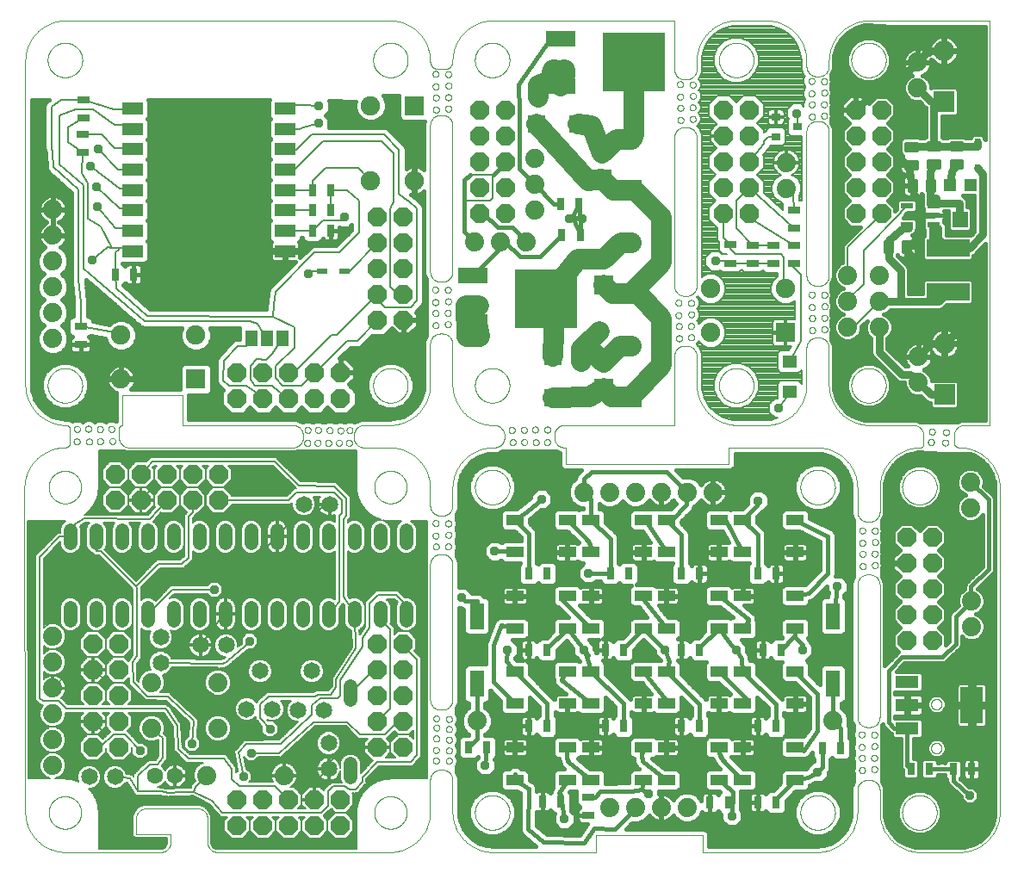
<source format=gtl>
G75*
%MOIN*%
%OFA0B0*%
%FSLAX25Y25*%
%IPPOS*%
%LPD*%
%AMOC8*
5,1,8,0,0,1.08239X$1,22.5*
%
%ADD10C,0.00000*%
%ADD11R,0.03150X0.04724*%
%ADD12R,0.03937X0.02362*%
%ADD13C,0.07400*%
%ADD14OC8,0.07400*%
%ADD15R,0.07500X0.07500*%
%ADD16C,0.07500*%
%ADD17R,0.04724X0.03150*%
%ADD18R,0.04600X0.06300*%
%ADD19R,0.07874X0.04724*%
%ADD20R,0.06500X0.03937*%
%ADD21R,0.05512X0.10433*%
%ADD22R,0.07400X0.07400*%
%ADD23R,0.24409X0.22835*%
%ADD24R,0.11811X0.06299*%
%ADD25R,0.08000X0.08000*%
%ADD26C,0.08000*%
%ADD27R,0.06969X0.07087*%
%ADD28R,0.07087X0.06969*%
%ADD29R,0.09000X0.05000*%
%ADD30R,0.08500X0.14000*%
%ADD31R,0.05512X0.04724*%
%ADD32R,0.03543X0.03150*%
%ADD33R,0.04724X0.02165*%
%ADD34R,0.02362X0.03150*%
%ADD35C,0.01000*%
%ADD36R,0.16535X0.06693*%
%ADD37R,0.05906X0.06299*%
%ADD38R,0.04724X0.04724*%
%ADD39C,0.06500*%
%ADD40C,0.05200*%
%ADD41C,0.06299*%
%ADD42OC8,0.03562*%
%ADD43C,0.00787*%
%ADD44C,0.01600*%
%ADD45C,0.01575*%
%ADD46C,0.07874*%
%ADD47C,0.03150*%
%ADD48C,0.02362*%
%ADD49C,0.00600*%
D10*
X0017402Y0002763D02*
X0053993Y0002763D01*
X0054117Y0002765D01*
X0054240Y0002771D01*
X0054364Y0002780D01*
X0054486Y0002794D01*
X0054609Y0002811D01*
X0054731Y0002833D01*
X0054852Y0002858D01*
X0054972Y0002887D01*
X0055091Y0002919D01*
X0055210Y0002956D01*
X0055327Y0002996D01*
X0055442Y0003039D01*
X0055557Y0003087D01*
X0055669Y0003138D01*
X0055780Y0003192D01*
X0055890Y0003250D01*
X0055997Y0003311D01*
X0056103Y0003376D01*
X0056206Y0003444D01*
X0056307Y0003515D01*
X0056406Y0003589D01*
X0056503Y0003666D01*
X0056597Y0003747D01*
X0056688Y0003830D01*
X0056777Y0003916D01*
X0056863Y0004005D01*
X0056946Y0004096D01*
X0057027Y0004190D01*
X0057104Y0004287D01*
X0057178Y0004386D01*
X0057249Y0004487D01*
X0057317Y0004590D01*
X0057382Y0004696D01*
X0057443Y0004803D01*
X0057501Y0004913D01*
X0057555Y0005024D01*
X0057606Y0005136D01*
X0057654Y0005251D01*
X0057697Y0005366D01*
X0057737Y0005483D01*
X0057774Y0005602D01*
X0057806Y0005721D01*
X0057835Y0005841D01*
X0057860Y0005962D01*
X0057882Y0006084D01*
X0057899Y0006207D01*
X0057913Y0006329D01*
X0057922Y0006453D01*
X0057928Y0006576D01*
X0057930Y0006700D01*
X0057930Y0009603D01*
X0044607Y0009603D01*
X0044607Y0015798D01*
X0044609Y0015922D01*
X0044615Y0016045D01*
X0044624Y0016169D01*
X0044638Y0016291D01*
X0044655Y0016414D01*
X0044677Y0016536D01*
X0044702Y0016657D01*
X0044731Y0016777D01*
X0044763Y0016896D01*
X0044800Y0017015D01*
X0044840Y0017132D01*
X0044883Y0017247D01*
X0044931Y0017362D01*
X0044982Y0017474D01*
X0045036Y0017585D01*
X0045094Y0017695D01*
X0045155Y0017802D01*
X0045220Y0017908D01*
X0045288Y0018011D01*
X0045359Y0018112D01*
X0045433Y0018211D01*
X0045510Y0018308D01*
X0045591Y0018402D01*
X0045674Y0018493D01*
X0045760Y0018582D01*
X0045849Y0018668D01*
X0045940Y0018751D01*
X0046034Y0018832D01*
X0046131Y0018909D01*
X0046230Y0018983D01*
X0046331Y0019054D01*
X0046434Y0019122D01*
X0046540Y0019187D01*
X0046647Y0019248D01*
X0046757Y0019306D01*
X0046868Y0019360D01*
X0046980Y0019411D01*
X0047095Y0019459D01*
X0047210Y0019502D01*
X0047327Y0019542D01*
X0047446Y0019579D01*
X0047565Y0019611D01*
X0047685Y0019640D01*
X0047806Y0019665D01*
X0047928Y0019687D01*
X0048051Y0019704D01*
X0048173Y0019718D01*
X0048297Y0019727D01*
X0048420Y0019733D01*
X0048544Y0019735D01*
X0068229Y0019735D01*
X0068353Y0019733D01*
X0068476Y0019727D01*
X0068600Y0019718D01*
X0068722Y0019704D01*
X0068845Y0019687D01*
X0068967Y0019665D01*
X0069088Y0019640D01*
X0069208Y0019611D01*
X0069327Y0019579D01*
X0069446Y0019542D01*
X0069563Y0019502D01*
X0069678Y0019459D01*
X0069793Y0019411D01*
X0069905Y0019360D01*
X0070016Y0019306D01*
X0070126Y0019248D01*
X0070233Y0019187D01*
X0070339Y0019122D01*
X0070442Y0019054D01*
X0070543Y0018983D01*
X0070642Y0018909D01*
X0070739Y0018832D01*
X0070833Y0018751D01*
X0070924Y0018668D01*
X0071013Y0018582D01*
X0071099Y0018493D01*
X0071182Y0018402D01*
X0071263Y0018308D01*
X0071340Y0018211D01*
X0071414Y0018112D01*
X0071485Y0018011D01*
X0071553Y0017908D01*
X0071618Y0017802D01*
X0071679Y0017695D01*
X0071737Y0017585D01*
X0071791Y0017474D01*
X0071842Y0017362D01*
X0071890Y0017247D01*
X0071933Y0017132D01*
X0071973Y0017015D01*
X0072010Y0016896D01*
X0072042Y0016777D01*
X0072071Y0016657D01*
X0072096Y0016536D01*
X0072118Y0016414D01*
X0072135Y0016291D01*
X0072149Y0016169D01*
X0072158Y0016045D01*
X0072164Y0015922D01*
X0072166Y0015798D01*
X0072166Y0006700D01*
X0072168Y0006576D01*
X0072174Y0006453D01*
X0072183Y0006329D01*
X0072197Y0006207D01*
X0072214Y0006084D01*
X0072236Y0005962D01*
X0072261Y0005841D01*
X0072290Y0005721D01*
X0072322Y0005602D01*
X0072359Y0005483D01*
X0072399Y0005366D01*
X0072442Y0005251D01*
X0072490Y0005136D01*
X0072541Y0005024D01*
X0072595Y0004913D01*
X0072653Y0004803D01*
X0072714Y0004696D01*
X0072779Y0004590D01*
X0072847Y0004487D01*
X0072918Y0004386D01*
X0072992Y0004287D01*
X0073069Y0004190D01*
X0073150Y0004096D01*
X0073233Y0004005D01*
X0073319Y0003916D01*
X0073408Y0003830D01*
X0073499Y0003747D01*
X0073593Y0003666D01*
X0073690Y0003589D01*
X0073789Y0003515D01*
X0073890Y0003444D01*
X0073993Y0003376D01*
X0074099Y0003311D01*
X0074206Y0003250D01*
X0074316Y0003192D01*
X0074427Y0003138D01*
X0074539Y0003087D01*
X0074654Y0003039D01*
X0074769Y0002996D01*
X0074886Y0002956D01*
X0075005Y0002919D01*
X0075124Y0002887D01*
X0075244Y0002858D01*
X0075365Y0002833D01*
X0075487Y0002811D01*
X0075610Y0002794D01*
X0075732Y0002780D01*
X0075856Y0002771D01*
X0075979Y0002765D01*
X0076103Y0002763D01*
X0142639Y0002763D01*
X0136733Y0018117D02*
X0136735Y0018275D01*
X0136741Y0018433D01*
X0136751Y0018591D01*
X0136765Y0018749D01*
X0136783Y0018906D01*
X0136804Y0019063D01*
X0136830Y0019219D01*
X0136860Y0019375D01*
X0136893Y0019530D01*
X0136931Y0019683D01*
X0136972Y0019836D01*
X0137017Y0019988D01*
X0137066Y0020139D01*
X0137119Y0020288D01*
X0137175Y0020436D01*
X0137235Y0020582D01*
X0137299Y0020727D01*
X0137367Y0020870D01*
X0137438Y0021012D01*
X0137512Y0021152D01*
X0137590Y0021289D01*
X0137672Y0021425D01*
X0137756Y0021559D01*
X0137845Y0021690D01*
X0137936Y0021819D01*
X0138031Y0021946D01*
X0138128Y0022071D01*
X0138229Y0022193D01*
X0138333Y0022312D01*
X0138440Y0022429D01*
X0138550Y0022543D01*
X0138663Y0022654D01*
X0138778Y0022763D01*
X0138896Y0022868D01*
X0139017Y0022970D01*
X0139140Y0023070D01*
X0139266Y0023166D01*
X0139394Y0023259D01*
X0139524Y0023349D01*
X0139657Y0023435D01*
X0139792Y0023519D01*
X0139928Y0023598D01*
X0140067Y0023675D01*
X0140208Y0023747D01*
X0140350Y0023817D01*
X0140494Y0023882D01*
X0140640Y0023944D01*
X0140787Y0024002D01*
X0140936Y0024057D01*
X0141086Y0024108D01*
X0141237Y0024155D01*
X0141389Y0024198D01*
X0141542Y0024237D01*
X0141697Y0024273D01*
X0141852Y0024304D01*
X0142008Y0024332D01*
X0142164Y0024356D01*
X0142321Y0024376D01*
X0142479Y0024392D01*
X0142636Y0024404D01*
X0142795Y0024412D01*
X0142953Y0024416D01*
X0143111Y0024416D01*
X0143269Y0024412D01*
X0143428Y0024404D01*
X0143585Y0024392D01*
X0143743Y0024376D01*
X0143900Y0024356D01*
X0144056Y0024332D01*
X0144212Y0024304D01*
X0144367Y0024273D01*
X0144522Y0024237D01*
X0144675Y0024198D01*
X0144827Y0024155D01*
X0144978Y0024108D01*
X0145128Y0024057D01*
X0145277Y0024002D01*
X0145424Y0023944D01*
X0145570Y0023882D01*
X0145714Y0023817D01*
X0145856Y0023747D01*
X0145997Y0023675D01*
X0146136Y0023598D01*
X0146272Y0023519D01*
X0146407Y0023435D01*
X0146540Y0023349D01*
X0146670Y0023259D01*
X0146798Y0023166D01*
X0146924Y0023070D01*
X0147047Y0022970D01*
X0147168Y0022868D01*
X0147286Y0022763D01*
X0147401Y0022654D01*
X0147514Y0022543D01*
X0147624Y0022429D01*
X0147731Y0022312D01*
X0147835Y0022193D01*
X0147936Y0022071D01*
X0148033Y0021946D01*
X0148128Y0021819D01*
X0148219Y0021690D01*
X0148308Y0021559D01*
X0148392Y0021425D01*
X0148474Y0021289D01*
X0148552Y0021152D01*
X0148626Y0021012D01*
X0148697Y0020870D01*
X0148765Y0020727D01*
X0148829Y0020582D01*
X0148889Y0020436D01*
X0148945Y0020288D01*
X0148998Y0020139D01*
X0149047Y0019988D01*
X0149092Y0019836D01*
X0149133Y0019683D01*
X0149171Y0019530D01*
X0149204Y0019375D01*
X0149234Y0019219D01*
X0149260Y0019063D01*
X0149281Y0018906D01*
X0149299Y0018749D01*
X0149313Y0018591D01*
X0149323Y0018433D01*
X0149329Y0018275D01*
X0149331Y0018117D01*
X0149329Y0017959D01*
X0149323Y0017801D01*
X0149313Y0017643D01*
X0149299Y0017485D01*
X0149281Y0017328D01*
X0149260Y0017171D01*
X0149234Y0017015D01*
X0149204Y0016859D01*
X0149171Y0016704D01*
X0149133Y0016551D01*
X0149092Y0016398D01*
X0149047Y0016246D01*
X0148998Y0016095D01*
X0148945Y0015946D01*
X0148889Y0015798D01*
X0148829Y0015652D01*
X0148765Y0015507D01*
X0148697Y0015364D01*
X0148626Y0015222D01*
X0148552Y0015082D01*
X0148474Y0014945D01*
X0148392Y0014809D01*
X0148308Y0014675D01*
X0148219Y0014544D01*
X0148128Y0014415D01*
X0148033Y0014288D01*
X0147936Y0014163D01*
X0147835Y0014041D01*
X0147731Y0013922D01*
X0147624Y0013805D01*
X0147514Y0013691D01*
X0147401Y0013580D01*
X0147286Y0013471D01*
X0147168Y0013366D01*
X0147047Y0013264D01*
X0146924Y0013164D01*
X0146798Y0013068D01*
X0146670Y0012975D01*
X0146540Y0012885D01*
X0146407Y0012799D01*
X0146272Y0012715D01*
X0146136Y0012636D01*
X0145997Y0012559D01*
X0145856Y0012487D01*
X0145714Y0012417D01*
X0145570Y0012352D01*
X0145424Y0012290D01*
X0145277Y0012232D01*
X0145128Y0012177D01*
X0144978Y0012126D01*
X0144827Y0012079D01*
X0144675Y0012036D01*
X0144522Y0011997D01*
X0144367Y0011961D01*
X0144212Y0011930D01*
X0144056Y0011902D01*
X0143900Y0011878D01*
X0143743Y0011858D01*
X0143585Y0011842D01*
X0143428Y0011830D01*
X0143269Y0011822D01*
X0143111Y0011818D01*
X0142953Y0011818D01*
X0142795Y0011822D01*
X0142636Y0011830D01*
X0142479Y0011842D01*
X0142321Y0011858D01*
X0142164Y0011878D01*
X0142008Y0011902D01*
X0141852Y0011930D01*
X0141697Y0011961D01*
X0141542Y0011997D01*
X0141389Y0012036D01*
X0141237Y0012079D01*
X0141086Y0012126D01*
X0140936Y0012177D01*
X0140787Y0012232D01*
X0140640Y0012290D01*
X0140494Y0012352D01*
X0140350Y0012417D01*
X0140208Y0012487D01*
X0140067Y0012559D01*
X0139928Y0012636D01*
X0139792Y0012715D01*
X0139657Y0012799D01*
X0139524Y0012885D01*
X0139394Y0012975D01*
X0139266Y0013068D01*
X0139140Y0013164D01*
X0139017Y0013264D01*
X0138896Y0013366D01*
X0138778Y0013471D01*
X0138663Y0013580D01*
X0138550Y0013691D01*
X0138440Y0013805D01*
X0138333Y0013922D01*
X0138229Y0014041D01*
X0138128Y0014163D01*
X0138031Y0014288D01*
X0137936Y0014415D01*
X0137845Y0014544D01*
X0137756Y0014675D01*
X0137672Y0014809D01*
X0137590Y0014945D01*
X0137512Y0015082D01*
X0137438Y0015222D01*
X0137367Y0015364D01*
X0137299Y0015507D01*
X0137235Y0015652D01*
X0137175Y0015798D01*
X0137119Y0015946D01*
X0137066Y0016095D01*
X0137017Y0016246D01*
X0136972Y0016398D01*
X0136931Y0016551D01*
X0136893Y0016704D01*
X0136860Y0016859D01*
X0136830Y0017015D01*
X0136804Y0017171D01*
X0136783Y0017328D01*
X0136765Y0017485D01*
X0136751Y0017643D01*
X0136741Y0017801D01*
X0136735Y0017959D01*
X0136733Y0018117D01*
X0142639Y0002763D02*
X0143020Y0002768D01*
X0143400Y0002781D01*
X0143780Y0002804D01*
X0144159Y0002837D01*
X0144537Y0002878D01*
X0144914Y0002928D01*
X0145290Y0002988D01*
X0145665Y0003056D01*
X0146037Y0003134D01*
X0146408Y0003221D01*
X0146776Y0003316D01*
X0147142Y0003421D01*
X0147505Y0003534D01*
X0147866Y0003656D01*
X0148223Y0003786D01*
X0148577Y0003926D01*
X0148928Y0004073D01*
X0149275Y0004230D01*
X0149618Y0004394D01*
X0149957Y0004567D01*
X0150292Y0004748D01*
X0150623Y0004937D01*
X0150948Y0005134D01*
X0151269Y0005338D01*
X0151585Y0005551D01*
X0151895Y0005771D01*
X0152201Y0005998D01*
X0152500Y0006233D01*
X0152794Y0006475D01*
X0153082Y0006723D01*
X0153364Y0006979D01*
X0153639Y0007242D01*
X0153908Y0007511D01*
X0154171Y0007786D01*
X0154427Y0008068D01*
X0154675Y0008356D01*
X0154917Y0008650D01*
X0155152Y0008949D01*
X0155379Y0009255D01*
X0155599Y0009565D01*
X0155812Y0009881D01*
X0156016Y0010202D01*
X0156213Y0010527D01*
X0156402Y0010858D01*
X0156583Y0011193D01*
X0156756Y0011532D01*
X0156920Y0011875D01*
X0157077Y0012222D01*
X0157224Y0012573D01*
X0157364Y0012927D01*
X0157494Y0013284D01*
X0157616Y0013645D01*
X0157729Y0014008D01*
X0157834Y0014374D01*
X0157929Y0014742D01*
X0158016Y0015113D01*
X0158094Y0015485D01*
X0158162Y0015860D01*
X0158222Y0016236D01*
X0158272Y0016613D01*
X0158313Y0016991D01*
X0158346Y0017370D01*
X0158369Y0017750D01*
X0158382Y0018130D01*
X0158387Y0018511D01*
X0158387Y0030716D01*
X0158389Y0030840D01*
X0158395Y0030963D01*
X0158404Y0031087D01*
X0158418Y0031209D01*
X0158435Y0031332D01*
X0158457Y0031454D01*
X0158482Y0031575D01*
X0158511Y0031695D01*
X0158543Y0031814D01*
X0158580Y0031933D01*
X0158620Y0032050D01*
X0158663Y0032165D01*
X0158711Y0032280D01*
X0158762Y0032392D01*
X0158816Y0032503D01*
X0158874Y0032613D01*
X0158935Y0032720D01*
X0159000Y0032826D01*
X0159068Y0032929D01*
X0159139Y0033030D01*
X0159213Y0033129D01*
X0159290Y0033226D01*
X0159371Y0033320D01*
X0159454Y0033411D01*
X0159540Y0033500D01*
X0159629Y0033586D01*
X0159720Y0033669D01*
X0159814Y0033750D01*
X0159911Y0033827D01*
X0160010Y0033901D01*
X0160111Y0033972D01*
X0160214Y0034040D01*
X0160320Y0034105D01*
X0160427Y0034166D01*
X0160537Y0034224D01*
X0160648Y0034278D01*
X0160760Y0034329D01*
X0160875Y0034377D01*
X0160990Y0034420D01*
X0161107Y0034460D01*
X0161226Y0034497D01*
X0161345Y0034529D01*
X0161465Y0034558D01*
X0161586Y0034583D01*
X0161708Y0034605D01*
X0161831Y0034622D01*
X0161953Y0034636D01*
X0162077Y0034645D01*
X0162200Y0034651D01*
X0162324Y0034653D01*
X0163111Y0034653D01*
X0163235Y0034651D01*
X0163358Y0034645D01*
X0163482Y0034636D01*
X0163604Y0034622D01*
X0163727Y0034605D01*
X0163849Y0034583D01*
X0163970Y0034558D01*
X0164090Y0034529D01*
X0164209Y0034497D01*
X0164328Y0034460D01*
X0164445Y0034420D01*
X0164560Y0034377D01*
X0164675Y0034329D01*
X0164787Y0034278D01*
X0164898Y0034224D01*
X0165008Y0034166D01*
X0165115Y0034105D01*
X0165221Y0034040D01*
X0165324Y0033972D01*
X0165425Y0033901D01*
X0165524Y0033827D01*
X0165621Y0033750D01*
X0165715Y0033669D01*
X0165806Y0033586D01*
X0165895Y0033500D01*
X0165981Y0033411D01*
X0166064Y0033320D01*
X0166145Y0033226D01*
X0166222Y0033129D01*
X0166296Y0033030D01*
X0166367Y0032929D01*
X0166435Y0032826D01*
X0166500Y0032720D01*
X0166561Y0032613D01*
X0166619Y0032503D01*
X0166673Y0032392D01*
X0166724Y0032280D01*
X0166772Y0032165D01*
X0166815Y0032050D01*
X0166855Y0031933D01*
X0166892Y0031814D01*
X0166924Y0031695D01*
X0166953Y0031575D01*
X0166978Y0031454D01*
X0167000Y0031332D01*
X0167017Y0031209D01*
X0167031Y0031087D01*
X0167040Y0030963D01*
X0167046Y0030840D01*
X0167048Y0030716D01*
X0167048Y0018511D01*
X0175709Y0018117D02*
X0175711Y0018281D01*
X0175717Y0018445D01*
X0175727Y0018609D01*
X0175741Y0018773D01*
X0175759Y0018936D01*
X0175781Y0019099D01*
X0175808Y0019261D01*
X0175838Y0019423D01*
X0175872Y0019583D01*
X0175910Y0019743D01*
X0175951Y0019902D01*
X0175997Y0020060D01*
X0176047Y0020216D01*
X0176100Y0020372D01*
X0176157Y0020526D01*
X0176218Y0020678D01*
X0176283Y0020829D01*
X0176352Y0020979D01*
X0176424Y0021126D01*
X0176499Y0021272D01*
X0176579Y0021416D01*
X0176661Y0021558D01*
X0176747Y0021698D01*
X0176837Y0021835D01*
X0176930Y0021971D01*
X0177026Y0022104D01*
X0177126Y0022235D01*
X0177228Y0022363D01*
X0177334Y0022489D01*
X0177443Y0022612D01*
X0177555Y0022732D01*
X0177669Y0022850D01*
X0177787Y0022964D01*
X0177907Y0023076D01*
X0178030Y0023185D01*
X0178156Y0023291D01*
X0178284Y0023393D01*
X0178415Y0023493D01*
X0178548Y0023589D01*
X0178684Y0023682D01*
X0178821Y0023772D01*
X0178961Y0023858D01*
X0179103Y0023940D01*
X0179247Y0024020D01*
X0179393Y0024095D01*
X0179540Y0024167D01*
X0179690Y0024236D01*
X0179841Y0024301D01*
X0179993Y0024362D01*
X0180147Y0024419D01*
X0180303Y0024472D01*
X0180459Y0024522D01*
X0180617Y0024568D01*
X0180776Y0024609D01*
X0180936Y0024647D01*
X0181096Y0024681D01*
X0181258Y0024711D01*
X0181420Y0024738D01*
X0181583Y0024760D01*
X0181746Y0024778D01*
X0181910Y0024792D01*
X0182074Y0024802D01*
X0182238Y0024808D01*
X0182402Y0024810D01*
X0182566Y0024808D01*
X0182730Y0024802D01*
X0182894Y0024792D01*
X0183058Y0024778D01*
X0183221Y0024760D01*
X0183384Y0024738D01*
X0183546Y0024711D01*
X0183708Y0024681D01*
X0183868Y0024647D01*
X0184028Y0024609D01*
X0184187Y0024568D01*
X0184345Y0024522D01*
X0184501Y0024472D01*
X0184657Y0024419D01*
X0184811Y0024362D01*
X0184963Y0024301D01*
X0185114Y0024236D01*
X0185264Y0024167D01*
X0185411Y0024095D01*
X0185557Y0024020D01*
X0185701Y0023940D01*
X0185843Y0023858D01*
X0185983Y0023772D01*
X0186120Y0023682D01*
X0186256Y0023589D01*
X0186389Y0023493D01*
X0186520Y0023393D01*
X0186648Y0023291D01*
X0186774Y0023185D01*
X0186897Y0023076D01*
X0187017Y0022964D01*
X0187135Y0022850D01*
X0187249Y0022732D01*
X0187361Y0022612D01*
X0187470Y0022489D01*
X0187576Y0022363D01*
X0187678Y0022235D01*
X0187778Y0022104D01*
X0187874Y0021971D01*
X0187967Y0021835D01*
X0188057Y0021698D01*
X0188143Y0021558D01*
X0188225Y0021416D01*
X0188305Y0021272D01*
X0188380Y0021126D01*
X0188452Y0020979D01*
X0188521Y0020829D01*
X0188586Y0020678D01*
X0188647Y0020526D01*
X0188704Y0020372D01*
X0188757Y0020216D01*
X0188807Y0020060D01*
X0188853Y0019902D01*
X0188894Y0019743D01*
X0188932Y0019583D01*
X0188966Y0019423D01*
X0188996Y0019261D01*
X0189023Y0019099D01*
X0189045Y0018936D01*
X0189063Y0018773D01*
X0189077Y0018609D01*
X0189087Y0018445D01*
X0189093Y0018281D01*
X0189095Y0018117D01*
X0189093Y0017953D01*
X0189087Y0017789D01*
X0189077Y0017625D01*
X0189063Y0017461D01*
X0189045Y0017298D01*
X0189023Y0017135D01*
X0188996Y0016973D01*
X0188966Y0016811D01*
X0188932Y0016651D01*
X0188894Y0016491D01*
X0188853Y0016332D01*
X0188807Y0016174D01*
X0188757Y0016018D01*
X0188704Y0015862D01*
X0188647Y0015708D01*
X0188586Y0015556D01*
X0188521Y0015405D01*
X0188452Y0015255D01*
X0188380Y0015108D01*
X0188305Y0014962D01*
X0188225Y0014818D01*
X0188143Y0014676D01*
X0188057Y0014536D01*
X0187967Y0014399D01*
X0187874Y0014263D01*
X0187778Y0014130D01*
X0187678Y0013999D01*
X0187576Y0013871D01*
X0187470Y0013745D01*
X0187361Y0013622D01*
X0187249Y0013502D01*
X0187135Y0013384D01*
X0187017Y0013270D01*
X0186897Y0013158D01*
X0186774Y0013049D01*
X0186648Y0012943D01*
X0186520Y0012841D01*
X0186389Y0012741D01*
X0186256Y0012645D01*
X0186120Y0012552D01*
X0185983Y0012462D01*
X0185843Y0012376D01*
X0185701Y0012294D01*
X0185557Y0012214D01*
X0185411Y0012139D01*
X0185264Y0012067D01*
X0185114Y0011998D01*
X0184963Y0011933D01*
X0184811Y0011872D01*
X0184657Y0011815D01*
X0184501Y0011762D01*
X0184345Y0011712D01*
X0184187Y0011666D01*
X0184028Y0011625D01*
X0183868Y0011587D01*
X0183708Y0011553D01*
X0183546Y0011523D01*
X0183384Y0011496D01*
X0183221Y0011474D01*
X0183058Y0011456D01*
X0182894Y0011442D01*
X0182730Y0011432D01*
X0182566Y0011426D01*
X0182402Y0011424D01*
X0182238Y0011426D01*
X0182074Y0011432D01*
X0181910Y0011442D01*
X0181746Y0011456D01*
X0181583Y0011474D01*
X0181420Y0011496D01*
X0181258Y0011523D01*
X0181096Y0011553D01*
X0180936Y0011587D01*
X0180776Y0011625D01*
X0180617Y0011666D01*
X0180459Y0011712D01*
X0180303Y0011762D01*
X0180147Y0011815D01*
X0179993Y0011872D01*
X0179841Y0011933D01*
X0179690Y0011998D01*
X0179540Y0012067D01*
X0179393Y0012139D01*
X0179247Y0012214D01*
X0179103Y0012294D01*
X0178961Y0012376D01*
X0178821Y0012462D01*
X0178684Y0012552D01*
X0178548Y0012645D01*
X0178415Y0012741D01*
X0178284Y0012841D01*
X0178156Y0012943D01*
X0178030Y0013049D01*
X0177907Y0013158D01*
X0177787Y0013270D01*
X0177669Y0013384D01*
X0177555Y0013502D01*
X0177443Y0013622D01*
X0177334Y0013745D01*
X0177228Y0013871D01*
X0177126Y0013999D01*
X0177026Y0014130D01*
X0176930Y0014263D01*
X0176837Y0014399D01*
X0176747Y0014536D01*
X0176661Y0014676D01*
X0176579Y0014818D01*
X0176499Y0014962D01*
X0176424Y0015108D01*
X0176352Y0015255D01*
X0176283Y0015405D01*
X0176218Y0015556D01*
X0176157Y0015708D01*
X0176100Y0015862D01*
X0176047Y0016018D01*
X0175997Y0016174D01*
X0175951Y0016332D01*
X0175910Y0016491D01*
X0175872Y0016651D01*
X0175838Y0016811D01*
X0175808Y0016973D01*
X0175781Y0017135D01*
X0175759Y0017298D01*
X0175741Y0017461D01*
X0175727Y0017625D01*
X0175717Y0017789D01*
X0175711Y0017953D01*
X0175709Y0018117D01*
X0167048Y0018511D02*
X0167053Y0018130D01*
X0167066Y0017750D01*
X0167089Y0017370D01*
X0167122Y0016991D01*
X0167163Y0016613D01*
X0167213Y0016236D01*
X0167273Y0015860D01*
X0167341Y0015485D01*
X0167419Y0015113D01*
X0167506Y0014742D01*
X0167601Y0014374D01*
X0167706Y0014008D01*
X0167819Y0013645D01*
X0167941Y0013284D01*
X0168071Y0012927D01*
X0168211Y0012573D01*
X0168358Y0012222D01*
X0168515Y0011875D01*
X0168679Y0011532D01*
X0168852Y0011193D01*
X0169033Y0010858D01*
X0169222Y0010527D01*
X0169419Y0010202D01*
X0169623Y0009881D01*
X0169836Y0009565D01*
X0170056Y0009255D01*
X0170283Y0008949D01*
X0170518Y0008650D01*
X0170760Y0008356D01*
X0171008Y0008068D01*
X0171264Y0007786D01*
X0171527Y0007511D01*
X0171796Y0007242D01*
X0172071Y0006979D01*
X0172353Y0006723D01*
X0172641Y0006475D01*
X0172935Y0006233D01*
X0173234Y0005998D01*
X0173540Y0005771D01*
X0173850Y0005551D01*
X0174166Y0005338D01*
X0174487Y0005134D01*
X0174812Y0004937D01*
X0175143Y0004748D01*
X0175478Y0004567D01*
X0175817Y0004394D01*
X0176160Y0004230D01*
X0176507Y0004073D01*
X0176858Y0003926D01*
X0177212Y0003786D01*
X0177569Y0003656D01*
X0177930Y0003534D01*
X0178293Y0003421D01*
X0178659Y0003316D01*
X0179027Y0003221D01*
X0179398Y0003134D01*
X0179770Y0003056D01*
X0180145Y0002988D01*
X0180521Y0002928D01*
X0180898Y0002878D01*
X0181276Y0002837D01*
X0181655Y0002804D01*
X0182035Y0002781D01*
X0182415Y0002768D01*
X0182796Y0002763D01*
X0222599Y0002802D01*
X0222599Y0009298D01*
X0263741Y0009259D01*
X0263741Y0002763D01*
X0307993Y0002763D01*
X0301694Y0018117D02*
X0301696Y0018281D01*
X0301702Y0018445D01*
X0301712Y0018609D01*
X0301726Y0018773D01*
X0301744Y0018936D01*
X0301766Y0019099D01*
X0301793Y0019261D01*
X0301823Y0019423D01*
X0301857Y0019583D01*
X0301895Y0019743D01*
X0301936Y0019902D01*
X0301982Y0020060D01*
X0302032Y0020216D01*
X0302085Y0020372D01*
X0302142Y0020526D01*
X0302203Y0020678D01*
X0302268Y0020829D01*
X0302337Y0020979D01*
X0302409Y0021126D01*
X0302484Y0021272D01*
X0302564Y0021416D01*
X0302646Y0021558D01*
X0302732Y0021698D01*
X0302822Y0021835D01*
X0302915Y0021971D01*
X0303011Y0022104D01*
X0303111Y0022235D01*
X0303213Y0022363D01*
X0303319Y0022489D01*
X0303428Y0022612D01*
X0303540Y0022732D01*
X0303654Y0022850D01*
X0303772Y0022964D01*
X0303892Y0023076D01*
X0304015Y0023185D01*
X0304141Y0023291D01*
X0304269Y0023393D01*
X0304400Y0023493D01*
X0304533Y0023589D01*
X0304669Y0023682D01*
X0304806Y0023772D01*
X0304946Y0023858D01*
X0305088Y0023940D01*
X0305232Y0024020D01*
X0305378Y0024095D01*
X0305525Y0024167D01*
X0305675Y0024236D01*
X0305826Y0024301D01*
X0305978Y0024362D01*
X0306132Y0024419D01*
X0306288Y0024472D01*
X0306444Y0024522D01*
X0306602Y0024568D01*
X0306761Y0024609D01*
X0306921Y0024647D01*
X0307081Y0024681D01*
X0307243Y0024711D01*
X0307405Y0024738D01*
X0307568Y0024760D01*
X0307731Y0024778D01*
X0307895Y0024792D01*
X0308059Y0024802D01*
X0308223Y0024808D01*
X0308387Y0024810D01*
X0308551Y0024808D01*
X0308715Y0024802D01*
X0308879Y0024792D01*
X0309043Y0024778D01*
X0309206Y0024760D01*
X0309369Y0024738D01*
X0309531Y0024711D01*
X0309693Y0024681D01*
X0309853Y0024647D01*
X0310013Y0024609D01*
X0310172Y0024568D01*
X0310330Y0024522D01*
X0310486Y0024472D01*
X0310642Y0024419D01*
X0310796Y0024362D01*
X0310948Y0024301D01*
X0311099Y0024236D01*
X0311249Y0024167D01*
X0311396Y0024095D01*
X0311542Y0024020D01*
X0311686Y0023940D01*
X0311828Y0023858D01*
X0311968Y0023772D01*
X0312105Y0023682D01*
X0312241Y0023589D01*
X0312374Y0023493D01*
X0312505Y0023393D01*
X0312633Y0023291D01*
X0312759Y0023185D01*
X0312882Y0023076D01*
X0313002Y0022964D01*
X0313120Y0022850D01*
X0313234Y0022732D01*
X0313346Y0022612D01*
X0313455Y0022489D01*
X0313561Y0022363D01*
X0313663Y0022235D01*
X0313763Y0022104D01*
X0313859Y0021971D01*
X0313952Y0021835D01*
X0314042Y0021698D01*
X0314128Y0021558D01*
X0314210Y0021416D01*
X0314290Y0021272D01*
X0314365Y0021126D01*
X0314437Y0020979D01*
X0314506Y0020829D01*
X0314571Y0020678D01*
X0314632Y0020526D01*
X0314689Y0020372D01*
X0314742Y0020216D01*
X0314792Y0020060D01*
X0314838Y0019902D01*
X0314879Y0019743D01*
X0314917Y0019583D01*
X0314951Y0019423D01*
X0314981Y0019261D01*
X0315008Y0019099D01*
X0315030Y0018936D01*
X0315048Y0018773D01*
X0315062Y0018609D01*
X0315072Y0018445D01*
X0315078Y0018281D01*
X0315080Y0018117D01*
X0315078Y0017953D01*
X0315072Y0017789D01*
X0315062Y0017625D01*
X0315048Y0017461D01*
X0315030Y0017298D01*
X0315008Y0017135D01*
X0314981Y0016973D01*
X0314951Y0016811D01*
X0314917Y0016651D01*
X0314879Y0016491D01*
X0314838Y0016332D01*
X0314792Y0016174D01*
X0314742Y0016018D01*
X0314689Y0015862D01*
X0314632Y0015708D01*
X0314571Y0015556D01*
X0314506Y0015405D01*
X0314437Y0015255D01*
X0314365Y0015108D01*
X0314290Y0014962D01*
X0314210Y0014818D01*
X0314128Y0014676D01*
X0314042Y0014536D01*
X0313952Y0014399D01*
X0313859Y0014263D01*
X0313763Y0014130D01*
X0313663Y0013999D01*
X0313561Y0013871D01*
X0313455Y0013745D01*
X0313346Y0013622D01*
X0313234Y0013502D01*
X0313120Y0013384D01*
X0313002Y0013270D01*
X0312882Y0013158D01*
X0312759Y0013049D01*
X0312633Y0012943D01*
X0312505Y0012841D01*
X0312374Y0012741D01*
X0312241Y0012645D01*
X0312105Y0012552D01*
X0311968Y0012462D01*
X0311828Y0012376D01*
X0311686Y0012294D01*
X0311542Y0012214D01*
X0311396Y0012139D01*
X0311249Y0012067D01*
X0311099Y0011998D01*
X0310948Y0011933D01*
X0310796Y0011872D01*
X0310642Y0011815D01*
X0310486Y0011762D01*
X0310330Y0011712D01*
X0310172Y0011666D01*
X0310013Y0011625D01*
X0309853Y0011587D01*
X0309693Y0011553D01*
X0309531Y0011523D01*
X0309369Y0011496D01*
X0309206Y0011474D01*
X0309043Y0011456D01*
X0308879Y0011442D01*
X0308715Y0011432D01*
X0308551Y0011426D01*
X0308387Y0011424D01*
X0308223Y0011426D01*
X0308059Y0011432D01*
X0307895Y0011442D01*
X0307731Y0011456D01*
X0307568Y0011474D01*
X0307405Y0011496D01*
X0307243Y0011523D01*
X0307081Y0011553D01*
X0306921Y0011587D01*
X0306761Y0011625D01*
X0306602Y0011666D01*
X0306444Y0011712D01*
X0306288Y0011762D01*
X0306132Y0011815D01*
X0305978Y0011872D01*
X0305826Y0011933D01*
X0305675Y0011998D01*
X0305525Y0012067D01*
X0305378Y0012139D01*
X0305232Y0012214D01*
X0305088Y0012294D01*
X0304946Y0012376D01*
X0304806Y0012462D01*
X0304669Y0012552D01*
X0304533Y0012645D01*
X0304400Y0012741D01*
X0304269Y0012841D01*
X0304141Y0012943D01*
X0304015Y0013049D01*
X0303892Y0013158D01*
X0303772Y0013270D01*
X0303654Y0013384D01*
X0303540Y0013502D01*
X0303428Y0013622D01*
X0303319Y0013745D01*
X0303213Y0013871D01*
X0303111Y0013999D01*
X0303011Y0014130D01*
X0302915Y0014263D01*
X0302822Y0014399D01*
X0302732Y0014536D01*
X0302646Y0014676D01*
X0302564Y0014818D01*
X0302484Y0014962D01*
X0302409Y0015108D01*
X0302337Y0015255D01*
X0302268Y0015405D01*
X0302203Y0015556D01*
X0302142Y0015708D01*
X0302085Y0015862D01*
X0302032Y0016018D01*
X0301982Y0016174D01*
X0301936Y0016332D01*
X0301895Y0016491D01*
X0301857Y0016651D01*
X0301823Y0016811D01*
X0301793Y0016973D01*
X0301766Y0017135D01*
X0301744Y0017298D01*
X0301726Y0017461D01*
X0301712Y0017625D01*
X0301702Y0017789D01*
X0301696Y0017953D01*
X0301694Y0018117D01*
X0307993Y0002763D02*
X0308374Y0002768D01*
X0308754Y0002781D01*
X0309134Y0002804D01*
X0309513Y0002837D01*
X0309891Y0002878D01*
X0310268Y0002928D01*
X0310644Y0002988D01*
X0311019Y0003056D01*
X0311391Y0003134D01*
X0311762Y0003221D01*
X0312130Y0003316D01*
X0312496Y0003421D01*
X0312859Y0003534D01*
X0313220Y0003656D01*
X0313577Y0003786D01*
X0313931Y0003926D01*
X0314282Y0004073D01*
X0314629Y0004230D01*
X0314972Y0004394D01*
X0315311Y0004567D01*
X0315646Y0004748D01*
X0315977Y0004937D01*
X0316302Y0005134D01*
X0316623Y0005338D01*
X0316939Y0005551D01*
X0317249Y0005771D01*
X0317555Y0005998D01*
X0317854Y0006233D01*
X0318148Y0006475D01*
X0318436Y0006723D01*
X0318718Y0006979D01*
X0318993Y0007242D01*
X0319262Y0007511D01*
X0319525Y0007786D01*
X0319781Y0008068D01*
X0320029Y0008356D01*
X0320271Y0008650D01*
X0320506Y0008949D01*
X0320733Y0009255D01*
X0320953Y0009565D01*
X0321166Y0009881D01*
X0321370Y0010202D01*
X0321567Y0010527D01*
X0321756Y0010858D01*
X0321937Y0011193D01*
X0322110Y0011532D01*
X0322274Y0011875D01*
X0322431Y0012222D01*
X0322578Y0012573D01*
X0322718Y0012927D01*
X0322848Y0013284D01*
X0322970Y0013645D01*
X0323083Y0014008D01*
X0323188Y0014374D01*
X0323283Y0014742D01*
X0323370Y0015113D01*
X0323448Y0015485D01*
X0323516Y0015860D01*
X0323576Y0016236D01*
X0323626Y0016613D01*
X0323667Y0016991D01*
X0323700Y0017370D01*
X0323723Y0017750D01*
X0323736Y0018130D01*
X0323741Y0018511D01*
X0323741Y0026779D01*
X0323743Y0026903D01*
X0323749Y0027026D01*
X0323758Y0027150D01*
X0323772Y0027272D01*
X0323789Y0027395D01*
X0323811Y0027517D01*
X0323836Y0027638D01*
X0323865Y0027758D01*
X0323897Y0027877D01*
X0323934Y0027996D01*
X0323974Y0028113D01*
X0324017Y0028228D01*
X0324065Y0028343D01*
X0324116Y0028455D01*
X0324170Y0028566D01*
X0324228Y0028676D01*
X0324289Y0028783D01*
X0324354Y0028889D01*
X0324422Y0028992D01*
X0324493Y0029093D01*
X0324567Y0029192D01*
X0324644Y0029289D01*
X0324725Y0029383D01*
X0324808Y0029474D01*
X0324894Y0029563D01*
X0324983Y0029649D01*
X0325074Y0029732D01*
X0325168Y0029813D01*
X0325265Y0029890D01*
X0325364Y0029964D01*
X0325465Y0030035D01*
X0325568Y0030103D01*
X0325674Y0030168D01*
X0325781Y0030229D01*
X0325891Y0030287D01*
X0326002Y0030341D01*
X0326114Y0030392D01*
X0326229Y0030440D01*
X0326344Y0030483D01*
X0326461Y0030523D01*
X0326580Y0030560D01*
X0326699Y0030592D01*
X0326819Y0030621D01*
X0326940Y0030646D01*
X0327062Y0030668D01*
X0327185Y0030685D01*
X0327307Y0030699D01*
X0327431Y0030708D01*
X0327554Y0030714D01*
X0327678Y0030716D01*
X0328465Y0030716D01*
X0328589Y0030714D01*
X0328712Y0030708D01*
X0328836Y0030699D01*
X0328958Y0030685D01*
X0329081Y0030668D01*
X0329203Y0030646D01*
X0329324Y0030621D01*
X0329444Y0030592D01*
X0329563Y0030560D01*
X0329682Y0030523D01*
X0329799Y0030483D01*
X0329914Y0030440D01*
X0330029Y0030392D01*
X0330141Y0030341D01*
X0330252Y0030287D01*
X0330362Y0030229D01*
X0330469Y0030168D01*
X0330575Y0030103D01*
X0330678Y0030035D01*
X0330779Y0029964D01*
X0330878Y0029890D01*
X0330975Y0029813D01*
X0331069Y0029732D01*
X0331160Y0029649D01*
X0331249Y0029563D01*
X0331335Y0029474D01*
X0331418Y0029383D01*
X0331499Y0029289D01*
X0331576Y0029192D01*
X0331650Y0029093D01*
X0331721Y0028992D01*
X0331789Y0028889D01*
X0331854Y0028783D01*
X0331915Y0028676D01*
X0331973Y0028566D01*
X0332027Y0028455D01*
X0332078Y0028343D01*
X0332126Y0028228D01*
X0332169Y0028113D01*
X0332209Y0027996D01*
X0332246Y0027877D01*
X0332278Y0027758D01*
X0332307Y0027638D01*
X0332332Y0027517D01*
X0332354Y0027395D01*
X0332371Y0027272D01*
X0332385Y0027150D01*
X0332394Y0027026D01*
X0332400Y0026903D01*
X0332402Y0026779D01*
X0332402Y0018511D01*
X0341064Y0018117D02*
X0341066Y0018281D01*
X0341072Y0018445D01*
X0341082Y0018609D01*
X0341096Y0018773D01*
X0341114Y0018936D01*
X0341136Y0019099D01*
X0341163Y0019261D01*
X0341193Y0019423D01*
X0341227Y0019583D01*
X0341265Y0019743D01*
X0341306Y0019902D01*
X0341352Y0020060D01*
X0341402Y0020216D01*
X0341455Y0020372D01*
X0341512Y0020526D01*
X0341573Y0020678D01*
X0341638Y0020829D01*
X0341707Y0020979D01*
X0341779Y0021126D01*
X0341854Y0021272D01*
X0341934Y0021416D01*
X0342016Y0021558D01*
X0342102Y0021698D01*
X0342192Y0021835D01*
X0342285Y0021971D01*
X0342381Y0022104D01*
X0342481Y0022235D01*
X0342583Y0022363D01*
X0342689Y0022489D01*
X0342798Y0022612D01*
X0342910Y0022732D01*
X0343024Y0022850D01*
X0343142Y0022964D01*
X0343262Y0023076D01*
X0343385Y0023185D01*
X0343511Y0023291D01*
X0343639Y0023393D01*
X0343770Y0023493D01*
X0343903Y0023589D01*
X0344039Y0023682D01*
X0344176Y0023772D01*
X0344316Y0023858D01*
X0344458Y0023940D01*
X0344602Y0024020D01*
X0344748Y0024095D01*
X0344895Y0024167D01*
X0345045Y0024236D01*
X0345196Y0024301D01*
X0345348Y0024362D01*
X0345502Y0024419D01*
X0345658Y0024472D01*
X0345814Y0024522D01*
X0345972Y0024568D01*
X0346131Y0024609D01*
X0346291Y0024647D01*
X0346451Y0024681D01*
X0346613Y0024711D01*
X0346775Y0024738D01*
X0346938Y0024760D01*
X0347101Y0024778D01*
X0347265Y0024792D01*
X0347429Y0024802D01*
X0347593Y0024808D01*
X0347757Y0024810D01*
X0347921Y0024808D01*
X0348085Y0024802D01*
X0348249Y0024792D01*
X0348413Y0024778D01*
X0348576Y0024760D01*
X0348739Y0024738D01*
X0348901Y0024711D01*
X0349063Y0024681D01*
X0349223Y0024647D01*
X0349383Y0024609D01*
X0349542Y0024568D01*
X0349700Y0024522D01*
X0349856Y0024472D01*
X0350012Y0024419D01*
X0350166Y0024362D01*
X0350318Y0024301D01*
X0350469Y0024236D01*
X0350619Y0024167D01*
X0350766Y0024095D01*
X0350912Y0024020D01*
X0351056Y0023940D01*
X0351198Y0023858D01*
X0351338Y0023772D01*
X0351475Y0023682D01*
X0351611Y0023589D01*
X0351744Y0023493D01*
X0351875Y0023393D01*
X0352003Y0023291D01*
X0352129Y0023185D01*
X0352252Y0023076D01*
X0352372Y0022964D01*
X0352490Y0022850D01*
X0352604Y0022732D01*
X0352716Y0022612D01*
X0352825Y0022489D01*
X0352931Y0022363D01*
X0353033Y0022235D01*
X0353133Y0022104D01*
X0353229Y0021971D01*
X0353322Y0021835D01*
X0353412Y0021698D01*
X0353498Y0021558D01*
X0353580Y0021416D01*
X0353660Y0021272D01*
X0353735Y0021126D01*
X0353807Y0020979D01*
X0353876Y0020829D01*
X0353941Y0020678D01*
X0354002Y0020526D01*
X0354059Y0020372D01*
X0354112Y0020216D01*
X0354162Y0020060D01*
X0354208Y0019902D01*
X0354249Y0019743D01*
X0354287Y0019583D01*
X0354321Y0019423D01*
X0354351Y0019261D01*
X0354378Y0019099D01*
X0354400Y0018936D01*
X0354418Y0018773D01*
X0354432Y0018609D01*
X0354442Y0018445D01*
X0354448Y0018281D01*
X0354450Y0018117D01*
X0354448Y0017953D01*
X0354442Y0017789D01*
X0354432Y0017625D01*
X0354418Y0017461D01*
X0354400Y0017298D01*
X0354378Y0017135D01*
X0354351Y0016973D01*
X0354321Y0016811D01*
X0354287Y0016651D01*
X0354249Y0016491D01*
X0354208Y0016332D01*
X0354162Y0016174D01*
X0354112Y0016018D01*
X0354059Y0015862D01*
X0354002Y0015708D01*
X0353941Y0015556D01*
X0353876Y0015405D01*
X0353807Y0015255D01*
X0353735Y0015108D01*
X0353660Y0014962D01*
X0353580Y0014818D01*
X0353498Y0014676D01*
X0353412Y0014536D01*
X0353322Y0014399D01*
X0353229Y0014263D01*
X0353133Y0014130D01*
X0353033Y0013999D01*
X0352931Y0013871D01*
X0352825Y0013745D01*
X0352716Y0013622D01*
X0352604Y0013502D01*
X0352490Y0013384D01*
X0352372Y0013270D01*
X0352252Y0013158D01*
X0352129Y0013049D01*
X0352003Y0012943D01*
X0351875Y0012841D01*
X0351744Y0012741D01*
X0351611Y0012645D01*
X0351475Y0012552D01*
X0351338Y0012462D01*
X0351198Y0012376D01*
X0351056Y0012294D01*
X0350912Y0012214D01*
X0350766Y0012139D01*
X0350619Y0012067D01*
X0350469Y0011998D01*
X0350318Y0011933D01*
X0350166Y0011872D01*
X0350012Y0011815D01*
X0349856Y0011762D01*
X0349700Y0011712D01*
X0349542Y0011666D01*
X0349383Y0011625D01*
X0349223Y0011587D01*
X0349063Y0011553D01*
X0348901Y0011523D01*
X0348739Y0011496D01*
X0348576Y0011474D01*
X0348413Y0011456D01*
X0348249Y0011442D01*
X0348085Y0011432D01*
X0347921Y0011426D01*
X0347757Y0011424D01*
X0347593Y0011426D01*
X0347429Y0011432D01*
X0347265Y0011442D01*
X0347101Y0011456D01*
X0346938Y0011474D01*
X0346775Y0011496D01*
X0346613Y0011523D01*
X0346451Y0011553D01*
X0346291Y0011587D01*
X0346131Y0011625D01*
X0345972Y0011666D01*
X0345814Y0011712D01*
X0345658Y0011762D01*
X0345502Y0011815D01*
X0345348Y0011872D01*
X0345196Y0011933D01*
X0345045Y0011998D01*
X0344895Y0012067D01*
X0344748Y0012139D01*
X0344602Y0012214D01*
X0344458Y0012294D01*
X0344316Y0012376D01*
X0344176Y0012462D01*
X0344039Y0012552D01*
X0343903Y0012645D01*
X0343770Y0012741D01*
X0343639Y0012841D01*
X0343511Y0012943D01*
X0343385Y0013049D01*
X0343262Y0013158D01*
X0343142Y0013270D01*
X0343024Y0013384D01*
X0342910Y0013502D01*
X0342798Y0013622D01*
X0342689Y0013745D01*
X0342583Y0013871D01*
X0342481Y0013999D01*
X0342381Y0014130D01*
X0342285Y0014263D01*
X0342192Y0014399D01*
X0342102Y0014536D01*
X0342016Y0014676D01*
X0341934Y0014818D01*
X0341854Y0014962D01*
X0341779Y0015108D01*
X0341707Y0015255D01*
X0341638Y0015405D01*
X0341573Y0015556D01*
X0341512Y0015708D01*
X0341455Y0015862D01*
X0341402Y0016018D01*
X0341352Y0016174D01*
X0341306Y0016332D01*
X0341265Y0016491D01*
X0341227Y0016651D01*
X0341193Y0016811D01*
X0341163Y0016973D01*
X0341136Y0017135D01*
X0341114Y0017298D01*
X0341096Y0017461D01*
X0341082Y0017625D01*
X0341072Y0017789D01*
X0341066Y0017953D01*
X0341064Y0018117D01*
X0332402Y0018511D02*
X0332407Y0018130D01*
X0332420Y0017750D01*
X0332443Y0017370D01*
X0332476Y0016991D01*
X0332517Y0016613D01*
X0332567Y0016236D01*
X0332627Y0015860D01*
X0332695Y0015485D01*
X0332773Y0015113D01*
X0332860Y0014742D01*
X0332955Y0014374D01*
X0333060Y0014008D01*
X0333173Y0013645D01*
X0333295Y0013284D01*
X0333425Y0012927D01*
X0333565Y0012573D01*
X0333712Y0012222D01*
X0333869Y0011875D01*
X0334033Y0011532D01*
X0334206Y0011193D01*
X0334387Y0010858D01*
X0334576Y0010527D01*
X0334773Y0010202D01*
X0334977Y0009881D01*
X0335190Y0009565D01*
X0335410Y0009255D01*
X0335637Y0008949D01*
X0335872Y0008650D01*
X0336114Y0008356D01*
X0336362Y0008068D01*
X0336618Y0007786D01*
X0336881Y0007511D01*
X0337150Y0007242D01*
X0337425Y0006979D01*
X0337707Y0006723D01*
X0337995Y0006475D01*
X0338289Y0006233D01*
X0338588Y0005998D01*
X0338894Y0005771D01*
X0339204Y0005551D01*
X0339520Y0005338D01*
X0339841Y0005134D01*
X0340166Y0004937D01*
X0340497Y0004748D01*
X0340832Y0004567D01*
X0341171Y0004394D01*
X0341514Y0004230D01*
X0341861Y0004073D01*
X0342212Y0003926D01*
X0342566Y0003786D01*
X0342923Y0003656D01*
X0343284Y0003534D01*
X0343647Y0003421D01*
X0344013Y0003316D01*
X0344381Y0003221D01*
X0344752Y0003134D01*
X0345124Y0003056D01*
X0345499Y0002988D01*
X0345875Y0002928D01*
X0346252Y0002878D01*
X0346630Y0002837D01*
X0347009Y0002804D01*
X0347389Y0002781D01*
X0347769Y0002768D01*
X0348150Y0002763D01*
X0363111Y0002763D01*
X0363492Y0002768D01*
X0363872Y0002781D01*
X0364252Y0002804D01*
X0364631Y0002837D01*
X0365009Y0002878D01*
X0365386Y0002928D01*
X0365762Y0002988D01*
X0366137Y0003056D01*
X0366509Y0003134D01*
X0366880Y0003221D01*
X0367248Y0003316D01*
X0367614Y0003421D01*
X0367977Y0003534D01*
X0368338Y0003656D01*
X0368695Y0003786D01*
X0369049Y0003926D01*
X0369400Y0004073D01*
X0369747Y0004230D01*
X0370090Y0004394D01*
X0370429Y0004567D01*
X0370764Y0004748D01*
X0371095Y0004937D01*
X0371420Y0005134D01*
X0371741Y0005338D01*
X0372057Y0005551D01*
X0372367Y0005771D01*
X0372673Y0005998D01*
X0372972Y0006233D01*
X0373266Y0006475D01*
X0373554Y0006723D01*
X0373836Y0006979D01*
X0374111Y0007242D01*
X0374380Y0007511D01*
X0374643Y0007786D01*
X0374899Y0008068D01*
X0375147Y0008356D01*
X0375389Y0008650D01*
X0375624Y0008949D01*
X0375851Y0009255D01*
X0376071Y0009565D01*
X0376284Y0009881D01*
X0376488Y0010202D01*
X0376685Y0010527D01*
X0376874Y0010858D01*
X0377055Y0011193D01*
X0377228Y0011532D01*
X0377392Y0011875D01*
X0377549Y0012222D01*
X0377696Y0012573D01*
X0377836Y0012927D01*
X0377966Y0013284D01*
X0378088Y0013645D01*
X0378201Y0014008D01*
X0378306Y0014374D01*
X0378401Y0014742D01*
X0378488Y0015113D01*
X0378566Y0015485D01*
X0378634Y0015860D01*
X0378694Y0016236D01*
X0378744Y0016613D01*
X0378785Y0016991D01*
X0378818Y0017370D01*
X0378841Y0017750D01*
X0378854Y0018130D01*
X0378859Y0018511D01*
X0378859Y0143708D01*
X0378854Y0144089D01*
X0378841Y0144469D01*
X0378818Y0144849D01*
X0378785Y0145228D01*
X0378744Y0145606D01*
X0378694Y0145983D01*
X0378634Y0146359D01*
X0378566Y0146734D01*
X0378488Y0147106D01*
X0378401Y0147477D01*
X0378306Y0147845D01*
X0378201Y0148211D01*
X0378088Y0148574D01*
X0377966Y0148935D01*
X0377836Y0149292D01*
X0377696Y0149646D01*
X0377549Y0149997D01*
X0377392Y0150344D01*
X0377228Y0150687D01*
X0377055Y0151026D01*
X0376874Y0151361D01*
X0376685Y0151692D01*
X0376488Y0152017D01*
X0376284Y0152338D01*
X0376071Y0152654D01*
X0375851Y0152964D01*
X0375624Y0153270D01*
X0375389Y0153569D01*
X0375147Y0153863D01*
X0374899Y0154151D01*
X0374643Y0154433D01*
X0374380Y0154708D01*
X0374111Y0154977D01*
X0373836Y0155240D01*
X0373554Y0155496D01*
X0373266Y0155744D01*
X0372972Y0155986D01*
X0372673Y0156221D01*
X0372367Y0156448D01*
X0372057Y0156668D01*
X0371741Y0156881D01*
X0371420Y0157085D01*
X0371095Y0157282D01*
X0370764Y0157471D01*
X0370429Y0157652D01*
X0370090Y0157825D01*
X0369747Y0157989D01*
X0369400Y0158146D01*
X0369049Y0158293D01*
X0368695Y0158433D01*
X0368338Y0158563D01*
X0367977Y0158685D01*
X0367614Y0158798D01*
X0367248Y0158903D01*
X0366880Y0158998D01*
X0366509Y0159085D01*
X0366137Y0159163D01*
X0365762Y0159231D01*
X0365386Y0159291D01*
X0365009Y0159341D01*
X0364631Y0159382D01*
X0364252Y0159415D01*
X0363872Y0159438D01*
X0363492Y0159451D01*
X0363111Y0159456D01*
X0363111Y0159455D02*
X0363025Y0159457D01*
X0362939Y0159462D01*
X0362854Y0159472D01*
X0362769Y0159485D01*
X0362685Y0159502D01*
X0362601Y0159522D01*
X0362519Y0159546D01*
X0362438Y0159574D01*
X0362357Y0159605D01*
X0362279Y0159639D01*
X0362202Y0159677D01*
X0362127Y0159719D01*
X0362053Y0159763D01*
X0361982Y0159811D01*
X0361912Y0159862D01*
X0361845Y0159916D01*
X0361781Y0159972D01*
X0361719Y0160032D01*
X0361659Y0160094D01*
X0361603Y0160158D01*
X0361549Y0160225D01*
X0361498Y0160295D01*
X0361450Y0160366D01*
X0361406Y0160440D01*
X0361364Y0160515D01*
X0361326Y0160592D01*
X0361292Y0160670D01*
X0361261Y0160751D01*
X0361233Y0160832D01*
X0361209Y0160914D01*
X0361189Y0160998D01*
X0361172Y0161082D01*
X0361159Y0161167D01*
X0361149Y0161252D01*
X0361144Y0161338D01*
X0361142Y0161424D01*
X0361143Y0161424D02*
X0361143Y0164180D01*
X0356930Y0165361D02*
X0356932Y0165430D01*
X0356938Y0165498D01*
X0356948Y0165566D01*
X0356962Y0165633D01*
X0356980Y0165700D01*
X0357001Y0165765D01*
X0357027Y0165829D01*
X0357056Y0165891D01*
X0357088Y0165951D01*
X0357124Y0166010D01*
X0357164Y0166066D01*
X0357206Y0166120D01*
X0357252Y0166171D01*
X0357301Y0166220D01*
X0357352Y0166266D01*
X0357406Y0166308D01*
X0357462Y0166348D01*
X0357520Y0166384D01*
X0357581Y0166416D01*
X0357643Y0166445D01*
X0357707Y0166471D01*
X0357772Y0166492D01*
X0357839Y0166510D01*
X0357906Y0166524D01*
X0357974Y0166534D01*
X0358042Y0166540D01*
X0358111Y0166542D01*
X0358180Y0166540D01*
X0358248Y0166534D01*
X0358316Y0166524D01*
X0358383Y0166510D01*
X0358450Y0166492D01*
X0358515Y0166471D01*
X0358579Y0166445D01*
X0358641Y0166416D01*
X0358701Y0166384D01*
X0358760Y0166348D01*
X0358816Y0166308D01*
X0358870Y0166266D01*
X0358921Y0166220D01*
X0358970Y0166171D01*
X0359016Y0166120D01*
X0359058Y0166066D01*
X0359098Y0166010D01*
X0359134Y0165951D01*
X0359166Y0165891D01*
X0359195Y0165829D01*
X0359221Y0165765D01*
X0359242Y0165700D01*
X0359260Y0165633D01*
X0359274Y0165566D01*
X0359284Y0165498D01*
X0359290Y0165430D01*
X0359292Y0165361D01*
X0359290Y0165292D01*
X0359284Y0165224D01*
X0359274Y0165156D01*
X0359260Y0165089D01*
X0359242Y0165022D01*
X0359221Y0164957D01*
X0359195Y0164893D01*
X0359166Y0164831D01*
X0359134Y0164770D01*
X0359098Y0164712D01*
X0359058Y0164656D01*
X0359016Y0164602D01*
X0358970Y0164551D01*
X0358921Y0164502D01*
X0358870Y0164456D01*
X0358816Y0164414D01*
X0358760Y0164374D01*
X0358702Y0164338D01*
X0358641Y0164306D01*
X0358579Y0164277D01*
X0358515Y0164251D01*
X0358450Y0164230D01*
X0358383Y0164212D01*
X0358316Y0164198D01*
X0358248Y0164188D01*
X0358180Y0164182D01*
X0358111Y0164180D01*
X0358042Y0164182D01*
X0357974Y0164188D01*
X0357906Y0164198D01*
X0357839Y0164212D01*
X0357772Y0164230D01*
X0357707Y0164251D01*
X0357643Y0164277D01*
X0357581Y0164306D01*
X0357520Y0164338D01*
X0357462Y0164374D01*
X0357406Y0164414D01*
X0357352Y0164456D01*
X0357301Y0164502D01*
X0357252Y0164551D01*
X0357206Y0164602D01*
X0357164Y0164656D01*
X0357124Y0164712D01*
X0357088Y0164770D01*
X0357056Y0164831D01*
X0357027Y0164893D01*
X0357001Y0164957D01*
X0356980Y0165022D01*
X0356962Y0165089D01*
X0356948Y0165156D01*
X0356938Y0165224D01*
X0356932Y0165292D01*
X0356930Y0165361D01*
X0356576Y0161346D02*
X0356578Y0161415D01*
X0356584Y0161483D01*
X0356594Y0161551D01*
X0356608Y0161618D01*
X0356626Y0161685D01*
X0356647Y0161750D01*
X0356673Y0161814D01*
X0356702Y0161876D01*
X0356734Y0161936D01*
X0356770Y0161995D01*
X0356810Y0162051D01*
X0356852Y0162105D01*
X0356898Y0162156D01*
X0356947Y0162205D01*
X0356998Y0162251D01*
X0357052Y0162293D01*
X0357108Y0162333D01*
X0357166Y0162369D01*
X0357227Y0162401D01*
X0357289Y0162430D01*
X0357353Y0162456D01*
X0357418Y0162477D01*
X0357485Y0162495D01*
X0357552Y0162509D01*
X0357620Y0162519D01*
X0357688Y0162525D01*
X0357757Y0162527D01*
X0357826Y0162525D01*
X0357894Y0162519D01*
X0357962Y0162509D01*
X0358029Y0162495D01*
X0358096Y0162477D01*
X0358161Y0162456D01*
X0358225Y0162430D01*
X0358287Y0162401D01*
X0358347Y0162369D01*
X0358406Y0162333D01*
X0358462Y0162293D01*
X0358516Y0162251D01*
X0358567Y0162205D01*
X0358616Y0162156D01*
X0358662Y0162105D01*
X0358704Y0162051D01*
X0358744Y0161995D01*
X0358780Y0161936D01*
X0358812Y0161876D01*
X0358841Y0161814D01*
X0358867Y0161750D01*
X0358888Y0161685D01*
X0358906Y0161618D01*
X0358920Y0161551D01*
X0358930Y0161483D01*
X0358936Y0161415D01*
X0358938Y0161346D01*
X0358936Y0161277D01*
X0358930Y0161209D01*
X0358920Y0161141D01*
X0358906Y0161074D01*
X0358888Y0161007D01*
X0358867Y0160942D01*
X0358841Y0160878D01*
X0358812Y0160816D01*
X0358780Y0160755D01*
X0358744Y0160697D01*
X0358704Y0160641D01*
X0358662Y0160587D01*
X0358616Y0160536D01*
X0358567Y0160487D01*
X0358516Y0160441D01*
X0358462Y0160399D01*
X0358406Y0160359D01*
X0358348Y0160323D01*
X0358287Y0160291D01*
X0358225Y0160262D01*
X0358161Y0160236D01*
X0358096Y0160215D01*
X0358029Y0160197D01*
X0357962Y0160183D01*
X0357894Y0160173D01*
X0357826Y0160167D01*
X0357757Y0160165D01*
X0357688Y0160167D01*
X0357620Y0160173D01*
X0357552Y0160183D01*
X0357485Y0160197D01*
X0357418Y0160215D01*
X0357353Y0160236D01*
X0357289Y0160262D01*
X0357227Y0160291D01*
X0357166Y0160323D01*
X0357108Y0160359D01*
X0357052Y0160399D01*
X0356998Y0160441D01*
X0356947Y0160487D01*
X0356898Y0160536D01*
X0356852Y0160587D01*
X0356810Y0160641D01*
X0356770Y0160697D01*
X0356734Y0160755D01*
X0356702Y0160816D01*
X0356673Y0160878D01*
X0356647Y0160942D01*
X0356626Y0161007D01*
X0356608Y0161074D01*
X0356594Y0161141D01*
X0356584Y0161209D01*
X0356578Y0161277D01*
X0356576Y0161346D01*
X0351064Y0161503D02*
X0351066Y0161572D01*
X0351072Y0161640D01*
X0351082Y0161708D01*
X0351096Y0161775D01*
X0351114Y0161842D01*
X0351135Y0161907D01*
X0351161Y0161971D01*
X0351190Y0162033D01*
X0351222Y0162093D01*
X0351258Y0162152D01*
X0351298Y0162208D01*
X0351340Y0162262D01*
X0351386Y0162313D01*
X0351435Y0162362D01*
X0351486Y0162408D01*
X0351540Y0162450D01*
X0351596Y0162490D01*
X0351654Y0162526D01*
X0351715Y0162558D01*
X0351777Y0162587D01*
X0351841Y0162613D01*
X0351906Y0162634D01*
X0351973Y0162652D01*
X0352040Y0162666D01*
X0352108Y0162676D01*
X0352176Y0162682D01*
X0352245Y0162684D01*
X0352314Y0162682D01*
X0352382Y0162676D01*
X0352450Y0162666D01*
X0352517Y0162652D01*
X0352584Y0162634D01*
X0352649Y0162613D01*
X0352713Y0162587D01*
X0352775Y0162558D01*
X0352835Y0162526D01*
X0352894Y0162490D01*
X0352950Y0162450D01*
X0353004Y0162408D01*
X0353055Y0162362D01*
X0353104Y0162313D01*
X0353150Y0162262D01*
X0353192Y0162208D01*
X0353232Y0162152D01*
X0353268Y0162093D01*
X0353300Y0162033D01*
X0353329Y0161971D01*
X0353355Y0161907D01*
X0353376Y0161842D01*
X0353394Y0161775D01*
X0353408Y0161708D01*
X0353418Y0161640D01*
X0353424Y0161572D01*
X0353426Y0161503D01*
X0353424Y0161434D01*
X0353418Y0161366D01*
X0353408Y0161298D01*
X0353394Y0161231D01*
X0353376Y0161164D01*
X0353355Y0161099D01*
X0353329Y0161035D01*
X0353300Y0160973D01*
X0353268Y0160912D01*
X0353232Y0160854D01*
X0353192Y0160798D01*
X0353150Y0160744D01*
X0353104Y0160693D01*
X0353055Y0160644D01*
X0353004Y0160598D01*
X0352950Y0160556D01*
X0352894Y0160516D01*
X0352836Y0160480D01*
X0352775Y0160448D01*
X0352713Y0160419D01*
X0352649Y0160393D01*
X0352584Y0160372D01*
X0352517Y0160354D01*
X0352450Y0160340D01*
X0352382Y0160330D01*
X0352314Y0160324D01*
X0352245Y0160322D01*
X0352176Y0160324D01*
X0352108Y0160330D01*
X0352040Y0160340D01*
X0351973Y0160354D01*
X0351906Y0160372D01*
X0351841Y0160393D01*
X0351777Y0160419D01*
X0351715Y0160448D01*
X0351654Y0160480D01*
X0351596Y0160516D01*
X0351540Y0160556D01*
X0351486Y0160598D01*
X0351435Y0160644D01*
X0351386Y0160693D01*
X0351340Y0160744D01*
X0351298Y0160798D01*
X0351258Y0160854D01*
X0351222Y0160912D01*
X0351190Y0160973D01*
X0351161Y0161035D01*
X0351135Y0161099D01*
X0351114Y0161164D01*
X0351096Y0161231D01*
X0351082Y0161298D01*
X0351072Y0161366D01*
X0351066Y0161434D01*
X0351064Y0161503D01*
X0349331Y0160637D02*
X0349331Y0164180D01*
X0351418Y0165598D02*
X0351420Y0165667D01*
X0351426Y0165735D01*
X0351436Y0165803D01*
X0351450Y0165870D01*
X0351468Y0165937D01*
X0351489Y0166002D01*
X0351515Y0166066D01*
X0351544Y0166128D01*
X0351576Y0166188D01*
X0351612Y0166247D01*
X0351652Y0166303D01*
X0351694Y0166357D01*
X0351740Y0166408D01*
X0351789Y0166457D01*
X0351840Y0166503D01*
X0351894Y0166545D01*
X0351950Y0166585D01*
X0352008Y0166621D01*
X0352069Y0166653D01*
X0352131Y0166682D01*
X0352195Y0166708D01*
X0352260Y0166729D01*
X0352327Y0166747D01*
X0352394Y0166761D01*
X0352462Y0166771D01*
X0352530Y0166777D01*
X0352599Y0166779D01*
X0352668Y0166777D01*
X0352736Y0166771D01*
X0352804Y0166761D01*
X0352871Y0166747D01*
X0352938Y0166729D01*
X0353003Y0166708D01*
X0353067Y0166682D01*
X0353129Y0166653D01*
X0353189Y0166621D01*
X0353248Y0166585D01*
X0353304Y0166545D01*
X0353358Y0166503D01*
X0353409Y0166457D01*
X0353458Y0166408D01*
X0353504Y0166357D01*
X0353546Y0166303D01*
X0353586Y0166247D01*
X0353622Y0166188D01*
X0353654Y0166128D01*
X0353683Y0166066D01*
X0353709Y0166002D01*
X0353730Y0165937D01*
X0353748Y0165870D01*
X0353762Y0165803D01*
X0353772Y0165735D01*
X0353778Y0165667D01*
X0353780Y0165598D01*
X0353778Y0165529D01*
X0353772Y0165461D01*
X0353762Y0165393D01*
X0353748Y0165326D01*
X0353730Y0165259D01*
X0353709Y0165194D01*
X0353683Y0165130D01*
X0353654Y0165068D01*
X0353622Y0165007D01*
X0353586Y0164949D01*
X0353546Y0164893D01*
X0353504Y0164839D01*
X0353458Y0164788D01*
X0353409Y0164739D01*
X0353358Y0164693D01*
X0353304Y0164651D01*
X0353248Y0164611D01*
X0353190Y0164575D01*
X0353129Y0164543D01*
X0353067Y0164514D01*
X0353003Y0164488D01*
X0352938Y0164467D01*
X0352871Y0164449D01*
X0352804Y0164435D01*
X0352736Y0164425D01*
X0352668Y0164419D01*
X0352599Y0164417D01*
X0352530Y0164419D01*
X0352462Y0164425D01*
X0352394Y0164435D01*
X0352327Y0164449D01*
X0352260Y0164467D01*
X0352195Y0164488D01*
X0352131Y0164514D01*
X0352069Y0164543D01*
X0352008Y0164575D01*
X0351950Y0164611D01*
X0351894Y0164651D01*
X0351840Y0164693D01*
X0351789Y0164739D01*
X0351740Y0164788D01*
X0351694Y0164839D01*
X0351652Y0164893D01*
X0351612Y0164949D01*
X0351576Y0165007D01*
X0351544Y0165068D01*
X0351515Y0165130D01*
X0351489Y0165194D01*
X0351468Y0165259D01*
X0351450Y0165326D01*
X0351436Y0165393D01*
X0351426Y0165461D01*
X0351420Y0165529D01*
X0351418Y0165598D01*
X0349331Y0160637D02*
X0349329Y0160571D01*
X0349324Y0160505D01*
X0349314Y0160439D01*
X0349301Y0160374D01*
X0349285Y0160310D01*
X0349265Y0160247D01*
X0349241Y0160185D01*
X0349214Y0160125D01*
X0349184Y0160066D01*
X0349150Y0160009D01*
X0349113Y0159954D01*
X0349073Y0159901D01*
X0349031Y0159850D01*
X0348985Y0159802D01*
X0348937Y0159756D01*
X0348886Y0159714D01*
X0348833Y0159674D01*
X0348778Y0159637D01*
X0348721Y0159603D01*
X0348662Y0159573D01*
X0348602Y0159546D01*
X0348540Y0159522D01*
X0348477Y0159502D01*
X0348413Y0159486D01*
X0348348Y0159473D01*
X0348282Y0159463D01*
X0348216Y0159458D01*
X0348150Y0159456D01*
X0349331Y0164180D02*
X0349329Y0164304D01*
X0349323Y0164427D01*
X0349314Y0164551D01*
X0349300Y0164673D01*
X0349283Y0164796D01*
X0349261Y0164918D01*
X0349236Y0165039D01*
X0349207Y0165159D01*
X0349175Y0165278D01*
X0349138Y0165397D01*
X0349098Y0165514D01*
X0349055Y0165629D01*
X0349007Y0165744D01*
X0348956Y0165856D01*
X0348902Y0165967D01*
X0348844Y0166077D01*
X0348783Y0166184D01*
X0348718Y0166290D01*
X0348650Y0166393D01*
X0348579Y0166494D01*
X0348505Y0166593D01*
X0348428Y0166690D01*
X0348347Y0166784D01*
X0348264Y0166875D01*
X0348178Y0166964D01*
X0348089Y0167050D01*
X0347998Y0167133D01*
X0347904Y0167214D01*
X0347807Y0167291D01*
X0347708Y0167365D01*
X0347607Y0167436D01*
X0347504Y0167504D01*
X0347398Y0167569D01*
X0347291Y0167630D01*
X0347181Y0167688D01*
X0347070Y0167742D01*
X0346958Y0167793D01*
X0346843Y0167841D01*
X0346728Y0167884D01*
X0346611Y0167924D01*
X0346492Y0167961D01*
X0346373Y0167993D01*
X0346253Y0168022D01*
X0346132Y0168047D01*
X0346010Y0168069D01*
X0345887Y0168086D01*
X0345765Y0168100D01*
X0345641Y0168109D01*
X0345518Y0168115D01*
X0345394Y0168117D01*
X0328465Y0168117D01*
X0321379Y0183472D02*
X0321381Y0183636D01*
X0321387Y0183800D01*
X0321397Y0183964D01*
X0321411Y0184128D01*
X0321429Y0184291D01*
X0321451Y0184454D01*
X0321478Y0184616D01*
X0321508Y0184778D01*
X0321542Y0184938D01*
X0321580Y0185098D01*
X0321621Y0185257D01*
X0321667Y0185415D01*
X0321717Y0185571D01*
X0321770Y0185727D01*
X0321827Y0185881D01*
X0321888Y0186033D01*
X0321953Y0186184D01*
X0322022Y0186334D01*
X0322094Y0186481D01*
X0322169Y0186627D01*
X0322249Y0186771D01*
X0322331Y0186913D01*
X0322417Y0187053D01*
X0322507Y0187190D01*
X0322600Y0187326D01*
X0322696Y0187459D01*
X0322796Y0187590D01*
X0322898Y0187718D01*
X0323004Y0187844D01*
X0323113Y0187967D01*
X0323225Y0188087D01*
X0323339Y0188205D01*
X0323457Y0188319D01*
X0323577Y0188431D01*
X0323700Y0188540D01*
X0323826Y0188646D01*
X0323954Y0188748D01*
X0324085Y0188848D01*
X0324218Y0188944D01*
X0324354Y0189037D01*
X0324491Y0189127D01*
X0324631Y0189213D01*
X0324773Y0189295D01*
X0324917Y0189375D01*
X0325063Y0189450D01*
X0325210Y0189522D01*
X0325360Y0189591D01*
X0325511Y0189656D01*
X0325663Y0189717D01*
X0325817Y0189774D01*
X0325973Y0189827D01*
X0326129Y0189877D01*
X0326287Y0189923D01*
X0326446Y0189964D01*
X0326606Y0190002D01*
X0326766Y0190036D01*
X0326928Y0190066D01*
X0327090Y0190093D01*
X0327253Y0190115D01*
X0327416Y0190133D01*
X0327580Y0190147D01*
X0327744Y0190157D01*
X0327908Y0190163D01*
X0328072Y0190165D01*
X0328236Y0190163D01*
X0328400Y0190157D01*
X0328564Y0190147D01*
X0328728Y0190133D01*
X0328891Y0190115D01*
X0329054Y0190093D01*
X0329216Y0190066D01*
X0329378Y0190036D01*
X0329538Y0190002D01*
X0329698Y0189964D01*
X0329857Y0189923D01*
X0330015Y0189877D01*
X0330171Y0189827D01*
X0330327Y0189774D01*
X0330481Y0189717D01*
X0330633Y0189656D01*
X0330784Y0189591D01*
X0330934Y0189522D01*
X0331081Y0189450D01*
X0331227Y0189375D01*
X0331371Y0189295D01*
X0331513Y0189213D01*
X0331653Y0189127D01*
X0331790Y0189037D01*
X0331926Y0188944D01*
X0332059Y0188848D01*
X0332190Y0188748D01*
X0332318Y0188646D01*
X0332444Y0188540D01*
X0332567Y0188431D01*
X0332687Y0188319D01*
X0332805Y0188205D01*
X0332919Y0188087D01*
X0333031Y0187967D01*
X0333140Y0187844D01*
X0333246Y0187718D01*
X0333348Y0187590D01*
X0333448Y0187459D01*
X0333544Y0187326D01*
X0333637Y0187190D01*
X0333727Y0187053D01*
X0333813Y0186913D01*
X0333895Y0186771D01*
X0333975Y0186627D01*
X0334050Y0186481D01*
X0334122Y0186334D01*
X0334191Y0186184D01*
X0334256Y0186033D01*
X0334317Y0185881D01*
X0334374Y0185727D01*
X0334427Y0185571D01*
X0334477Y0185415D01*
X0334523Y0185257D01*
X0334564Y0185098D01*
X0334602Y0184938D01*
X0334636Y0184778D01*
X0334666Y0184616D01*
X0334693Y0184454D01*
X0334715Y0184291D01*
X0334733Y0184128D01*
X0334747Y0183964D01*
X0334757Y0183800D01*
X0334763Y0183636D01*
X0334765Y0183472D01*
X0334763Y0183308D01*
X0334757Y0183144D01*
X0334747Y0182980D01*
X0334733Y0182816D01*
X0334715Y0182653D01*
X0334693Y0182490D01*
X0334666Y0182328D01*
X0334636Y0182166D01*
X0334602Y0182006D01*
X0334564Y0181846D01*
X0334523Y0181687D01*
X0334477Y0181529D01*
X0334427Y0181373D01*
X0334374Y0181217D01*
X0334317Y0181063D01*
X0334256Y0180911D01*
X0334191Y0180760D01*
X0334122Y0180610D01*
X0334050Y0180463D01*
X0333975Y0180317D01*
X0333895Y0180173D01*
X0333813Y0180031D01*
X0333727Y0179891D01*
X0333637Y0179754D01*
X0333544Y0179618D01*
X0333448Y0179485D01*
X0333348Y0179354D01*
X0333246Y0179226D01*
X0333140Y0179100D01*
X0333031Y0178977D01*
X0332919Y0178857D01*
X0332805Y0178739D01*
X0332687Y0178625D01*
X0332567Y0178513D01*
X0332444Y0178404D01*
X0332318Y0178298D01*
X0332190Y0178196D01*
X0332059Y0178096D01*
X0331926Y0178000D01*
X0331790Y0177907D01*
X0331653Y0177817D01*
X0331513Y0177731D01*
X0331371Y0177649D01*
X0331227Y0177569D01*
X0331081Y0177494D01*
X0330934Y0177422D01*
X0330784Y0177353D01*
X0330633Y0177288D01*
X0330481Y0177227D01*
X0330327Y0177170D01*
X0330171Y0177117D01*
X0330015Y0177067D01*
X0329857Y0177021D01*
X0329698Y0176980D01*
X0329538Y0176942D01*
X0329378Y0176908D01*
X0329216Y0176878D01*
X0329054Y0176851D01*
X0328891Y0176829D01*
X0328728Y0176811D01*
X0328564Y0176797D01*
X0328400Y0176787D01*
X0328236Y0176781D01*
X0328072Y0176779D01*
X0327908Y0176781D01*
X0327744Y0176787D01*
X0327580Y0176797D01*
X0327416Y0176811D01*
X0327253Y0176829D01*
X0327090Y0176851D01*
X0326928Y0176878D01*
X0326766Y0176908D01*
X0326606Y0176942D01*
X0326446Y0176980D01*
X0326287Y0177021D01*
X0326129Y0177067D01*
X0325973Y0177117D01*
X0325817Y0177170D01*
X0325663Y0177227D01*
X0325511Y0177288D01*
X0325360Y0177353D01*
X0325210Y0177422D01*
X0325063Y0177494D01*
X0324917Y0177569D01*
X0324773Y0177649D01*
X0324631Y0177731D01*
X0324491Y0177817D01*
X0324354Y0177907D01*
X0324218Y0178000D01*
X0324085Y0178096D01*
X0323954Y0178196D01*
X0323826Y0178298D01*
X0323700Y0178404D01*
X0323577Y0178513D01*
X0323457Y0178625D01*
X0323339Y0178739D01*
X0323225Y0178857D01*
X0323113Y0178977D01*
X0323004Y0179100D01*
X0322898Y0179226D01*
X0322796Y0179354D01*
X0322696Y0179485D01*
X0322600Y0179618D01*
X0322507Y0179754D01*
X0322417Y0179891D01*
X0322331Y0180031D01*
X0322249Y0180173D01*
X0322169Y0180317D01*
X0322094Y0180463D01*
X0322022Y0180610D01*
X0321953Y0180760D01*
X0321888Y0180911D01*
X0321827Y0181063D01*
X0321770Y0181217D01*
X0321717Y0181373D01*
X0321667Y0181529D01*
X0321621Y0181687D01*
X0321580Y0181846D01*
X0321542Y0182006D01*
X0321508Y0182166D01*
X0321478Y0182328D01*
X0321451Y0182490D01*
X0321429Y0182653D01*
X0321411Y0182816D01*
X0321397Y0182980D01*
X0321387Y0183144D01*
X0321381Y0183308D01*
X0321379Y0183472D01*
X0312717Y0183865D02*
X0312722Y0183484D01*
X0312735Y0183104D01*
X0312758Y0182724D01*
X0312791Y0182345D01*
X0312832Y0181967D01*
X0312882Y0181590D01*
X0312942Y0181214D01*
X0313010Y0180839D01*
X0313088Y0180467D01*
X0313175Y0180096D01*
X0313270Y0179728D01*
X0313375Y0179362D01*
X0313488Y0178999D01*
X0313610Y0178638D01*
X0313740Y0178281D01*
X0313880Y0177927D01*
X0314027Y0177576D01*
X0314184Y0177229D01*
X0314348Y0176886D01*
X0314521Y0176547D01*
X0314702Y0176212D01*
X0314891Y0175881D01*
X0315088Y0175556D01*
X0315292Y0175235D01*
X0315505Y0174919D01*
X0315725Y0174609D01*
X0315952Y0174303D01*
X0316187Y0174004D01*
X0316429Y0173710D01*
X0316677Y0173422D01*
X0316933Y0173140D01*
X0317196Y0172865D01*
X0317465Y0172596D01*
X0317740Y0172333D01*
X0318022Y0172077D01*
X0318310Y0171829D01*
X0318604Y0171587D01*
X0318903Y0171352D01*
X0319209Y0171125D01*
X0319519Y0170905D01*
X0319835Y0170692D01*
X0320156Y0170488D01*
X0320481Y0170291D01*
X0320812Y0170102D01*
X0321147Y0169921D01*
X0321486Y0169748D01*
X0321829Y0169584D01*
X0322176Y0169427D01*
X0322527Y0169280D01*
X0322881Y0169140D01*
X0323238Y0169010D01*
X0323599Y0168888D01*
X0323962Y0168775D01*
X0324328Y0168670D01*
X0324696Y0168575D01*
X0325067Y0168488D01*
X0325439Y0168410D01*
X0325814Y0168342D01*
X0326190Y0168282D01*
X0326567Y0168232D01*
X0326945Y0168191D01*
X0327324Y0168158D01*
X0327704Y0168135D01*
X0328084Y0168122D01*
X0328465Y0168117D01*
X0307993Y0159456D02*
X0274056Y0159456D01*
X0274056Y0153078D01*
X0210946Y0153078D01*
X0210946Y0159456D01*
X0210355Y0159456D01*
X0210231Y0159458D01*
X0210108Y0159464D01*
X0209984Y0159473D01*
X0209862Y0159487D01*
X0209739Y0159504D01*
X0209617Y0159526D01*
X0209496Y0159551D01*
X0209376Y0159580D01*
X0209257Y0159612D01*
X0209138Y0159649D01*
X0209021Y0159689D01*
X0208906Y0159732D01*
X0208791Y0159780D01*
X0208679Y0159831D01*
X0208568Y0159885D01*
X0208458Y0159943D01*
X0208351Y0160004D01*
X0208245Y0160069D01*
X0208142Y0160137D01*
X0208041Y0160208D01*
X0207942Y0160282D01*
X0207845Y0160359D01*
X0207751Y0160440D01*
X0207660Y0160523D01*
X0207571Y0160609D01*
X0207485Y0160698D01*
X0207402Y0160789D01*
X0207321Y0160883D01*
X0207244Y0160980D01*
X0207170Y0161079D01*
X0207099Y0161180D01*
X0207031Y0161283D01*
X0206966Y0161389D01*
X0206905Y0161496D01*
X0206847Y0161606D01*
X0206793Y0161717D01*
X0206742Y0161829D01*
X0206694Y0161944D01*
X0206651Y0162059D01*
X0206611Y0162176D01*
X0206574Y0162295D01*
X0206542Y0162414D01*
X0206513Y0162534D01*
X0206488Y0162655D01*
X0206466Y0162777D01*
X0206449Y0162900D01*
X0206435Y0163022D01*
X0206426Y0163146D01*
X0206420Y0163269D01*
X0206418Y0163393D01*
X0206418Y0164180D01*
X0202599Y0166385D02*
X0202601Y0166454D01*
X0202607Y0166522D01*
X0202617Y0166590D01*
X0202631Y0166657D01*
X0202649Y0166724D01*
X0202670Y0166789D01*
X0202696Y0166853D01*
X0202725Y0166915D01*
X0202757Y0166975D01*
X0202793Y0167034D01*
X0202833Y0167090D01*
X0202875Y0167144D01*
X0202921Y0167195D01*
X0202970Y0167244D01*
X0203021Y0167290D01*
X0203075Y0167332D01*
X0203131Y0167372D01*
X0203189Y0167408D01*
X0203250Y0167440D01*
X0203312Y0167469D01*
X0203376Y0167495D01*
X0203441Y0167516D01*
X0203508Y0167534D01*
X0203575Y0167548D01*
X0203643Y0167558D01*
X0203711Y0167564D01*
X0203780Y0167566D01*
X0203849Y0167564D01*
X0203917Y0167558D01*
X0203985Y0167548D01*
X0204052Y0167534D01*
X0204119Y0167516D01*
X0204184Y0167495D01*
X0204248Y0167469D01*
X0204310Y0167440D01*
X0204370Y0167408D01*
X0204429Y0167372D01*
X0204485Y0167332D01*
X0204539Y0167290D01*
X0204590Y0167244D01*
X0204639Y0167195D01*
X0204685Y0167144D01*
X0204727Y0167090D01*
X0204767Y0167034D01*
X0204803Y0166975D01*
X0204835Y0166915D01*
X0204864Y0166853D01*
X0204890Y0166789D01*
X0204911Y0166724D01*
X0204929Y0166657D01*
X0204943Y0166590D01*
X0204953Y0166522D01*
X0204959Y0166454D01*
X0204961Y0166385D01*
X0204959Y0166316D01*
X0204953Y0166248D01*
X0204943Y0166180D01*
X0204929Y0166113D01*
X0204911Y0166046D01*
X0204890Y0165981D01*
X0204864Y0165917D01*
X0204835Y0165855D01*
X0204803Y0165794D01*
X0204767Y0165736D01*
X0204727Y0165680D01*
X0204685Y0165626D01*
X0204639Y0165575D01*
X0204590Y0165526D01*
X0204539Y0165480D01*
X0204485Y0165438D01*
X0204429Y0165398D01*
X0204371Y0165362D01*
X0204310Y0165330D01*
X0204248Y0165301D01*
X0204184Y0165275D01*
X0204119Y0165254D01*
X0204052Y0165236D01*
X0203985Y0165222D01*
X0203917Y0165212D01*
X0203849Y0165206D01*
X0203780Y0165204D01*
X0203711Y0165206D01*
X0203643Y0165212D01*
X0203575Y0165222D01*
X0203508Y0165236D01*
X0203441Y0165254D01*
X0203376Y0165275D01*
X0203312Y0165301D01*
X0203250Y0165330D01*
X0203189Y0165362D01*
X0203131Y0165398D01*
X0203075Y0165438D01*
X0203021Y0165480D01*
X0202970Y0165526D01*
X0202921Y0165575D01*
X0202875Y0165626D01*
X0202833Y0165680D01*
X0202793Y0165736D01*
X0202757Y0165794D01*
X0202725Y0165855D01*
X0202696Y0165917D01*
X0202670Y0165981D01*
X0202649Y0166046D01*
X0202631Y0166113D01*
X0202617Y0166180D01*
X0202607Y0166248D01*
X0202601Y0166316D01*
X0202599Y0166385D01*
X0197757Y0166385D02*
X0197759Y0166454D01*
X0197765Y0166522D01*
X0197775Y0166590D01*
X0197789Y0166657D01*
X0197807Y0166724D01*
X0197828Y0166789D01*
X0197854Y0166853D01*
X0197883Y0166915D01*
X0197915Y0166975D01*
X0197951Y0167034D01*
X0197991Y0167090D01*
X0198033Y0167144D01*
X0198079Y0167195D01*
X0198128Y0167244D01*
X0198179Y0167290D01*
X0198233Y0167332D01*
X0198289Y0167372D01*
X0198347Y0167408D01*
X0198408Y0167440D01*
X0198470Y0167469D01*
X0198534Y0167495D01*
X0198599Y0167516D01*
X0198666Y0167534D01*
X0198733Y0167548D01*
X0198801Y0167558D01*
X0198869Y0167564D01*
X0198938Y0167566D01*
X0199007Y0167564D01*
X0199075Y0167558D01*
X0199143Y0167548D01*
X0199210Y0167534D01*
X0199277Y0167516D01*
X0199342Y0167495D01*
X0199406Y0167469D01*
X0199468Y0167440D01*
X0199528Y0167408D01*
X0199587Y0167372D01*
X0199643Y0167332D01*
X0199697Y0167290D01*
X0199748Y0167244D01*
X0199797Y0167195D01*
X0199843Y0167144D01*
X0199885Y0167090D01*
X0199925Y0167034D01*
X0199961Y0166975D01*
X0199993Y0166915D01*
X0200022Y0166853D01*
X0200048Y0166789D01*
X0200069Y0166724D01*
X0200087Y0166657D01*
X0200101Y0166590D01*
X0200111Y0166522D01*
X0200117Y0166454D01*
X0200119Y0166385D01*
X0200117Y0166316D01*
X0200111Y0166248D01*
X0200101Y0166180D01*
X0200087Y0166113D01*
X0200069Y0166046D01*
X0200048Y0165981D01*
X0200022Y0165917D01*
X0199993Y0165855D01*
X0199961Y0165794D01*
X0199925Y0165736D01*
X0199885Y0165680D01*
X0199843Y0165626D01*
X0199797Y0165575D01*
X0199748Y0165526D01*
X0199697Y0165480D01*
X0199643Y0165438D01*
X0199587Y0165398D01*
X0199529Y0165362D01*
X0199468Y0165330D01*
X0199406Y0165301D01*
X0199342Y0165275D01*
X0199277Y0165254D01*
X0199210Y0165236D01*
X0199143Y0165222D01*
X0199075Y0165212D01*
X0199007Y0165206D01*
X0198938Y0165204D01*
X0198869Y0165206D01*
X0198801Y0165212D01*
X0198733Y0165222D01*
X0198666Y0165236D01*
X0198599Y0165254D01*
X0198534Y0165275D01*
X0198470Y0165301D01*
X0198408Y0165330D01*
X0198347Y0165362D01*
X0198289Y0165398D01*
X0198233Y0165438D01*
X0198179Y0165480D01*
X0198128Y0165526D01*
X0198079Y0165575D01*
X0198033Y0165626D01*
X0197991Y0165680D01*
X0197951Y0165736D01*
X0197915Y0165794D01*
X0197883Y0165855D01*
X0197854Y0165917D01*
X0197828Y0165981D01*
X0197807Y0166046D01*
X0197789Y0166113D01*
X0197775Y0166180D01*
X0197765Y0166248D01*
X0197759Y0166316D01*
X0197757Y0166385D01*
X0193505Y0166267D02*
X0193507Y0166336D01*
X0193513Y0166404D01*
X0193523Y0166472D01*
X0193537Y0166539D01*
X0193555Y0166606D01*
X0193576Y0166671D01*
X0193602Y0166735D01*
X0193631Y0166797D01*
X0193663Y0166857D01*
X0193699Y0166916D01*
X0193739Y0166972D01*
X0193781Y0167026D01*
X0193827Y0167077D01*
X0193876Y0167126D01*
X0193927Y0167172D01*
X0193981Y0167214D01*
X0194037Y0167254D01*
X0194095Y0167290D01*
X0194156Y0167322D01*
X0194218Y0167351D01*
X0194282Y0167377D01*
X0194347Y0167398D01*
X0194414Y0167416D01*
X0194481Y0167430D01*
X0194549Y0167440D01*
X0194617Y0167446D01*
X0194686Y0167448D01*
X0194755Y0167446D01*
X0194823Y0167440D01*
X0194891Y0167430D01*
X0194958Y0167416D01*
X0195025Y0167398D01*
X0195090Y0167377D01*
X0195154Y0167351D01*
X0195216Y0167322D01*
X0195276Y0167290D01*
X0195335Y0167254D01*
X0195391Y0167214D01*
X0195445Y0167172D01*
X0195496Y0167126D01*
X0195545Y0167077D01*
X0195591Y0167026D01*
X0195633Y0166972D01*
X0195673Y0166916D01*
X0195709Y0166857D01*
X0195741Y0166797D01*
X0195770Y0166735D01*
X0195796Y0166671D01*
X0195817Y0166606D01*
X0195835Y0166539D01*
X0195849Y0166472D01*
X0195859Y0166404D01*
X0195865Y0166336D01*
X0195867Y0166267D01*
X0195865Y0166198D01*
X0195859Y0166130D01*
X0195849Y0166062D01*
X0195835Y0165995D01*
X0195817Y0165928D01*
X0195796Y0165863D01*
X0195770Y0165799D01*
X0195741Y0165737D01*
X0195709Y0165676D01*
X0195673Y0165618D01*
X0195633Y0165562D01*
X0195591Y0165508D01*
X0195545Y0165457D01*
X0195496Y0165408D01*
X0195445Y0165362D01*
X0195391Y0165320D01*
X0195335Y0165280D01*
X0195277Y0165244D01*
X0195216Y0165212D01*
X0195154Y0165183D01*
X0195090Y0165157D01*
X0195025Y0165136D01*
X0194958Y0165118D01*
X0194891Y0165104D01*
X0194823Y0165094D01*
X0194755Y0165088D01*
X0194686Y0165086D01*
X0194617Y0165088D01*
X0194549Y0165094D01*
X0194481Y0165104D01*
X0194414Y0165118D01*
X0194347Y0165136D01*
X0194282Y0165157D01*
X0194218Y0165183D01*
X0194156Y0165212D01*
X0194095Y0165244D01*
X0194037Y0165280D01*
X0193981Y0165320D01*
X0193927Y0165362D01*
X0193876Y0165408D01*
X0193827Y0165457D01*
X0193781Y0165508D01*
X0193739Y0165562D01*
X0193699Y0165618D01*
X0193663Y0165676D01*
X0193631Y0165737D01*
X0193602Y0165799D01*
X0193576Y0165863D01*
X0193555Y0165928D01*
X0193537Y0165995D01*
X0193523Y0166062D01*
X0193513Y0166130D01*
X0193507Y0166198D01*
X0193505Y0166267D01*
X0188780Y0166228D02*
X0188782Y0166297D01*
X0188788Y0166365D01*
X0188798Y0166433D01*
X0188812Y0166500D01*
X0188830Y0166567D01*
X0188851Y0166632D01*
X0188877Y0166696D01*
X0188906Y0166758D01*
X0188938Y0166818D01*
X0188974Y0166877D01*
X0189014Y0166933D01*
X0189056Y0166987D01*
X0189102Y0167038D01*
X0189151Y0167087D01*
X0189202Y0167133D01*
X0189256Y0167175D01*
X0189312Y0167215D01*
X0189370Y0167251D01*
X0189431Y0167283D01*
X0189493Y0167312D01*
X0189557Y0167338D01*
X0189622Y0167359D01*
X0189689Y0167377D01*
X0189756Y0167391D01*
X0189824Y0167401D01*
X0189892Y0167407D01*
X0189961Y0167409D01*
X0190030Y0167407D01*
X0190098Y0167401D01*
X0190166Y0167391D01*
X0190233Y0167377D01*
X0190300Y0167359D01*
X0190365Y0167338D01*
X0190429Y0167312D01*
X0190491Y0167283D01*
X0190551Y0167251D01*
X0190610Y0167215D01*
X0190666Y0167175D01*
X0190720Y0167133D01*
X0190771Y0167087D01*
X0190820Y0167038D01*
X0190866Y0166987D01*
X0190908Y0166933D01*
X0190948Y0166877D01*
X0190984Y0166818D01*
X0191016Y0166758D01*
X0191045Y0166696D01*
X0191071Y0166632D01*
X0191092Y0166567D01*
X0191110Y0166500D01*
X0191124Y0166433D01*
X0191134Y0166365D01*
X0191140Y0166297D01*
X0191142Y0166228D01*
X0191140Y0166159D01*
X0191134Y0166091D01*
X0191124Y0166023D01*
X0191110Y0165956D01*
X0191092Y0165889D01*
X0191071Y0165824D01*
X0191045Y0165760D01*
X0191016Y0165698D01*
X0190984Y0165637D01*
X0190948Y0165579D01*
X0190908Y0165523D01*
X0190866Y0165469D01*
X0190820Y0165418D01*
X0190771Y0165369D01*
X0190720Y0165323D01*
X0190666Y0165281D01*
X0190610Y0165241D01*
X0190552Y0165205D01*
X0190491Y0165173D01*
X0190429Y0165144D01*
X0190365Y0165118D01*
X0190300Y0165097D01*
X0190233Y0165079D01*
X0190166Y0165065D01*
X0190098Y0165055D01*
X0190030Y0165049D01*
X0189961Y0165047D01*
X0189892Y0165049D01*
X0189824Y0165055D01*
X0189756Y0165065D01*
X0189689Y0165079D01*
X0189622Y0165097D01*
X0189557Y0165118D01*
X0189493Y0165144D01*
X0189431Y0165173D01*
X0189370Y0165205D01*
X0189312Y0165241D01*
X0189256Y0165281D01*
X0189202Y0165323D01*
X0189151Y0165369D01*
X0189102Y0165418D01*
X0189056Y0165469D01*
X0189014Y0165523D01*
X0188974Y0165579D01*
X0188938Y0165637D01*
X0188906Y0165698D01*
X0188877Y0165760D01*
X0188851Y0165824D01*
X0188830Y0165889D01*
X0188812Y0165956D01*
X0188798Y0166023D01*
X0188788Y0166091D01*
X0188782Y0166159D01*
X0188780Y0166228D01*
X0187127Y0164180D02*
X0187127Y0163393D01*
X0189174Y0161503D02*
X0189176Y0161572D01*
X0189182Y0161640D01*
X0189192Y0161708D01*
X0189206Y0161775D01*
X0189224Y0161842D01*
X0189245Y0161907D01*
X0189271Y0161971D01*
X0189300Y0162033D01*
X0189332Y0162093D01*
X0189368Y0162152D01*
X0189408Y0162208D01*
X0189450Y0162262D01*
X0189496Y0162313D01*
X0189545Y0162362D01*
X0189596Y0162408D01*
X0189650Y0162450D01*
X0189706Y0162490D01*
X0189764Y0162526D01*
X0189825Y0162558D01*
X0189887Y0162587D01*
X0189951Y0162613D01*
X0190016Y0162634D01*
X0190083Y0162652D01*
X0190150Y0162666D01*
X0190218Y0162676D01*
X0190286Y0162682D01*
X0190355Y0162684D01*
X0190424Y0162682D01*
X0190492Y0162676D01*
X0190560Y0162666D01*
X0190627Y0162652D01*
X0190694Y0162634D01*
X0190759Y0162613D01*
X0190823Y0162587D01*
X0190885Y0162558D01*
X0190945Y0162526D01*
X0191004Y0162490D01*
X0191060Y0162450D01*
X0191114Y0162408D01*
X0191165Y0162362D01*
X0191214Y0162313D01*
X0191260Y0162262D01*
X0191302Y0162208D01*
X0191342Y0162152D01*
X0191378Y0162093D01*
X0191410Y0162033D01*
X0191439Y0161971D01*
X0191465Y0161907D01*
X0191486Y0161842D01*
X0191504Y0161775D01*
X0191518Y0161708D01*
X0191528Y0161640D01*
X0191534Y0161572D01*
X0191536Y0161503D01*
X0191534Y0161434D01*
X0191528Y0161366D01*
X0191518Y0161298D01*
X0191504Y0161231D01*
X0191486Y0161164D01*
X0191465Y0161099D01*
X0191439Y0161035D01*
X0191410Y0160973D01*
X0191378Y0160912D01*
X0191342Y0160854D01*
X0191302Y0160798D01*
X0191260Y0160744D01*
X0191214Y0160693D01*
X0191165Y0160644D01*
X0191114Y0160598D01*
X0191060Y0160556D01*
X0191004Y0160516D01*
X0190946Y0160480D01*
X0190885Y0160448D01*
X0190823Y0160419D01*
X0190759Y0160393D01*
X0190694Y0160372D01*
X0190627Y0160354D01*
X0190560Y0160340D01*
X0190492Y0160330D01*
X0190424Y0160324D01*
X0190355Y0160322D01*
X0190286Y0160324D01*
X0190218Y0160330D01*
X0190150Y0160340D01*
X0190083Y0160354D01*
X0190016Y0160372D01*
X0189951Y0160393D01*
X0189887Y0160419D01*
X0189825Y0160448D01*
X0189764Y0160480D01*
X0189706Y0160516D01*
X0189650Y0160556D01*
X0189596Y0160598D01*
X0189545Y0160644D01*
X0189496Y0160693D01*
X0189450Y0160744D01*
X0189408Y0160798D01*
X0189368Y0160854D01*
X0189332Y0160912D01*
X0189300Y0160973D01*
X0189271Y0161035D01*
X0189245Y0161099D01*
X0189224Y0161164D01*
X0189206Y0161231D01*
X0189192Y0161298D01*
X0189182Y0161366D01*
X0189176Y0161434D01*
X0189174Y0161503D01*
X0187127Y0163393D02*
X0187125Y0163269D01*
X0187119Y0163146D01*
X0187110Y0163022D01*
X0187096Y0162900D01*
X0187079Y0162777D01*
X0187057Y0162655D01*
X0187032Y0162534D01*
X0187003Y0162414D01*
X0186971Y0162295D01*
X0186934Y0162176D01*
X0186894Y0162059D01*
X0186851Y0161944D01*
X0186803Y0161829D01*
X0186752Y0161717D01*
X0186698Y0161606D01*
X0186640Y0161496D01*
X0186579Y0161389D01*
X0186514Y0161283D01*
X0186446Y0161180D01*
X0186375Y0161079D01*
X0186301Y0160980D01*
X0186224Y0160883D01*
X0186143Y0160789D01*
X0186060Y0160698D01*
X0185974Y0160609D01*
X0185885Y0160523D01*
X0185794Y0160440D01*
X0185700Y0160359D01*
X0185603Y0160282D01*
X0185504Y0160208D01*
X0185403Y0160137D01*
X0185300Y0160069D01*
X0185194Y0160004D01*
X0185087Y0159943D01*
X0184977Y0159885D01*
X0184866Y0159831D01*
X0184754Y0159780D01*
X0184639Y0159732D01*
X0184524Y0159689D01*
X0184407Y0159649D01*
X0184288Y0159612D01*
X0184169Y0159580D01*
X0184049Y0159551D01*
X0183928Y0159526D01*
X0183806Y0159504D01*
X0183683Y0159487D01*
X0183561Y0159473D01*
X0183437Y0159464D01*
X0183314Y0159458D01*
X0183190Y0159456D01*
X0182796Y0159456D01*
X0187127Y0164180D02*
X0187125Y0164304D01*
X0187119Y0164427D01*
X0187110Y0164551D01*
X0187096Y0164673D01*
X0187079Y0164796D01*
X0187057Y0164918D01*
X0187032Y0165039D01*
X0187003Y0165159D01*
X0186971Y0165278D01*
X0186934Y0165397D01*
X0186894Y0165514D01*
X0186851Y0165629D01*
X0186803Y0165744D01*
X0186752Y0165856D01*
X0186698Y0165967D01*
X0186640Y0166077D01*
X0186579Y0166184D01*
X0186514Y0166290D01*
X0186446Y0166393D01*
X0186375Y0166494D01*
X0186301Y0166593D01*
X0186224Y0166690D01*
X0186143Y0166784D01*
X0186060Y0166875D01*
X0185974Y0166964D01*
X0185885Y0167050D01*
X0185794Y0167133D01*
X0185700Y0167214D01*
X0185603Y0167291D01*
X0185504Y0167365D01*
X0185403Y0167436D01*
X0185300Y0167504D01*
X0185194Y0167569D01*
X0185087Y0167630D01*
X0184977Y0167688D01*
X0184866Y0167742D01*
X0184754Y0167793D01*
X0184639Y0167841D01*
X0184524Y0167884D01*
X0184407Y0167924D01*
X0184288Y0167961D01*
X0184169Y0167993D01*
X0184049Y0168022D01*
X0183928Y0168047D01*
X0183806Y0168069D01*
X0183683Y0168086D01*
X0183561Y0168100D01*
X0183437Y0168109D01*
X0183314Y0168115D01*
X0183190Y0168117D01*
X0182796Y0168117D01*
X0193584Y0161543D02*
X0193586Y0161612D01*
X0193592Y0161680D01*
X0193602Y0161748D01*
X0193616Y0161815D01*
X0193634Y0161882D01*
X0193655Y0161947D01*
X0193681Y0162011D01*
X0193710Y0162073D01*
X0193742Y0162133D01*
X0193778Y0162192D01*
X0193818Y0162248D01*
X0193860Y0162302D01*
X0193906Y0162353D01*
X0193955Y0162402D01*
X0194006Y0162448D01*
X0194060Y0162490D01*
X0194116Y0162530D01*
X0194174Y0162566D01*
X0194235Y0162598D01*
X0194297Y0162627D01*
X0194361Y0162653D01*
X0194426Y0162674D01*
X0194493Y0162692D01*
X0194560Y0162706D01*
X0194628Y0162716D01*
X0194696Y0162722D01*
X0194765Y0162724D01*
X0194834Y0162722D01*
X0194902Y0162716D01*
X0194970Y0162706D01*
X0195037Y0162692D01*
X0195104Y0162674D01*
X0195169Y0162653D01*
X0195233Y0162627D01*
X0195295Y0162598D01*
X0195355Y0162566D01*
X0195414Y0162530D01*
X0195470Y0162490D01*
X0195524Y0162448D01*
X0195575Y0162402D01*
X0195624Y0162353D01*
X0195670Y0162302D01*
X0195712Y0162248D01*
X0195752Y0162192D01*
X0195788Y0162133D01*
X0195820Y0162073D01*
X0195849Y0162011D01*
X0195875Y0161947D01*
X0195896Y0161882D01*
X0195914Y0161815D01*
X0195928Y0161748D01*
X0195938Y0161680D01*
X0195944Y0161612D01*
X0195946Y0161543D01*
X0195944Y0161474D01*
X0195938Y0161406D01*
X0195928Y0161338D01*
X0195914Y0161271D01*
X0195896Y0161204D01*
X0195875Y0161139D01*
X0195849Y0161075D01*
X0195820Y0161013D01*
X0195788Y0160952D01*
X0195752Y0160894D01*
X0195712Y0160838D01*
X0195670Y0160784D01*
X0195624Y0160733D01*
X0195575Y0160684D01*
X0195524Y0160638D01*
X0195470Y0160596D01*
X0195414Y0160556D01*
X0195356Y0160520D01*
X0195295Y0160488D01*
X0195233Y0160459D01*
X0195169Y0160433D01*
X0195104Y0160412D01*
X0195037Y0160394D01*
X0194970Y0160380D01*
X0194902Y0160370D01*
X0194834Y0160364D01*
X0194765Y0160362D01*
X0194696Y0160364D01*
X0194628Y0160370D01*
X0194560Y0160380D01*
X0194493Y0160394D01*
X0194426Y0160412D01*
X0194361Y0160433D01*
X0194297Y0160459D01*
X0194235Y0160488D01*
X0194174Y0160520D01*
X0194116Y0160556D01*
X0194060Y0160596D01*
X0194006Y0160638D01*
X0193955Y0160684D01*
X0193906Y0160733D01*
X0193860Y0160784D01*
X0193818Y0160838D01*
X0193778Y0160894D01*
X0193742Y0160952D01*
X0193710Y0161013D01*
X0193681Y0161075D01*
X0193655Y0161139D01*
X0193634Y0161204D01*
X0193616Y0161271D01*
X0193602Y0161338D01*
X0193592Y0161406D01*
X0193586Y0161474D01*
X0193584Y0161543D01*
X0198072Y0161424D02*
X0198074Y0161493D01*
X0198080Y0161561D01*
X0198090Y0161629D01*
X0198104Y0161696D01*
X0198122Y0161763D01*
X0198143Y0161828D01*
X0198169Y0161892D01*
X0198198Y0161954D01*
X0198230Y0162014D01*
X0198266Y0162073D01*
X0198306Y0162129D01*
X0198348Y0162183D01*
X0198394Y0162234D01*
X0198443Y0162283D01*
X0198494Y0162329D01*
X0198548Y0162371D01*
X0198604Y0162411D01*
X0198662Y0162447D01*
X0198723Y0162479D01*
X0198785Y0162508D01*
X0198849Y0162534D01*
X0198914Y0162555D01*
X0198981Y0162573D01*
X0199048Y0162587D01*
X0199116Y0162597D01*
X0199184Y0162603D01*
X0199253Y0162605D01*
X0199322Y0162603D01*
X0199390Y0162597D01*
X0199458Y0162587D01*
X0199525Y0162573D01*
X0199592Y0162555D01*
X0199657Y0162534D01*
X0199721Y0162508D01*
X0199783Y0162479D01*
X0199843Y0162447D01*
X0199902Y0162411D01*
X0199958Y0162371D01*
X0200012Y0162329D01*
X0200063Y0162283D01*
X0200112Y0162234D01*
X0200158Y0162183D01*
X0200200Y0162129D01*
X0200240Y0162073D01*
X0200276Y0162014D01*
X0200308Y0161954D01*
X0200337Y0161892D01*
X0200363Y0161828D01*
X0200384Y0161763D01*
X0200402Y0161696D01*
X0200416Y0161629D01*
X0200426Y0161561D01*
X0200432Y0161493D01*
X0200434Y0161424D01*
X0200432Y0161355D01*
X0200426Y0161287D01*
X0200416Y0161219D01*
X0200402Y0161152D01*
X0200384Y0161085D01*
X0200363Y0161020D01*
X0200337Y0160956D01*
X0200308Y0160894D01*
X0200276Y0160833D01*
X0200240Y0160775D01*
X0200200Y0160719D01*
X0200158Y0160665D01*
X0200112Y0160614D01*
X0200063Y0160565D01*
X0200012Y0160519D01*
X0199958Y0160477D01*
X0199902Y0160437D01*
X0199844Y0160401D01*
X0199783Y0160369D01*
X0199721Y0160340D01*
X0199657Y0160314D01*
X0199592Y0160293D01*
X0199525Y0160275D01*
X0199458Y0160261D01*
X0199390Y0160251D01*
X0199322Y0160245D01*
X0199253Y0160243D01*
X0199184Y0160245D01*
X0199116Y0160251D01*
X0199048Y0160261D01*
X0198981Y0160275D01*
X0198914Y0160293D01*
X0198849Y0160314D01*
X0198785Y0160340D01*
X0198723Y0160369D01*
X0198662Y0160401D01*
X0198604Y0160437D01*
X0198548Y0160477D01*
X0198494Y0160519D01*
X0198443Y0160565D01*
X0198394Y0160614D01*
X0198348Y0160665D01*
X0198306Y0160719D01*
X0198266Y0160775D01*
X0198230Y0160833D01*
X0198198Y0160894D01*
X0198169Y0160956D01*
X0198143Y0161020D01*
X0198122Y0161085D01*
X0198104Y0161152D01*
X0198090Y0161219D01*
X0198080Y0161287D01*
X0198074Y0161355D01*
X0198072Y0161424D01*
X0202481Y0161503D02*
X0202483Y0161572D01*
X0202489Y0161640D01*
X0202499Y0161708D01*
X0202513Y0161775D01*
X0202531Y0161842D01*
X0202552Y0161907D01*
X0202578Y0161971D01*
X0202607Y0162033D01*
X0202639Y0162093D01*
X0202675Y0162152D01*
X0202715Y0162208D01*
X0202757Y0162262D01*
X0202803Y0162313D01*
X0202852Y0162362D01*
X0202903Y0162408D01*
X0202957Y0162450D01*
X0203013Y0162490D01*
X0203071Y0162526D01*
X0203132Y0162558D01*
X0203194Y0162587D01*
X0203258Y0162613D01*
X0203323Y0162634D01*
X0203390Y0162652D01*
X0203457Y0162666D01*
X0203525Y0162676D01*
X0203593Y0162682D01*
X0203662Y0162684D01*
X0203731Y0162682D01*
X0203799Y0162676D01*
X0203867Y0162666D01*
X0203934Y0162652D01*
X0204001Y0162634D01*
X0204066Y0162613D01*
X0204130Y0162587D01*
X0204192Y0162558D01*
X0204252Y0162526D01*
X0204311Y0162490D01*
X0204367Y0162450D01*
X0204421Y0162408D01*
X0204472Y0162362D01*
X0204521Y0162313D01*
X0204567Y0162262D01*
X0204609Y0162208D01*
X0204649Y0162152D01*
X0204685Y0162093D01*
X0204717Y0162033D01*
X0204746Y0161971D01*
X0204772Y0161907D01*
X0204793Y0161842D01*
X0204811Y0161775D01*
X0204825Y0161708D01*
X0204835Y0161640D01*
X0204841Y0161572D01*
X0204843Y0161503D01*
X0204841Y0161434D01*
X0204835Y0161366D01*
X0204825Y0161298D01*
X0204811Y0161231D01*
X0204793Y0161164D01*
X0204772Y0161099D01*
X0204746Y0161035D01*
X0204717Y0160973D01*
X0204685Y0160912D01*
X0204649Y0160854D01*
X0204609Y0160798D01*
X0204567Y0160744D01*
X0204521Y0160693D01*
X0204472Y0160644D01*
X0204421Y0160598D01*
X0204367Y0160556D01*
X0204311Y0160516D01*
X0204253Y0160480D01*
X0204192Y0160448D01*
X0204130Y0160419D01*
X0204066Y0160393D01*
X0204001Y0160372D01*
X0203934Y0160354D01*
X0203867Y0160340D01*
X0203799Y0160330D01*
X0203731Y0160324D01*
X0203662Y0160322D01*
X0203593Y0160324D01*
X0203525Y0160330D01*
X0203457Y0160340D01*
X0203390Y0160354D01*
X0203323Y0160372D01*
X0203258Y0160393D01*
X0203194Y0160419D01*
X0203132Y0160448D01*
X0203071Y0160480D01*
X0203013Y0160516D01*
X0202957Y0160556D01*
X0202903Y0160598D01*
X0202852Y0160644D01*
X0202803Y0160693D01*
X0202757Y0160744D01*
X0202715Y0160798D01*
X0202675Y0160854D01*
X0202639Y0160912D01*
X0202607Y0160973D01*
X0202578Y0161035D01*
X0202552Y0161099D01*
X0202531Y0161164D01*
X0202513Y0161231D01*
X0202499Y0161298D01*
X0202489Y0161366D01*
X0202483Y0161434D01*
X0202481Y0161503D01*
X0206418Y0164180D02*
X0206420Y0164304D01*
X0206426Y0164427D01*
X0206435Y0164551D01*
X0206449Y0164673D01*
X0206466Y0164796D01*
X0206488Y0164918D01*
X0206513Y0165039D01*
X0206542Y0165159D01*
X0206574Y0165278D01*
X0206611Y0165397D01*
X0206651Y0165514D01*
X0206694Y0165629D01*
X0206742Y0165744D01*
X0206793Y0165856D01*
X0206847Y0165967D01*
X0206905Y0166077D01*
X0206966Y0166184D01*
X0207031Y0166290D01*
X0207099Y0166393D01*
X0207170Y0166494D01*
X0207244Y0166593D01*
X0207321Y0166690D01*
X0207402Y0166784D01*
X0207485Y0166875D01*
X0207571Y0166964D01*
X0207660Y0167050D01*
X0207751Y0167133D01*
X0207845Y0167214D01*
X0207942Y0167291D01*
X0208041Y0167365D01*
X0208142Y0167436D01*
X0208245Y0167504D01*
X0208351Y0167569D01*
X0208458Y0167630D01*
X0208568Y0167688D01*
X0208679Y0167742D01*
X0208791Y0167793D01*
X0208906Y0167841D01*
X0209021Y0167884D01*
X0209138Y0167924D01*
X0209257Y0167961D01*
X0209376Y0167993D01*
X0209496Y0168022D01*
X0209617Y0168047D01*
X0209739Y0168069D01*
X0209862Y0168086D01*
X0209984Y0168100D01*
X0210108Y0168109D01*
X0210231Y0168115D01*
X0210355Y0168117D01*
X0252875Y0168117D01*
X0252875Y0194889D01*
X0252877Y0195013D01*
X0252883Y0195136D01*
X0252892Y0195260D01*
X0252906Y0195382D01*
X0252923Y0195505D01*
X0252945Y0195627D01*
X0252970Y0195748D01*
X0252999Y0195868D01*
X0253031Y0195987D01*
X0253068Y0196106D01*
X0253108Y0196223D01*
X0253151Y0196338D01*
X0253199Y0196453D01*
X0253250Y0196565D01*
X0253304Y0196676D01*
X0253362Y0196786D01*
X0253423Y0196893D01*
X0253488Y0196999D01*
X0253556Y0197102D01*
X0253627Y0197203D01*
X0253701Y0197302D01*
X0253778Y0197399D01*
X0253859Y0197493D01*
X0253942Y0197584D01*
X0254028Y0197673D01*
X0254117Y0197759D01*
X0254208Y0197842D01*
X0254302Y0197923D01*
X0254399Y0198000D01*
X0254498Y0198074D01*
X0254599Y0198145D01*
X0254702Y0198213D01*
X0254808Y0198278D01*
X0254915Y0198339D01*
X0255025Y0198397D01*
X0255136Y0198451D01*
X0255248Y0198502D01*
X0255363Y0198550D01*
X0255478Y0198593D01*
X0255595Y0198633D01*
X0255714Y0198670D01*
X0255833Y0198702D01*
X0255953Y0198731D01*
X0256074Y0198756D01*
X0256196Y0198778D01*
X0256319Y0198795D01*
X0256441Y0198809D01*
X0256565Y0198818D01*
X0256688Y0198824D01*
X0256812Y0198826D01*
X0257599Y0198826D01*
X0258229Y0202094D02*
X0258231Y0202163D01*
X0258237Y0202231D01*
X0258247Y0202299D01*
X0258261Y0202366D01*
X0258279Y0202433D01*
X0258300Y0202498D01*
X0258326Y0202562D01*
X0258355Y0202624D01*
X0258387Y0202684D01*
X0258423Y0202743D01*
X0258463Y0202799D01*
X0258505Y0202853D01*
X0258551Y0202904D01*
X0258600Y0202953D01*
X0258651Y0202999D01*
X0258705Y0203041D01*
X0258761Y0203081D01*
X0258819Y0203117D01*
X0258880Y0203149D01*
X0258942Y0203178D01*
X0259006Y0203204D01*
X0259071Y0203225D01*
X0259138Y0203243D01*
X0259205Y0203257D01*
X0259273Y0203267D01*
X0259341Y0203273D01*
X0259410Y0203275D01*
X0259479Y0203273D01*
X0259547Y0203267D01*
X0259615Y0203257D01*
X0259682Y0203243D01*
X0259749Y0203225D01*
X0259814Y0203204D01*
X0259878Y0203178D01*
X0259940Y0203149D01*
X0260000Y0203117D01*
X0260059Y0203081D01*
X0260115Y0203041D01*
X0260169Y0202999D01*
X0260220Y0202953D01*
X0260269Y0202904D01*
X0260315Y0202853D01*
X0260357Y0202799D01*
X0260397Y0202743D01*
X0260433Y0202684D01*
X0260465Y0202624D01*
X0260494Y0202562D01*
X0260520Y0202498D01*
X0260541Y0202433D01*
X0260559Y0202366D01*
X0260573Y0202299D01*
X0260583Y0202231D01*
X0260589Y0202163D01*
X0260591Y0202094D01*
X0260589Y0202025D01*
X0260583Y0201957D01*
X0260573Y0201889D01*
X0260559Y0201822D01*
X0260541Y0201755D01*
X0260520Y0201690D01*
X0260494Y0201626D01*
X0260465Y0201564D01*
X0260433Y0201503D01*
X0260397Y0201445D01*
X0260357Y0201389D01*
X0260315Y0201335D01*
X0260269Y0201284D01*
X0260220Y0201235D01*
X0260169Y0201189D01*
X0260115Y0201147D01*
X0260059Y0201107D01*
X0260001Y0201071D01*
X0259940Y0201039D01*
X0259878Y0201010D01*
X0259814Y0200984D01*
X0259749Y0200963D01*
X0259682Y0200945D01*
X0259615Y0200931D01*
X0259547Y0200921D01*
X0259479Y0200915D01*
X0259410Y0200913D01*
X0259341Y0200915D01*
X0259273Y0200921D01*
X0259205Y0200931D01*
X0259138Y0200945D01*
X0259071Y0200963D01*
X0259006Y0200984D01*
X0258942Y0201010D01*
X0258880Y0201039D01*
X0258819Y0201071D01*
X0258761Y0201107D01*
X0258705Y0201147D01*
X0258651Y0201189D01*
X0258600Y0201235D01*
X0258551Y0201284D01*
X0258505Y0201335D01*
X0258463Y0201389D01*
X0258423Y0201445D01*
X0258387Y0201503D01*
X0258355Y0201564D01*
X0258326Y0201626D01*
X0258300Y0201690D01*
X0258279Y0201755D01*
X0258261Y0201822D01*
X0258247Y0201889D01*
X0258237Y0201957D01*
X0258231Y0202025D01*
X0258229Y0202094D01*
X0253505Y0201700D02*
X0253507Y0201769D01*
X0253513Y0201837D01*
X0253523Y0201905D01*
X0253537Y0201972D01*
X0253555Y0202039D01*
X0253576Y0202104D01*
X0253602Y0202168D01*
X0253631Y0202230D01*
X0253663Y0202290D01*
X0253699Y0202349D01*
X0253739Y0202405D01*
X0253781Y0202459D01*
X0253827Y0202510D01*
X0253876Y0202559D01*
X0253927Y0202605D01*
X0253981Y0202647D01*
X0254037Y0202687D01*
X0254095Y0202723D01*
X0254156Y0202755D01*
X0254218Y0202784D01*
X0254282Y0202810D01*
X0254347Y0202831D01*
X0254414Y0202849D01*
X0254481Y0202863D01*
X0254549Y0202873D01*
X0254617Y0202879D01*
X0254686Y0202881D01*
X0254755Y0202879D01*
X0254823Y0202873D01*
X0254891Y0202863D01*
X0254958Y0202849D01*
X0255025Y0202831D01*
X0255090Y0202810D01*
X0255154Y0202784D01*
X0255216Y0202755D01*
X0255276Y0202723D01*
X0255335Y0202687D01*
X0255391Y0202647D01*
X0255445Y0202605D01*
X0255496Y0202559D01*
X0255545Y0202510D01*
X0255591Y0202459D01*
X0255633Y0202405D01*
X0255673Y0202349D01*
X0255709Y0202290D01*
X0255741Y0202230D01*
X0255770Y0202168D01*
X0255796Y0202104D01*
X0255817Y0202039D01*
X0255835Y0201972D01*
X0255849Y0201905D01*
X0255859Y0201837D01*
X0255865Y0201769D01*
X0255867Y0201700D01*
X0255865Y0201631D01*
X0255859Y0201563D01*
X0255849Y0201495D01*
X0255835Y0201428D01*
X0255817Y0201361D01*
X0255796Y0201296D01*
X0255770Y0201232D01*
X0255741Y0201170D01*
X0255709Y0201109D01*
X0255673Y0201051D01*
X0255633Y0200995D01*
X0255591Y0200941D01*
X0255545Y0200890D01*
X0255496Y0200841D01*
X0255445Y0200795D01*
X0255391Y0200753D01*
X0255335Y0200713D01*
X0255277Y0200677D01*
X0255216Y0200645D01*
X0255154Y0200616D01*
X0255090Y0200590D01*
X0255025Y0200569D01*
X0254958Y0200551D01*
X0254891Y0200537D01*
X0254823Y0200527D01*
X0254755Y0200521D01*
X0254686Y0200519D01*
X0254617Y0200521D01*
X0254549Y0200527D01*
X0254481Y0200537D01*
X0254414Y0200551D01*
X0254347Y0200569D01*
X0254282Y0200590D01*
X0254218Y0200616D01*
X0254156Y0200645D01*
X0254095Y0200677D01*
X0254037Y0200713D01*
X0253981Y0200753D01*
X0253927Y0200795D01*
X0253876Y0200841D01*
X0253827Y0200890D01*
X0253781Y0200941D01*
X0253739Y0200995D01*
X0253699Y0201051D01*
X0253663Y0201109D01*
X0253631Y0201170D01*
X0253602Y0201232D01*
X0253576Y0201296D01*
X0253555Y0201361D01*
X0253537Y0201428D01*
X0253523Y0201495D01*
X0253513Y0201563D01*
X0253507Y0201631D01*
X0253505Y0201700D01*
X0253465Y0206424D02*
X0253467Y0206493D01*
X0253473Y0206561D01*
X0253483Y0206629D01*
X0253497Y0206696D01*
X0253515Y0206763D01*
X0253536Y0206828D01*
X0253562Y0206892D01*
X0253591Y0206954D01*
X0253623Y0207014D01*
X0253659Y0207073D01*
X0253699Y0207129D01*
X0253741Y0207183D01*
X0253787Y0207234D01*
X0253836Y0207283D01*
X0253887Y0207329D01*
X0253941Y0207371D01*
X0253997Y0207411D01*
X0254055Y0207447D01*
X0254116Y0207479D01*
X0254178Y0207508D01*
X0254242Y0207534D01*
X0254307Y0207555D01*
X0254374Y0207573D01*
X0254441Y0207587D01*
X0254509Y0207597D01*
X0254577Y0207603D01*
X0254646Y0207605D01*
X0254715Y0207603D01*
X0254783Y0207597D01*
X0254851Y0207587D01*
X0254918Y0207573D01*
X0254985Y0207555D01*
X0255050Y0207534D01*
X0255114Y0207508D01*
X0255176Y0207479D01*
X0255236Y0207447D01*
X0255295Y0207411D01*
X0255351Y0207371D01*
X0255405Y0207329D01*
X0255456Y0207283D01*
X0255505Y0207234D01*
X0255551Y0207183D01*
X0255593Y0207129D01*
X0255633Y0207073D01*
X0255669Y0207014D01*
X0255701Y0206954D01*
X0255730Y0206892D01*
X0255756Y0206828D01*
X0255777Y0206763D01*
X0255795Y0206696D01*
X0255809Y0206629D01*
X0255819Y0206561D01*
X0255825Y0206493D01*
X0255827Y0206424D01*
X0255825Y0206355D01*
X0255819Y0206287D01*
X0255809Y0206219D01*
X0255795Y0206152D01*
X0255777Y0206085D01*
X0255756Y0206020D01*
X0255730Y0205956D01*
X0255701Y0205894D01*
X0255669Y0205833D01*
X0255633Y0205775D01*
X0255593Y0205719D01*
X0255551Y0205665D01*
X0255505Y0205614D01*
X0255456Y0205565D01*
X0255405Y0205519D01*
X0255351Y0205477D01*
X0255295Y0205437D01*
X0255237Y0205401D01*
X0255176Y0205369D01*
X0255114Y0205340D01*
X0255050Y0205314D01*
X0254985Y0205293D01*
X0254918Y0205275D01*
X0254851Y0205261D01*
X0254783Y0205251D01*
X0254715Y0205245D01*
X0254646Y0205243D01*
X0254577Y0205245D01*
X0254509Y0205251D01*
X0254441Y0205261D01*
X0254374Y0205275D01*
X0254307Y0205293D01*
X0254242Y0205314D01*
X0254178Y0205340D01*
X0254116Y0205369D01*
X0254055Y0205401D01*
X0253997Y0205437D01*
X0253941Y0205477D01*
X0253887Y0205519D01*
X0253836Y0205565D01*
X0253787Y0205614D01*
X0253741Y0205665D01*
X0253699Y0205719D01*
X0253659Y0205775D01*
X0253623Y0205833D01*
X0253591Y0205894D01*
X0253562Y0205956D01*
X0253536Y0206020D01*
X0253515Y0206085D01*
X0253497Y0206152D01*
X0253483Y0206219D01*
X0253473Y0206287D01*
X0253467Y0206355D01*
X0253465Y0206424D01*
X0253347Y0210676D02*
X0253349Y0210745D01*
X0253355Y0210813D01*
X0253365Y0210881D01*
X0253379Y0210948D01*
X0253397Y0211015D01*
X0253418Y0211080D01*
X0253444Y0211144D01*
X0253473Y0211206D01*
X0253505Y0211266D01*
X0253541Y0211325D01*
X0253581Y0211381D01*
X0253623Y0211435D01*
X0253669Y0211486D01*
X0253718Y0211535D01*
X0253769Y0211581D01*
X0253823Y0211623D01*
X0253879Y0211663D01*
X0253937Y0211699D01*
X0253998Y0211731D01*
X0254060Y0211760D01*
X0254124Y0211786D01*
X0254189Y0211807D01*
X0254256Y0211825D01*
X0254323Y0211839D01*
X0254391Y0211849D01*
X0254459Y0211855D01*
X0254528Y0211857D01*
X0254597Y0211855D01*
X0254665Y0211849D01*
X0254733Y0211839D01*
X0254800Y0211825D01*
X0254867Y0211807D01*
X0254932Y0211786D01*
X0254996Y0211760D01*
X0255058Y0211731D01*
X0255118Y0211699D01*
X0255177Y0211663D01*
X0255233Y0211623D01*
X0255287Y0211581D01*
X0255338Y0211535D01*
X0255387Y0211486D01*
X0255433Y0211435D01*
X0255475Y0211381D01*
X0255515Y0211325D01*
X0255551Y0211266D01*
X0255583Y0211206D01*
X0255612Y0211144D01*
X0255638Y0211080D01*
X0255659Y0211015D01*
X0255677Y0210948D01*
X0255691Y0210881D01*
X0255701Y0210813D01*
X0255707Y0210745D01*
X0255709Y0210676D01*
X0255707Y0210607D01*
X0255701Y0210539D01*
X0255691Y0210471D01*
X0255677Y0210404D01*
X0255659Y0210337D01*
X0255638Y0210272D01*
X0255612Y0210208D01*
X0255583Y0210146D01*
X0255551Y0210085D01*
X0255515Y0210027D01*
X0255475Y0209971D01*
X0255433Y0209917D01*
X0255387Y0209866D01*
X0255338Y0209817D01*
X0255287Y0209771D01*
X0255233Y0209729D01*
X0255177Y0209689D01*
X0255119Y0209653D01*
X0255058Y0209621D01*
X0254996Y0209592D01*
X0254932Y0209566D01*
X0254867Y0209545D01*
X0254800Y0209527D01*
X0254733Y0209513D01*
X0254665Y0209503D01*
X0254597Y0209497D01*
X0254528Y0209495D01*
X0254459Y0209497D01*
X0254391Y0209503D01*
X0254323Y0209513D01*
X0254256Y0209527D01*
X0254189Y0209545D01*
X0254124Y0209566D01*
X0254060Y0209592D01*
X0253998Y0209621D01*
X0253937Y0209653D01*
X0253879Y0209689D01*
X0253823Y0209729D01*
X0253769Y0209771D01*
X0253718Y0209817D01*
X0253669Y0209866D01*
X0253623Y0209917D01*
X0253581Y0209971D01*
X0253541Y0210027D01*
X0253505Y0210085D01*
X0253473Y0210146D01*
X0253444Y0210208D01*
X0253418Y0210272D01*
X0253397Y0210337D01*
X0253379Y0210404D01*
X0253365Y0210471D01*
X0253355Y0210539D01*
X0253349Y0210607D01*
X0253347Y0210676D01*
X0253347Y0215519D02*
X0253349Y0215588D01*
X0253355Y0215656D01*
X0253365Y0215724D01*
X0253379Y0215791D01*
X0253397Y0215858D01*
X0253418Y0215923D01*
X0253444Y0215987D01*
X0253473Y0216049D01*
X0253505Y0216109D01*
X0253541Y0216168D01*
X0253581Y0216224D01*
X0253623Y0216278D01*
X0253669Y0216329D01*
X0253718Y0216378D01*
X0253769Y0216424D01*
X0253823Y0216466D01*
X0253879Y0216506D01*
X0253937Y0216542D01*
X0253998Y0216574D01*
X0254060Y0216603D01*
X0254124Y0216629D01*
X0254189Y0216650D01*
X0254256Y0216668D01*
X0254323Y0216682D01*
X0254391Y0216692D01*
X0254459Y0216698D01*
X0254528Y0216700D01*
X0254597Y0216698D01*
X0254665Y0216692D01*
X0254733Y0216682D01*
X0254800Y0216668D01*
X0254867Y0216650D01*
X0254932Y0216629D01*
X0254996Y0216603D01*
X0255058Y0216574D01*
X0255118Y0216542D01*
X0255177Y0216506D01*
X0255233Y0216466D01*
X0255287Y0216424D01*
X0255338Y0216378D01*
X0255387Y0216329D01*
X0255433Y0216278D01*
X0255475Y0216224D01*
X0255515Y0216168D01*
X0255551Y0216109D01*
X0255583Y0216049D01*
X0255612Y0215987D01*
X0255638Y0215923D01*
X0255659Y0215858D01*
X0255677Y0215791D01*
X0255691Y0215724D01*
X0255701Y0215656D01*
X0255707Y0215588D01*
X0255709Y0215519D01*
X0255707Y0215450D01*
X0255701Y0215382D01*
X0255691Y0215314D01*
X0255677Y0215247D01*
X0255659Y0215180D01*
X0255638Y0215115D01*
X0255612Y0215051D01*
X0255583Y0214989D01*
X0255551Y0214928D01*
X0255515Y0214870D01*
X0255475Y0214814D01*
X0255433Y0214760D01*
X0255387Y0214709D01*
X0255338Y0214660D01*
X0255287Y0214614D01*
X0255233Y0214572D01*
X0255177Y0214532D01*
X0255119Y0214496D01*
X0255058Y0214464D01*
X0254996Y0214435D01*
X0254932Y0214409D01*
X0254867Y0214388D01*
X0254800Y0214370D01*
X0254733Y0214356D01*
X0254665Y0214346D01*
X0254597Y0214340D01*
X0254528Y0214338D01*
X0254459Y0214340D01*
X0254391Y0214346D01*
X0254323Y0214356D01*
X0254256Y0214370D01*
X0254189Y0214388D01*
X0254124Y0214409D01*
X0254060Y0214435D01*
X0253998Y0214464D01*
X0253937Y0214496D01*
X0253879Y0214532D01*
X0253823Y0214572D01*
X0253769Y0214614D01*
X0253718Y0214660D01*
X0253669Y0214709D01*
X0253623Y0214760D01*
X0253581Y0214814D01*
X0253541Y0214870D01*
X0253505Y0214928D01*
X0253473Y0214989D01*
X0253444Y0215051D01*
X0253418Y0215115D01*
X0253397Y0215180D01*
X0253379Y0215247D01*
X0253365Y0215314D01*
X0253355Y0215382D01*
X0253349Y0215450D01*
X0253347Y0215519D01*
X0256812Y0218117D02*
X0257599Y0218117D01*
X0258229Y0215401D02*
X0258231Y0215470D01*
X0258237Y0215538D01*
X0258247Y0215606D01*
X0258261Y0215673D01*
X0258279Y0215740D01*
X0258300Y0215805D01*
X0258326Y0215869D01*
X0258355Y0215931D01*
X0258387Y0215991D01*
X0258423Y0216050D01*
X0258463Y0216106D01*
X0258505Y0216160D01*
X0258551Y0216211D01*
X0258600Y0216260D01*
X0258651Y0216306D01*
X0258705Y0216348D01*
X0258761Y0216388D01*
X0258819Y0216424D01*
X0258880Y0216456D01*
X0258942Y0216485D01*
X0259006Y0216511D01*
X0259071Y0216532D01*
X0259138Y0216550D01*
X0259205Y0216564D01*
X0259273Y0216574D01*
X0259341Y0216580D01*
X0259410Y0216582D01*
X0259479Y0216580D01*
X0259547Y0216574D01*
X0259615Y0216564D01*
X0259682Y0216550D01*
X0259749Y0216532D01*
X0259814Y0216511D01*
X0259878Y0216485D01*
X0259940Y0216456D01*
X0260000Y0216424D01*
X0260059Y0216388D01*
X0260115Y0216348D01*
X0260169Y0216306D01*
X0260220Y0216260D01*
X0260269Y0216211D01*
X0260315Y0216160D01*
X0260357Y0216106D01*
X0260397Y0216050D01*
X0260433Y0215991D01*
X0260465Y0215931D01*
X0260494Y0215869D01*
X0260520Y0215805D01*
X0260541Y0215740D01*
X0260559Y0215673D01*
X0260573Y0215606D01*
X0260583Y0215538D01*
X0260589Y0215470D01*
X0260591Y0215401D01*
X0260589Y0215332D01*
X0260583Y0215264D01*
X0260573Y0215196D01*
X0260559Y0215129D01*
X0260541Y0215062D01*
X0260520Y0214997D01*
X0260494Y0214933D01*
X0260465Y0214871D01*
X0260433Y0214810D01*
X0260397Y0214752D01*
X0260357Y0214696D01*
X0260315Y0214642D01*
X0260269Y0214591D01*
X0260220Y0214542D01*
X0260169Y0214496D01*
X0260115Y0214454D01*
X0260059Y0214414D01*
X0260001Y0214378D01*
X0259940Y0214346D01*
X0259878Y0214317D01*
X0259814Y0214291D01*
X0259749Y0214270D01*
X0259682Y0214252D01*
X0259615Y0214238D01*
X0259547Y0214228D01*
X0259479Y0214222D01*
X0259410Y0214220D01*
X0259341Y0214222D01*
X0259273Y0214228D01*
X0259205Y0214238D01*
X0259138Y0214252D01*
X0259071Y0214270D01*
X0259006Y0214291D01*
X0258942Y0214317D01*
X0258880Y0214346D01*
X0258819Y0214378D01*
X0258761Y0214414D01*
X0258705Y0214454D01*
X0258651Y0214496D01*
X0258600Y0214542D01*
X0258551Y0214591D01*
X0258505Y0214642D01*
X0258463Y0214696D01*
X0258423Y0214752D01*
X0258387Y0214810D01*
X0258355Y0214871D01*
X0258326Y0214933D01*
X0258300Y0214997D01*
X0258279Y0215062D01*
X0258261Y0215129D01*
X0258247Y0215196D01*
X0258237Y0215264D01*
X0258231Y0215332D01*
X0258229Y0215401D01*
X0258308Y0210991D02*
X0258310Y0211060D01*
X0258316Y0211128D01*
X0258326Y0211196D01*
X0258340Y0211263D01*
X0258358Y0211330D01*
X0258379Y0211395D01*
X0258405Y0211459D01*
X0258434Y0211521D01*
X0258466Y0211581D01*
X0258502Y0211640D01*
X0258542Y0211696D01*
X0258584Y0211750D01*
X0258630Y0211801D01*
X0258679Y0211850D01*
X0258730Y0211896D01*
X0258784Y0211938D01*
X0258840Y0211978D01*
X0258898Y0212014D01*
X0258959Y0212046D01*
X0259021Y0212075D01*
X0259085Y0212101D01*
X0259150Y0212122D01*
X0259217Y0212140D01*
X0259284Y0212154D01*
X0259352Y0212164D01*
X0259420Y0212170D01*
X0259489Y0212172D01*
X0259558Y0212170D01*
X0259626Y0212164D01*
X0259694Y0212154D01*
X0259761Y0212140D01*
X0259828Y0212122D01*
X0259893Y0212101D01*
X0259957Y0212075D01*
X0260019Y0212046D01*
X0260079Y0212014D01*
X0260138Y0211978D01*
X0260194Y0211938D01*
X0260248Y0211896D01*
X0260299Y0211850D01*
X0260348Y0211801D01*
X0260394Y0211750D01*
X0260436Y0211696D01*
X0260476Y0211640D01*
X0260512Y0211581D01*
X0260544Y0211521D01*
X0260573Y0211459D01*
X0260599Y0211395D01*
X0260620Y0211330D01*
X0260638Y0211263D01*
X0260652Y0211196D01*
X0260662Y0211128D01*
X0260668Y0211060D01*
X0260670Y0210991D01*
X0260668Y0210922D01*
X0260662Y0210854D01*
X0260652Y0210786D01*
X0260638Y0210719D01*
X0260620Y0210652D01*
X0260599Y0210587D01*
X0260573Y0210523D01*
X0260544Y0210461D01*
X0260512Y0210400D01*
X0260476Y0210342D01*
X0260436Y0210286D01*
X0260394Y0210232D01*
X0260348Y0210181D01*
X0260299Y0210132D01*
X0260248Y0210086D01*
X0260194Y0210044D01*
X0260138Y0210004D01*
X0260080Y0209968D01*
X0260019Y0209936D01*
X0259957Y0209907D01*
X0259893Y0209881D01*
X0259828Y0209860D01*
X0259761Y0209842D01*
X0259694Y0209828D01*
X0259626Y0209818D01*
X0259558Y0209812D01*
X0259489Y0209810D01*
X0259420Y0209812D01*
X0259352Y0209818D01*
X0259284Y0209828D01*
X0259217Y0209842D01*
X0259150Y0209860D01*
X0259085Y0209881D01*
X0259021Y0209907D01*
X0258959Y0209936D01*
X0258898Y0209968D01*
X0258840Y0210004D01*
X0258784Y0210044D01*
X0258730Y0210086D01*
X0258679Y0210132D01*
X0258630Y0210181D01*
X0258584Y0210232D01*
X0258542Y0210286D01*
X0258502Y0210342D01*
X0258466Y0210400D01*
X0258434Y0210461D01*
X0258405Y0210523D01*
X0258379Y0210587D01*
X0258358Y0210652D01*
X0258340Y0210719D01*
X0258326Y0210786D01*
X0258316Y0210854D01*
X0258310Y0210922D01*
X0258308Y0210991D01*
X0258190Y0206503D02*
X0258192Y0206572D01*
X0258198Y0206640D01*
X0258208Y0206708D01*
X0258222Y0206775D01*
X0258240Y0206842D01*
X0258261Y0206907D01*
X0258287Y0206971D01*
X0258316Y0207033D01*
X0258348Y0207093D01*
X0258384Y0207152D01*
X0258424Y0207208D01*
X0258466Y0207262D01*
X0258512Y0207313D01*
X0258561Y0207362D01*
X0258612Y0207408D01*
X0258666Y0207450D01*
X0258722Y0207490D01*
X0258780Y0207526D01*
X0258841Y0207558D01*
X0258903Y0207587D01*
X0258967Y0207613D01*
X0259032Y0207634D01*
X0259099Y0207652D01*
X0259166Y0207666D01*
X0259234Y0207676D01*
X0259302Y0207682D01*
X0259371Y0207684D01*
X0259440Y0207682D01*
X0259508Y0207676D01*
X0259576Y0207666D01*
X0259643Y0207652D01*
X0259710Y0207634D01*
X0259775Y0207613D01*
X0259839Y0207587D01*
X0259901Y0207558D01*
X0259961Y0207526D01*
X0260020Y0207490D01*
X0260076Y0207450D01*
X0260130Y0207408D01*
X0260181Y0207362D01*
X0260230Y0207313D01*
X0260276Y0207262D01*
X0260318Y0207208D01*
X0260358Y0207152D01*
X0260394Y0207093D01*
X0260426Y0207033D01*
X0260455Y0206971D01*
X0260481Y0206907D01*
X0260502Y0206842D01*
X0260520Y0206775D01*
X0260534Y0206708D01*
X0260544Y0206640D01*
X0260550Y0206572D01*
X0260552Y0206503D01*
X0260550Y0206434D01*
X0260544Y0206366D01*
X0260534Y0206298D01*
X0260520Y0206231D01*
X0260502Y0206164D01*
X0260481Y0206099D01*
X0260455Y0206035D01*
X0260426Y0205973D01*
X0260394Y0205912D01*
X0260358Y0205854D01*
X0260318Y0205798D01*
X0260276Y0205744D01*
X0260230Y0205693D01*
X0260181Y0205644D01*
X0260130Y0205598D01*
X0260076Y0205556D01*
X0260020Y0205516D01*
X0259962Y0205480D01*
X0259901Y0205448D01*
X0259839Y0205419D01*
X0259775Y0205393D01*
X0259710Y0205372D01*
X0259643Y0205354D01*
X0259576Y0205340D01*
X0259508Y0205330D01*
X0259440Y0205324D01*
X0259371Y0205322D01*
X0259302Y0205324D01*
X0259234Y0205330D01*
X0259166Y0205340D01*
X0259099Y0205354D01*
X0259032Y0205372D01*
X0258967Y0205393D01*
X0258903Y0205419D01*
X0258841Y0205448D01*
X0258780Y0205480D01*
X0258722Y0205516D01*
X0258666Y0205556D01*
X0258612Y0205598D01*
X0258561Y0205644D01*
X0258512Y0205693D01*
X0258466Y0205744D01*
X0258424Y0205798D01*
X0258384Y0205854D01*
X0258348Y0205912D01*
X0258316Y0205973D01*
X0258287Y0206035D01*
X0258261Y0206099D01*
X0258240Y0206164D01*
X0258222Y0206231D01*
X0258208Y0206298D01*
X0258198Y0206366D01*
X0258192Y0206434D01*
X0258190Y0206503D01*
X0257599Y0198826D02*
X0257723Y0198824D01*
X0257846Y0198818D01*
X0257970Y0198809D01*
X0258092Y0198795D01*
X0258215Y0198778D01*
X0258337Y0198756D01*
X0258458Y0198731D01*
X0258578Y0198702D01*
X0258697Y0198670D01*
X0258816Y0198633D01*
X0258933Y0198593D01*
X0259048Y0198550D01*
X0259163Y0198502D01*
X0259275Y0198451D01*
X0259386Y0198397D01*
X0259496Y0198339D01*
X0259603Y0198278D01*
X0259709Y0198213D01*
X0259812Y0198145D01*
X0259913Y0198074D01*
X0260012Y0198000D01*
X0260109Y0197923D01*
X0260203Y0197842D01*
X0260294Y0197759D01*
X0260383Y0197673D01*
X0260469Y0197584D01*
X0260552Y0197493D01*
X0260633Y0197399D01*
X0260710Y0197302D01*
X0260784Y0197203D01*
X0260855Y0197102D01*
X0260923Y0196999D01*
X0260988Y0196893D01*
X0261049Y0196786D01*
X0261107Y0196676D01*
X0261161Y0196565D01*
X0261212Y0196453D01*
X0261260Y0196338D01*
X0261303Y0196223D01*
X0261343Y0196106D01*
X0261380Y0195987D01*
X0261412Y0195868D01*
X0261441Y0195748D01*
X0261466Y0195627D01*
X0261488Y0195505D01*
X0261505Y0195382D01*
X0261519Y0195260D01*
X0261528Y0195136D01*
X0261534Y0195013D01*
X0261536Y0194889D01*
X0261536Y0183865D01*
X0270198Y0183472D02*
X0270200Y0183636D01*
X0270206Y0183800D01*
X0270216Y0183964D01*
X0270230Y0184128D01*
X0270248Y0184291D01*
X0270270Y0184454D01*
X0270297Y0184616D01*
X0270327Y0184778D01*
X0270361Y0184938D01*
X0270399Y0185098D01*
X0270440Y0185257D01*
X0270486Y0185415D01*
X0270536Y0185571D01*
X0270589Y0185727D01*
X0270646Y0185881D01*
X0270707Y0186033D01*
X0270772Y0186184D01*
X0270841Y0186334D01*
X0270913Y0186481D01*
X0270988Y0186627D01*
X0271068Y0186771D01*
X0271150Y0186913D01*
X0271236Y0187053D01*
X0271326Y0187190D01*
X0271419Y0187326D01*
X0271515Y0187459D01*
X0271615Y0187590D01*
X0271717Y0187718D01*
X0271823Y0187844D01*
X0271932Y0187967D01*
X0272044Y0188087D01*
X0272158Y0188205D01*
X0272276Y0188319D01*
X0272396Y0188431D01*
X0272519Y0188540D01*
X0272645Y0188646D01*
X0272773Y0188748D01*
X0272904Y0188848D01*
X0273037Y0188944D01*
X0273173Y0189037D01*
X0273310Y0189127D01*
X0273450Y0189213D01*
X0273592Y0189295D01*
X0273736Y0189375D01*
X0273882Y0189450D01*
X0274029Y0189522D01*
X0274179Y0189591D01*
X0274330Y0189656D01*
X0274482Y0189717D01*
X0274636Y0189774D01*
X0274792Y0189827D01*
X0274948Y0189877D01*
X0275106Y0189923D01*
X0275265Y0189964D01*
X0275425Y0190002D01*
X0275585Y0190036D01*
X0275747Y0190066D01*
X0275909Y0190093D01*
X0276072Y0190115D01*
X0276235Y0190133D01*
X0276399Y0190147D01*
X0276563Y0190157D01*
X0276727Y0190163D01*
X0276891Y0190165D01*
X0277055Y0190163D01*
X0277219Y0190157D01*
X0277383Y0190147D01*
X0277547Y0190133D01*
X0277710Y0190115D01*
X0277873Y0190093D01*
X0278035Y0190066D01*
X0278197Y0190036D01*
X0278357Y0190002D01*
X0278517Y0189964D01*
X0278676Y0189923D01*
X0278834Y0189877D01*
X0278990Y0189827D01*
X0279146Y0189774D01*
X0279300Y0189717D01*
X0279452Y0189656D01*
X0279603Y0189591D01*
X0279753Y0189522D01*
X0279900Y0189450D01*
X0280046Y0189375D01*
X0280190Y0189295D01*
X0280332Y0189213D01*
X0280472Y0189127D01*
X0280609Y0189037D01*
X0280745Y0188944D01*
X0280878Y0188848D01*
X0281009Y0188748D01*
X0281137Y0188646D01*
X0281263Y0188540D01*
X0281386Y0188431D01*
X0281506Y0188319D01*
X0281624Y0188205D01*
X0281738Y0188087D01*
X0281850Y0187967D01*
X0281959Y0187844D01*
X0282065Y0187718D01*
X0282167Y0187590D01*
X0282267Y0187459D01*
X0282363Y0187326D01*
X0282456Y0187190D01*
X0282546Y0187053D01*
X0282632Y0186913D01*
X0282714Y0186771D01*
X0282794Y0186627D01*
X0282869Y0186481D01*
X0282941Y0186334D01*
X0283010Y0186184D01*
X0283075Y0186033D01*
X0283136Y0185881D01*
X0283193Y0185727D01*
X0283246Y0185571D01*
X0283296Y0185415D01*
X0283342Y0185257D01*
X0283383Y0185098D01*
X0283421Y0184938D01*
X0283455Y0184778D01*
X0283485Y0184616D01*
X0283512Y0184454D01*
X0283534Y0184291D01*
X0283552Y0184128D01*
X0283566Y0183964D01*
X0283576Y0183800D01*
X0283582Y0183636D01*
X0283584Y0183472D01*
X0283582Y0183308D01*
X0283576Y0183144D01*
X0283566Y0182980D01*
X0283552Y0182816D01*
X0283534Y0182653D01*
X0283512Y0182490D01*
X0283485Y0182328D01*
X0283455Y0182166D01*
X0283421Y0182006D01*
X0283383Y0181846D01*
X0283342Y0181687D01*
X0283296Y0181529D01*
X0283246Y0181373D01*
X0283193Y0181217D01*
X0283136Y0181063D01*
X0283075Y0180911D01*
X0283010Y0180760D01*
X0282941Y0180610D01*
X0282869Y0180463D01*
X0282794Y0180317D01*
X0282714Y0180173D01*
X0282632Y0180031D01*
X0282546Y0179891D01*
X0282456Y0179754D01*
X0282363Y0179618D01*
X0282267Y0179485D01*
X0282167Y0179354D01*
X0282065Y0179226D01*
X0281959Y0179100D01*
X0281850Y0178977D01*
X0281738Y0178857D01*
X0281624Y0178739D01*
X0281506Y0178625D01*
X0281386Y0178513D01*
X0281263Y0178404D01*
X0281137Y0178298D01*
X0281009Y0178196D01*
X0280878Y0178096D01*
X0280745Y0178000D01*
X0280609Y0177907D01*
X0280472Y0177817D01*
X0280332Y0177731D01*
X0280190Y0177649D01*
X0280046Y0177569D01*
X0279900Y0177494D01*
X0279753Y0177422D01*
X0279603Y0177353D01*
X0279452Y0177288D01*
X0279300Y0177227D01*
X0279146Y0177170D01*
X0278990Y0177117D01*
X0278834Y0177067D01*
X0278676Y0177021D01*
X0278517Y0176980D01*
X0278357Y0176942D01*
X0278197Y0176908D01*
X0278035Y0176878D01*
X0277873Y0176851D01*
X0277710Y0176829D01*
X0277547Y0176811D01*
X0277383Y0176797D01*
X0277219Y0176787D01*
X0277055Y0176781D01*
X0276891Y0176779D01*
X0276727Y0176781D01*
X0276563Y0176787D01*
X0276399Y0176797D01*
X0276235Y0176811D01*
X0276072Y0176829D01*
X0275909Y0176851D01*
X0275747Y0176878D01*
X0275585Y0176908D01*
X0275425Y0176942D01*
X0275265Y0176980D01*
X0275106Y0177021D01*
X0274948Y0177067D01*
X0274792Y0177117D01*
X0274636Y0177170D01*
X0274482Y0177227D01*
X0274330Y0177288D01*
X0274179Y0177353D01*
X0274029Y0177422D01*
X0273882Y0177494D01*
X0273736Y0177569D01*
X0273592Y0177649D01*
X0273450Y0177731D01*
X0273310Y0177817D01*
X0273173Y0177907D01*
X0273037Y0178000D01*
X0272904Y0178096D01*
X0272773Y0178196D01*
X0272645Y0178298D01*
X0272519Y0178404D01*
X0272396Y0178513D01*
X0272276Y0178625D01*
X0272158Y0178739D01*
X0272044Y0178857D01*
X0271932Y0178977D01*
X0271823Y0179100D01*
X0271717Y0179226D01*
X0271615Y0179354D01*
X0271515Y0179485D01*
X0271419Y0179618D01*
X0271326Y0179754D01*
X0271236Y0179891D01*
X0271150Y0180031D01*
X0271068Y0180173D01*
X0270988Y0180317D01*
X0270913Y0180463D01*
X0270841Y0180610D01*
X0270772Y0180760D01*
X0270707Y0180911D01*
X0270646Y0181063D01*
X0270589Y0181217D01*
X0270536Y0181373D01*
X0270486Y0181529D01*
X0270440Y0181687D01*
X0270399Y0181846D01*
X0270361Y0182006D01*
X0270327Y0182166D01*
X0270297Y0182328D01*
X0270270Y0182490D01*
X0270248Y0182653D01*
X0270230Y0182816D01*
X0270216Y0182980D01*
X0270206Y0183144D01*
X0270200Y0183308D01*
X0270198Y0183472D01*
X0261536Y0183865D02*
X0261541Y0183484D01*
X0261554Y0183104D01*
X0261577Y0182724D01*
X0261610Y0182345D01*
X0261651Y0181967D01*
X0261701Y0181590D01*
X0261761Y0181214D01*
X0261829Y0180839D01*
X0261907Y0180467D01*
X0261994Y0180096D01*
X0262089Y0179728D01*
X0262194Y0179362D01*
X0262307Y0178999D01*
X0262429Y0178638D01*
X0262559Y0178281D01*
X0262699Y0177927D01*
X0262846Y0177576D01*
X0263003Y0177229D01*
X0263167Y0176886D01*
X0263340Y0176547D01*
X0263521Y0176212D01*
X0263710Y0175881D01*
X0263907Y0175556D01*
X0264111Y0175235D01*
X0264324Y0174919D01*
X0264544Y0174609D01*
X0264771Y0174303D01*
X0265006Y0174004D01*
X0265248Y0173710D01*
X0265496Y0173422D01*
X0265752Y0173140D01*
X0266015Y0172865D01*
X0266284Y0172596D01*
X0266559Y0172333D01*
X0266841Y0172077D01*
X0267129Y0171829D01*
X0267423Y0171587D01*
X0267722Y0171352D01*
X0268028Y0171125D01*
X0268338Y0170905D01*
X0268654Y0170692D01*
X0268975Y0170488D01*
X0269300Y0170291D01*
X0269631Y0170102D01*
X0269966Y0169921D01*
X0270305Y0169748D01*
X0270648Y0169584D01*
X0270995Y0169427D01*
X0271346Y0169280D01*
X0271700Y0169140D01*
X0272057Y0169010D01*
X0272418Y0168888D01*
X0272781Y0168775D01*
X0273147Y0168670D01*
X0273515Y0168575D01*
X0273886Y0168488D01*
X0274258Y0168410D01*
X0274633Y0168342D01*
X0275009Y0168282D01*
X0275386Y0168232D01*
X0275764Y0168191D01*
X0276143Y0168158D01*
X0276523Y0168135D01*
X0276903Y0168122D01*
X0277284Y0168117D01*
X0288308Y0168117D01*
X0288689Y0168122D01*
X0289069Y0168135D01*
X0289449Y0168158D01*
X0289828Y0168191D01*
X0290206Y0168232D01*
X0290583Y0168282D01*
X0290959Y0168342D01*
X0291334Y0168410D01*
X0291706Y0168488D01*
X0292077Y0168575D01*
X0292445Y0168670D01*
X0292811Y0168775D01*
X0293174Y0168888D01*
X0293535Y0169010D01*
X0293892Y0169140D01*
X0294246Y0169280D01*
X0294597Y0169427D01*
X0294944Y0169584D01*
X0295287Y0169748D01*
X0295626Y0169921D01*
X0295961Y0170102D01*
X0296292Y0170291D01*
X0296617Y0170488D01*
X0296938Y0170692D01*
X0297254Y0170905D01*
X0297564Y0171125D01*
X0297870Y0171352D01*
X0298169Y0171587D01*
X0298463Y0171829D01*
X0298751Y0172077D01*
X0299033Y0172333D01*
X0299308Y0172596D01*
X0299577Y0172865D01*
X0299840Y0173140D01*
X0300096Y0173422D01*
X0300344Y0173710D01*
X0300586Y0174004D01*
X0300821Y0174303D01*
X0301048Y0174609D01*
X0301268Y0174919D01*
X0301481Y0175235D01*
X0301685Y0175556D01*
X0301882Y0175881D01*
X0302071Y0176212D01*
X0302252Y0176547D01*
X0302425Y0176886D01*
X0302589Y0177229D01*
X0302746Y0177576D01*
X0302893Y0177927D01*
X0303033Y0178281D01*
X0303163Y0178638D01*
X0303285Y0178999D01*
X0303398Y0179362D01*
X0303503Y0179728D01*
X0303598Y0180096D01*
X0303685Y0180467D01*
X0303763Y0180839D01*
X0303831Y0181214D01*
X0303891Y0181590D01*
X0303941Y0181967D01*
X0303982Y0182345D01*
X0304015Y0182724D01*
X0304038Y0183104D01*
X0304051Y0183484D01*
X0304056Y0183865D01*
X0304056Y0198039D01*
X0304058Y0198163D01*
X0304064Y0198286D01*
X0304073Y0198410D01*
X0304087Y0198532D01*
X0304104Y0198655D01*
X0304126Y0198777D01*
X0304151Y0198898D01*
X0304180Y0199018D01*
X0304212Y0199137D01*
X0304249Y0199256D01*
X0304289Y0199373D01*
X0304332Y0199488D01*
X0304380Y0199603D01*
X0304431Y0199715D01*
X0304485Y0199826D01*
X0304543Y0199936D01*
X0304604Y0200043D01*
X0304669Y0200149D01*
X0304737Y0200252D01*
X0304808Y0200353D01*
X0304882Y0200452D01*
X0304959Y0200549D01*
X0305040Y0200643D01*
X0305123Y0200734D01*
X0305209Y0200823D01*
X0305298Y0200909D01*
X0305389Y0200992D01*
X0305483Y0201073D01*
X0305580Y0201150D01*
X0305679Y0201224D01*
X0305780Y0201295D01*
X0305883Y0201363D01*
X0305989Y0201428D01*
X0306096Y0201489D01*
X0306206Y0201547D01*
X0306317Y0201601D01*
X0306429Y0201652D01*
X0306544Y0201700D01*
X0306659Y0201743D01*
X0306776Y0201783D01*
X0306895Y0201820D01*
X0307014Y0201852D01*
X0307134Y0201881D01*
X0307255Y0201906D01*
X0307377Y0201928D01*
X0307500Y0201945D01*
X0307622Y0201959D01*
X0307746Y0201968D01*
X0307869Y0201974D01*
X0307993Y0201976D01*
X0308780Y0201976D01*
X0305080Y0204850D02*
X0305082Y0204919D01*
X0305088Y0204987D01*
X0305098Y0205055D01*
X0305112Y0205122D01*
X0305130Y0205189D01*
X0305151Y0205254D01*
X0305177Y0205318D01*
X0305206Y0205380D01*
X0305238Y0205440D01*
X0305274Y0205499D01*
X0305314Y0205555D01*
X0305356Y0205609D01*
X0305402Y0205660D01*
X0305451Y0205709D01*
X0305502Y0205755D01*
X0305556Y0205797D01*
X0305612Y0205837D01*
X0305670Y0205873D01*
X0305731Y0205905D01*
X0305793Y0205934D01*
X0305857Y0205960D01*
X0305922Y0205981D01*
X0305989Y0205999D01*
X0306056Y0206013D01*
X0306124Y0206023D01*
X0306192Y0206029D01*
X0306261Y0206031D01*
X0306330Y0206029D01*
X0306398Y0206023D01*
X0306466Y0206013D01*
X0306533Y0205999D01*
X0306600Y0205981D01*
X0306665Y0205960D01*
X0306729Y0205934D01*
X0306791Y0205905D01*
X0306851Y0205873D01*
X0306910Y0205837D01*
X0306966Y0205797D01*
X0307020Y0205755D01*
X0307071Y0205709D01*
X0307120Y0205660D01*
X0307166Y0205609D01*
X0307208Y0205555D01*
X0307248Y0205499D01*
X0307284Y0205440D01*
X0307316Y0205380D01*
X0307345Y0205318D01*
X0307371Y0205254D01*
X0307392Y0205189D01*
X0307410Y0205122D01*
X0307424Y0205055D01*
X0307434Y0204987D01*
X0307440Y0204919D01*
X0307442Y0204850D01*
X0307440Y0204781D01*
X0307434Y0204713D01*
X0307424Y0204645D01*
X0307410Y0204578D01*
X0307392Y0204511D01*
X0307371Y0204446D01*
X0307345Y0204382D01*
X0307316Y0204320D01*
X0307284Y0204259D01*
X0307248Y0204201D01*
X0307208Y0204145D01*
X0307166Y0204091D01*
X0307120Y0204040D01*
X0307071Y0203991D01*
X0307020Y0203945D01*
X0306966Y0203903D01*
X0306910Y0203863D01*
X0306852Y0203827D01*
X0306791Y0203795D01*
X0306729Y0203766D01*
X0306665Y0203740D01*
X0306600Y0203719D01*
X0306533Y0203701D01*
X0306466Y0203687D01*
X0306398Y0203677D01*
X0306330Y0203671D01*
X0306261Y0203669D01*
X0306192Y0203671D01*
X0306124Y0203677D01*
X0306056Y0203687D01*
X0305989Y0203701D01*
X0305922Y0203719D01*
X0305857Y0203740D01*
X0305793Y0203766D01*
X0305731Y0203795D01*
X0305670Y0203827D01*
X0305612Y0203863D01*
X0305556Y0203903D01*
X0305502Y0203945D01*
X0305451Y0203991D01*
X0305402Y0204040D01*
X0305356Y0204091D01*
X0305314Y0204145D01*
X0305274Y0204201D01*
X0305238Y0204259D01*
X0305206Y0204320D01*
X0305177Y0204382D01*
X0305151Y0204446D01*
X0305130Y0204511D01*
X0305112Y0204578D01*
X0305098Y0204645D01*
X0305088Y0204713D01*
X0305082Y0204781D01*
X0305080Y0204850D01*
X0309804Y0205243D02*
X0309806Y0205312D01*
X0309812Y0205380D01*
X0309822Y0205448D01*
X0309836Y0205515D01*
X0309854Y0205582D01*
X0309875Y0205647D01*
X0309901Y0205711D01*
X0309930Y0205773D01*
X0309962Y0205833D01*
X0309998Y0205892D01*
X0310038Y0205948D01*
X0310080Y0206002D01*
X0310126Y0206053D01*
X0310175Y0206102D01*
X0310226Y0206148D01*
X0310280Y0206190D01*
X0310336Y0206230D01*
X0310394Y0206266D01*
X0310455Y0206298D01*
X0310517Y0206327D01*
X0310581Y0206353D01*
X0310646Y0206374D01*
X0310713Y0206392D01*
X0310780Y0206406D01*
X0310848Y0206416D01*
X0310916Y0206422D01*
X0310985Y0206424D01*
X0311054Y0206422D01*
X0311122Y0206416D01*
X0311190Y0206406D01*
X0311257Y0206392D01*
X0311324Y0206374D01*
X0311389Y0206353D01*
X0311453Y0206327D01*
X0311515Y0206298D01*
X0311575Y0206266D01*
X0311634Y0206230D01*
X0311690Y0206190D01*
X0311744Y0206148D01*
X0311795Y0206102D01*
X0311844Y0206053D01*
X0311890Y0206002D01*
X0311932Y0205948D01*
X0311972Y0205892D01*
X0312008Y0205833D01*
X0312040Y0205773D01*
X0312069Y0205711D01*
X0312095Y0205647D01*
X0312116Y0205582D01*
X0312134Y0205515D01*
X0312148Y0205448D01*
X0312158Y0205380D01*
X0312164Y0205312D01*
X0312166Y0205243D01*
X0312164Y0205174D01*
X0312158Y0205106D01*
X0312148Y0205038D01*
X0312134Y0204971D01*
X0312116Y0204904D01*
X0312095Y0204839D01*
X0312069Y0204775D01*
X0312040Y0204713D01*
X0312008Y0204652D01*
X0311972Y0204594D01*
X0311932Y0204538D01*
X0311890Y0204484D01*
X0311844Y0204433D01*
X0311795Y0204384D01*
X0311744Y0204338D01*
X0311690Y0204296D01*
X0311634Y0204256D01*
X0311576Y0204220D01*
X0311515Y0204188D01*
X0311453Y0204159D01*
X0311389Y0204133D01*
X0311324Y0204112D01*
X0311257Y0204094D01*
X0311190Y0204080D01*
X0311122Y0204070D01*
X0311054Y0204064D01*
X0310985Y0204062D01*
X0310916Y0204064D01*
X0310848Y0204070D01*
X0310780Y0204080D01*
X0310713Y0204094D01*
X0310646Y0204112D01*
X0310581Y0204133D01*
X0310517Y0204159D01*
X0310455Y0204188D01*
X0310394Y0204220D01*
X0310336Y0204256D01*
X0310280Y0204296D01*
X0310226Y0204338D01*
X0310175Y0204384D01*
X0310126Y0204433D01*
X0310080Y0204484D01*
X0310038Y0204538D01*
X0309998Y0204594D01*
X0309962Y0204652D01*
X0309930Y0204713D01*
X0309901Y0204775D01*
X0309875Y0204839D01*
X0309854Y0204904D01*
X0309836Y0204971D01*
X0309822Y0205038D01*
X0309812Y0205106D01*
X0309806Y0205174D01*
X0309804Y0205243D01*
X0309765Y0209653D02*
X0309767Y0209722D01*
X0309773Y0209790D01*
X0309783Y0209858D01*
X0309797Y0209925D01*
X0309815Y0209992D01*
X0309836Y0210057D01*
X0309862Y0210121D01*
X0309891Y0210183D01*
X0309923Y0210243D01*
X0309959Y0210302D01*
X0309999Y0210358D01*
X0310041Y0210412D01*
X0310087Y0210463D01*
X0310136Y0210512D01*
X0310187Y0210558D01*
X0310241Y0210600D01*
X0310297Y0210640D01*
X0310355Y0210676D01*
X0310416Y0210708D01*
X0310478Y0210737D01*
X0310542Y0210763D01*
X0310607Y0210784D01*
X0310674Y0210802D01*
X0310741Y0210816D01*
X0310809Y0210826D01*
X0310877Y0210832D01*
X0310946Y0210834D01*
X0311015Y0210832D01*
X0311083Y0210826D01*
X0311151Y0210816D01*
X0311218Y0210802D01*
X0311285Y0210784D01*
X0311350Y0210763D01*
X0311414Y0210737D01*
X0311476Y0210708D01*
X0311536Y0210676D01*
X0311595Y0210640D01*
X0311651Y0210600D01*
X0311705Y0210558D01*
X0311756Y0210512D01*
X0311805Y0210463D01*
X0311851Y0210412D01*
X0311893Y0210358D01*
X0311933Y0210302D01*
X0311969Y0210243D01*
X0312001Y0210183D01*
X0312030Y0210121D01*
X0312056Y0210057D01*
X0312077Y0209992D01*
X0312095Y0209925D01*
X0312109Y0209858D01*
X0312119Y0209790D01*
X0312125Y0209722D01*
X0312127Y0209653D01*
X0312125Y0209584D01*
X0312119Y0209516D01*
X0312109Y0209448D01*
X0312095Y0209381D01*
X0312077Y0209314D01*
X0312056Y0209249D01*
X0312030Y0209185D01*
X0312001Y0209123D01*
X0311969Y0209062D01*
X0311933Y0209004D01*
X0311893Y0208948D01*
X0311851Y0208894D01*
X0311805Y0208843D01*
X0311756Y0208794D01*
X0311705Y0208748D01*
X0311651Y0208706D01*
X0311595Y0208666D01*
X0311537Y0208630D01*
X0311476Y0208598D01*
X0311414Y0208569D01*
X0311350Y0208543D01*
X0311285Y0208522D01*
X0311218Y0208504D01*
X0311151Y0208490D01*
X0311083Y0208480D01*
X0311015Y0208474D01*
X0310946Y0208472D01*
X0310877Y0208474D01*
X0310809Y0208480D01*
X0310741Y0208490D01*
X0310674Y0208504D01*
X0310607Y0208522D01*
X0310542Y0208543D01*
X0310478Y0208569D01*
X0310416Y0208598D01*
X0310355Y0208630D01*
X0310297Y0208666D01*
X0310241Y0208706D01*
X0310187Y0208748D01*
X0310136Y0208794D01*
X0310087Y0208843D01*
X0310041Y0208894D01*
X0309999Y0208948D01*
X0309959Y0209004D01*
X0309923Y0209062D01*
X0309891Y0209123D01*
X0309862Y0209185D01*
X0309836Y0209249D01*
X0309815Y0209314D01*
X0309797Y0209381D01*
X0309783Y0209448D01*
X0309773Y0209516D01*
X0309767Y0209584D01*
X0309765Y0209653D01*
X0305040Y0209574D02*
X0305042Y0209643D01*
X0305048Y0209711D01*
X0305058Y0209779D01*
X0305072Y0209846D01*
X0305090Y0209913D01*
X0305111Y0209978D01*
X0305137Y0210042D01*
X0305166Y0210104D01*
X0305198Y0210164D01*
X0305234Y0210223D01*
X0305274Y0210279D01*
X0305316Y0210333D01*
X0305362Y0210384D01*
X0305411Y0210433D01*
X0305462Y0210479D01*
X0305516Y0210521D01*
X0305572Y0210561D01*
X0305630Y0210597D01*
X0305691Y0210629D01*
X0305753Y0210658D01*
X0305817Y0210684D01*
X0305882Y0210705D01*
X0305949Y0210723D01*
X0306016Y0210737D01*
X0306084Y0210747D01*
X0306152Y0210753D01*
X0306221Y0210755D01*
X0306290Y0210753D01*
X0306358Y0210747D01*
X0306426Y0210737D01*
X0306493Y0210723D01*
X0306560Y0210705D01*
X0306625Y0210684D01*
X0306689Y0210658D01*
X0306751Y0210629D01*
X0306811Y0210597D01*
X0306870Y0210561D01*
X0306926Y0210521D01*
X0306980Y0210479D01*
X0307031Y0210433D01*
X0307080Y0210384D01*
X0307126Y0210333D01*
X0307168Y0210279D01*
X0307208Y0210223D01*
X0307244Y0210164D01*
X0307276Y0210104D01*
X0307305Y0210042D01*
X0307331Y0209978D01*
X0307352Y0209913D01*
X0307370Y0209846D01*
X0307384Y0209779D01*
X0307394Y0209711D01*
X0307400Y0209643D01*
X0307402Y0209574D01*
X0307400Y0209505D01*
X0307394Y0209437D01*
X0307384Y0209369D01*
X0307370Y0209302D01*
X0307352Y0209235D01*
X0307331Y0209170D01*
X0307305Y0209106D01*
X0307276Y0209044D01*
X0307244Y0208983D01*
X0307208Y0208925D01*
X0307168Y0208869D01*
X0307126Y0208815D01*
X0307080Y0208764D01*
X0307031Y0208715D01*
X0306980Y0208669D01*
X0306926Y0208627D01*
X0306870Y0208587D01*
X0306812Y0208551D01*
X0306751Y0208519D01*
X0306689Y0208490D01*
X0306625Y0208464D01*
X0306560Y0208443D01*
X0306493Y0208425D01*
X0306426Y0208411D01*
X0306358Y0208401D01*
X0306290Y0208395D01*
X0306221Y0208393D01*
X0306152Y0208395D01*
X0306084Y0208401D01*
X0306016Y0208411D01*
X0305949Y0208425D01*
X0305882Y0208443D01*
X0305817Y0208464D01*
X0305753Y0208490D01*
X0305691Y0208519D01*
X0305630Y0208551D01*
X0305572Y0208587D01*
X0305516Y0208627D01*
X0305462Y0208669D01*
X0305411Y0208715D01*
X0305362Y0208764D01*
X0305316Y0208815D01*
X0305274Y0208869D01*
X0305234Y0208925D01*
X0305198Y0208983D01*
X0305166Y0209044D01*
X0305137Y0209106D01*
X0305111Y0209170D01*
X0305090Y0209235D01*
X0305072Y0209302D01*
X0305058Y0209369D01*
X0305048Y0209437D01*
X0305042Y0209505D01*
X0305040Y0209574D01*
X0304922Y0213826D02*
X0304924Y0213895D01*
X0304930Y0213963D01*
X0304940Y0214031D01*
X0304954Y0214098D01*
X0304972Y0214165D01*
X0304993Y0214230D01*
X0305019Y0214294D01*
X0305048Y0214356D01*
X0305080Y0214416D01*
X0305116Y0214475D01*
X0305156Y0214531D01*
X0305198Y0214585D01*
X0305244Y0214636D01*
X0305293Y0214685D01*
X0305344Y0214731D01*
X0305398Y0214773D01*
X0305454Y0214813D01*
X0305512Y0214849D01*
X0305573Y0214881D01*
X0305635Y0214910D01*
X0305699Y0214936D01*
X0305764Y0214957D01*
X0305831Y0214975D01*
X0305898Y0214989D01*
X0305966Y0214999D01*
X0306034Y0215005D01*
X0306103Y0215007D01*
X0306172Y0215005D01*
X0306240Y0214999D01*
X0306308Y0214989D01*
X0306375Y0214975D01*
X0306442Y0214957D01*
X0306507Y0214936D01*
X0306571Y0214910D01*
X0306633Y0214881D01*
X0306693Y0214849D01*
X0306752Y0214813D01*
X0306808Y0214773D01*
X0306862Y0214731D01*
X0306913Y0214685D01*
X0306962Y0214636D01*
X0307008Y0214585D01*
X0307050Y0214531D01*
X0307090Y0214475D01*
X0307126Y0214416D01*
X0307158Y0214356D01*
X0307187Y0214294D01*
X0307213Y0214230D01*
X0307234Y0214165D01*
X0307252Y0214098D01*
X0307266Y0214031D01*
X0307276Y0213963D01*
X0307282Y0213895D01*
X0307284Y0213826D01*
X0307282Y0213757D01*
X0307276Y0213689D01*
X0307266Y0213621D01*
X0307252Y0213554D01*
X0307234Y0213487D01*
X0307213Y0213422D01*
X0307187Y0213358D01*
X0307158Y0213296D01*
X0307126Y0213235D01*
X0307090Y0213177D01*
X0307050Y0213121D01*
X0307008Y0213067D01*
X0306962Y0213016D01*
X0306913Y0212967D01*
X0306862Y0212921D01*
X0306808Y0212879D01*
X0306752Y0212839D01*
X0306694Y0212803D01*
X0306633Y0212771D01*
X0306571Y0212742D01*
X0306507Y0212716D01*
X0306442Y0212695D01*
X0306375Y0212677D01*
X0306308Y0212663D01*
X0306240Y0212653D01*
X0306172Y0212647D01*
X0306103Y0212645D01*
X0306034Y0212647D01*
X0305966Y0212653D01*
X0305898Y0212663D01*
X0305831Y0212677D01*
X0305764Y0212695D01*
X0305699Y0212716D01*
X0305635Y0212742D01*
X0305573Y0212771D01*
X0305512Y0212803D01*
X0305454Y0212839D01*
X0305398Y0212879D01*
X0305344Y0212921D01*
X0305293Y0212967D01*
X0305244Y0213016D01*
X0305198Y0213067D01*
X0305156Y0213121D01*
X0305116Y0213177D01*
X0305080Y0213235D01*
X0305048Y0213296D01*
X0305019Y0213358D01*
X0304993Y0213422D01*
X0304972Y0213487D01*
X0304954Y0213554D01*
X0304940Y0213621D01*
X0304930Y0213689D01*
X0304924Y0213757D01*
X0304922Y0213826D01*
X0309883Y0214141D02*
X0309885Y0214210D01*
X0309891Y0214278D01*
X0309901Y0214346D01*
X0309915Y0214413D01*
X0309933Y0214480D01*
X0309954Y0214545D01*
X0309980Y0214609D01*
X0310009Y0214671D01*
X0310041Y0214731D01*
X0310077Y0214790D01*
X0310117Y0214846D01*
X0310159Y0214900D01*
X0310205Y0214951D01*
X0310254Y0215000D01*
X0310305Y0215046D01*
X0310359Y0215088D01*
X0310415Y0215128D01*
X0310473Y0215164D01*
X0310534Y0215196D01*
X0310596Y0215225D01*
X0310660Y0215251D01*
X0310725Y0215272D01*
X0310792Y0215290D01*
X0310859Y0215304D01*
X0310927Y0215314D01*
X0310995Y0215320D01*
X0311064Y0215322D01*
X0311133Y0215320D01*
X0311201Y0215314D01*
X0311269Y0215304D01*
X0311336Y0215290D01*
X0311403Y0215272D01*
X0311468Y0215251D01*
X0311532Y0215225D01*
X0311594Y0215196D01*
X0311654Y0215164D01*
X0311713Y0215128D01*
X0311769Y0215088D01*
X0311823Y0215046D01*
X0311874Y0215000D01*
X0311923Y0214951D01*
X0311969Y0214900D01*
X0312011Y0214846D01*
X0312051Y0214790D01*
X0312087Y0214731D01*
X0312119Y0214671D01*
X0312148Y0214609D01*
X0312174Y0214545D01*
X0312195Y0214480D01*
X0312213Y0214413D01*
X0312227Y0214346D01*
X0312237Y0214278D01*
X0312243Y0214210D01*
X0312245Y0214141D01*
X0312243Y0214072D01*
X0312237Y0214004D01*
X0312227Y0213936D01*
X0312213Y0213869D01*
X0312195Y0213802D01*
X0312174Y0213737D01*
X0312148Y0213673D01*
X0312119Y0213611D01*
X0312087Y0213550D01*
X0312051Y0213492D01*
X0312011Y0213436D01*
X0311969Y0213382D01*
X0311923Y0213331D01*
X0311874Y0213282D01*
X0311823Y0213236D01*
X0311769Y0213194D01*
X0311713Y0213154D01*
X0311655Y0213118D01*
X0311594Y0213086D01*
X0311532Y0213057D01*
X0311468Y0213031D01*
X0311403Y0213010D01*
X0311336Y0212992D01*
X0311269Y0212978D01*
X0311201Y0212968D01*
X0311133Y0212962D01*
X0311064Y0212960D01*
X0310995Y0212962D01*
X0310927Y0212968D01*
X0310859Y0212978D01*
X0310792Y0212992D01*
X0310725Y0213010D01*
X0310660Y0213031D01*
X0310596Y0213057D01*
X0310534Y0213086D01*
X0310473Y0213118D01*
X0310415Y0213154D01*
X0310359Y0213194D01*
X0310305Y0213236D01*
X0310254Y0213282D01*
X0310205Y0213331D01*
X0310159Y0213382D01*
X0310117Y0213436D01*
X0310077Y0213492D01*
X0310041Y0213550D01*
X0310009Y0213611D01*
X0309980Y0213673D01*
X0309954Y0213737D01*
X0309933Y0213802D01*
X0309915Y0213869D01*
X0309901Y0213936D01*
X0309891Y0214004D01*
X0309885Y0214072D01*
X0309883Y0214141D01*
X0309804Y0218550D02*
X0309806Y0218619D01*
X0309812Y0218687D01*
X0309822Y0218755D01*
X0309836Y0218822D01*
X0309854Y0218889D01*
X0309875Y0218954D01*
X0309901Y0219018D01*
X0309930Y0219080D01*
X0309962Y0219140D01*
X0309998Y0219199D01*
X0310038Y0219255D01*
X0310080Y0219309D01*
X0310126Y0219360D01*
X0310175Y0219409D01*
X0310226Y0219455D01*
X0310280Y0219497D01*
X0310336Y0219537D01*
X0310394Y0219573D01*
X0310455Y0219605D01*
X0310517Y0219634D01*
X0310581Y0219660D01*
X0310646Y0219681D01*
X0310713Y0219699D01*
X0310780Y0219713D01*
X0310848Y0219723D01*
X0310916Y0219729D01*
X0310985Y0219731D01*
X0311054Y0219729D01*
X0311122Y0219723D01*
X0311190Y0219713D01*
X0311257Y0219699D01*
X0311324Y0219681D01*
X0311389Y0219660D01*
X0311453Y0219634D01*
X0311515Y0219605D01*
X0311575Y0219573D01*
X0311634Y0219537D01*
X0311690Y0219497D01*
X0311744Y0219455D01*
X0311795Y0219409D01*
X0311844Y0219360D01*
X0311890Y0219309D01*
X0311932Y0219255D01*
X0311972Y0219199D01*
X0312008Y0219140D01*
X0312040Y0219080D01*
X0312069Y0219018D01*
X0312095Y0218954D01*
X0312116Y0218889D01*
X0312134Y0218822D01*
X0312148Y0218755D01*
X0312158Y0218687D01*
X0312164Y0218619D01*
X0312166Y0218550D01*
X0312164Y0218481D01*
X0312158Y0218413D01*
X0312148Y0218345D01*
X0312134Y0218278D01*
X0312116Y0218211D01*
X0312095Y0218146D01*
X0312069Y0218082D01*
X0312040Y0218020D01*
X0312008Y0217959D01*
X0311972Y0217901D01*
X0311932Y0217845D01*
X0311890Y0217791D01*
X0311844Y0217740D01*
X0311795Y0217691D01*
X0311744Y0217645D01*
X0311690Y0217603D01*
X0311634Y0217563D01*
X0311576Y0217527D01*
X0311515Y0217495D01*
X0311453Y0217466D01*
X0311389Y0217440D01*
X0311324Y0217419D01*
X0311257Y0217401D01*
X0311190Y0217387D01*
X0311122Y0217377D01*
X0311054Y0217371D01*
X0310985Y0217369D01*
X0310916Y0217371D01*
X0310848Y0217377D01*
X0310780Y0217387D01*
X0310713Y0217401D01*
X0310646Y0217419D01*
X0310581Y0217440D01*
X0310517Y0217466D01*
X0310455Y0217495D01*
X0310394Y0217527D01*
X0310336Y0217563D01*
X0310280Y0217603D01*
X0310226Y0217645D01*
X0310175Y0217691D01*
X0310126Y0217740D01*
X0310080Y0217791D01*
X0310038Y0217845D01*
X0309998Y0217901D01*
X0309962Y0217959D01*
X0309930Y0218020D01*
X0309901Y0218082D01*
X0309875Y0218146D01*
X0309854Y0218211D01*
X0309836Y0218278D01*
X0309822Y0218345D01*
X0309812Y0218413D01*
X0309806Y0218481D01*
X0309804Y0218550D01*
X0304922Y0218669D02*
X0304924Y0218738D01*
X0304930Y0218806D01*
X0304940Y0218874D01*
X0304954Y0218941D01*
X0304972Y0219008D01*
X0304993Y0219073D01*
X0305019Y0219137D01*
X0305048Y0219199D01*
X0305080Y0219259D01*
X0305116Y0219318D01*
X0305156Y0219374D01*
X0305198Y0219428D01*
X0305244Y0219479D01*
X0305293Y0219528D01*
X0305344Y0219574D01*
X0305398Y0219616D01*
X0305454Y0219656D01*
X0305512Y0219692D01*
X0305573Y0219724D01*
X0305635Y0219753D01*
X0305699Y0219779D01*
X0305764Y0219800D01*
X0305831Y0219818D01*
X0305898Y0219832D01*
X0305966Y0219842D01*
X0306034Y0219848D01*
X0306103Y0219850D01*
X0306172Y0219848D01*
X0306240Y0219842D01*
X0306308Y0219832D01*
X0306375Y0219818D01*
X0306442Y0219800D01*
X0306507Y0219779D01*
X0306571Y0219753D01*
X0306633Y0219724D01*
X0306693Y0219692D01*
X0306752Y0219656D01*
X0306808Y0219616D01*
X0306862Y0219574D01*
X0306913Y0219528D01*
X0306962Y0219479D01*
X0307008Y0219428D01*
X0307050Y0219374D01*
X0307090Y0219318D01*
X0307126Y0219259D01*
X0307158Y0219199D01*
X0307187Y0219137D01*
X0307213Y0219073D01*
X0307234Y0219008D01*
X0307252Y0218941D01*
X0307266Y0218874D01*
X0307276Y0218806D01*
X0307282Y0218738D01*
X0307284Y0218669D01*
X0307282Y0218600D01*
X0307276Y0218532D01*
X0307266Y0218464D01*
X0307252Y0218397D01*
X0307234Y0218330D01*
X0307213Y0218265D01*
X0307187Y0218201D01*
X0307158Y0218139D01*
X0307126Y0218078D01*
X0307090Y0218020D01*
X0307050Y0217964D01*
X0307008Y0217910D01*
X0306962Y0217859D01*
X0306913Y0217810D01*
X0306862Y0217764D01*
X0306808Y0217722D01*
X0306752Y0217682D01*
X0306694Y0217646D01*
X0306633Y0217614D01*
X0306571Y0217585D01*
X0306507Y0217559D01*
X0306442Y0217538D01*
X0306375Y0217520D01*
X0306308Y0217506D01*
X0306240Y0217496D01*
X0306172Y0217490D01*
X0306103Y0217488D01*
X0306034Y0217490D01*
X0305966Y0217496D01*
X0305898Y0217506D01*
X0305831Y0217520D01*
X0305764Y0217538D01*
X0305699Y0217559D01*
X0305635Y0217585D01*
X0305573Y0217614D01*
X0305512Y0217646D01*
X0305454Y0217682D01*
X0305398Y0217722D01*
X0305344Y0217764D01*
X0305293Y0217810D01*
X0305244Y0217859D01*
X0305198Y0217910D01*
X0305156Y0217964D01*
X0305116Y0218020D01*
X0305080Y0218078D01*
X0305048Y0218139D01*
X0305019Y0218201D01*
X0304993Y0218265D01*
X0304972Y0218330D01*
X0304954Y0218397D01*
X0304940Y0218464D01*
X0304930Y0218532D01*
X0304924Y0218600D01*
X0304922Y0218669D01*
X0307993Y0222054D02*
X0308780Y0222054D01*
X0308904Y0222056D01*
X0309027Y0222062D01*
X0309151Y0222071D01*
X0309273Y0222085D01*
X0309396Y0222102D01*
X0309518Y0222124D01*
X0309639Y0222149D01*
X0309759Y0222178D01*
X0309878Y0222210D01*
X0309997Y0222247D01*
X0310114Y0222287D01*
X0310229Y0222330D01*
X0310344Y0222378D01*
X0310456Y0222429D01*
X0310567Y0222483D01*
X0310677Y0222541D01*
X0310784Y0222602D01*
X0310890Y0222667D01*
X0310993Y0222735D01*
X0311094Y0222806D01*
X0311193Y0222880D01*
X0311290Y0222957D01*
X0311384Y0223038D01*
X0311475Y0223121D01*
X0311564Y0223207D01*
X0311650Y0223296D01*
X0311733Y0223387D01*
X0311814Y0223481D01*
X0311891Y0223578D01*
X0311965Y0223677D01*
X0312036Y0223778D01*
X0312104Y0223881D01*
X0312169Y0223987D01*
X0312230Y0224094D01*
X0312288Y0224204D01*
X0312342Y0224315D01*
X0312393Y0224427D01*
X0312441Y0224542D01*
X0312484Y0224657D01*
X0312524Y0224774D01*
X0312561Y0224893D01*
X0312593Y0225012D01*
X0312622Y0225132D01*
X0312647Y0225253D01*
X0312669Y0225375D01*
X0312686Y0225498D01*
X0312700Y0225620D01*
X0312709Y0225744D01*
X0312715Y0225867D01*
X0312717Y0225991D01*
X0312717Y0281897D01*
X0312715Y0282021D01*
X0312709Y0282144D01*
X0312700Y0282268D01*
X0312686Y0282390D01*
X0312669Y0282513D01*
X0312647Y0282635D01*
X0312622Y0282756D01*
X0312593Y0282876D01*
X0312561Y0282995D01*
X0312524Y0283114D01*
X0312484Y0283231D01*
X0312441Y0283346D01*
X0312393Y0283461D01*
X0312342Y0283573D01*
X0312288Y0283684D01*
X0312230Y0283794D01*
X0312169Y0283901D01*
X0312104Y0284007D01*
X0312036Y0284110D01*
X0311965Y0284211D01*
X0311891Y0284310D01*
X0311814Y0284407D01*
X0311733Y0284501D01*
X0311650Y0284592D01*
X0311564Y0284681D01*
X0311475Y0284767D01*
X0311384Y0284850D01*
X0311290Y0284931D01*
X0311193Y0285008D01*
X0311094Y0285082D01*
X0310993Y0285153D01*
X0310890Y0285221D01*
X0310784Y0285286D01*
X0310677Y0285347D01*
X0310567Y0285405D01*
X0310456Y0285459D01*
X0310344Y0285510D01*
X0310229Y0285558D01*
X0310114Y0285601D01*
X0309997Y0285641D01*
X0309878Y0285678D01*
X0309759Y0285710D01*
X0309639Y0285739D01*
X0309518Y0285764D01*
X0309396Y0285786D01*
X0309273Y0285803D01*
X0309151Y0285817D01*
X0309027Y0285826D01*
X0308904Y0285832D01*
X0308780Y0285834D01*
X0307993Y0285834D01*
X0304962Y0287527D02*
X0304964Y0287596D01*
X0304970Y0287664D01*
X0304980Y0287732D01*
X0304994Y0287799D01*
X0305012Y0287866D01*
X0305033Y0287931D01*
X0305059Y0287995D01*
X0305088Y0288057D01*
X0305120Y0288117D01*
X0305156Y0288176D01*
X0305196Y0288232D01*
X0305238Y0288286D01*
X0305284Y0288337D01*
X0305333Y0288386D01*
X0305384Y0288432D01*
X0305438Y0288474D01*
X0305494Y0288514D01*
X0305552Y0288550D01*
X0305613Y0288582D01*
X0305675Y0288611D01*
X0305739Y0288637D01*
X0305804Y0288658D01*
X0305871Y0288676D01*
X0305938Y0288690D01*
X0306006Y0288700D01*
X0306074Y0288706D01*
X0306143Y0288708D01*
X0306212Y0288706D01*
X0306280Y0288700D01*
X0306348Y0288690D01*
X0306415Y0288676D01*
X0306482Y0288658D01*
X0306547Y0288637D01*
X0306611Y0288611D01*
X0306673Y0288582D01*
X0306733Y0288550D01*
X0306792Y0288514D01*
X0306848Y0288474D01*
X0306902Y0288432D01*
X0306953Y0288386D01*
X0307002Y0288337D01*
X0307048Y0288286D01*
X0307090Y0288232D01*
X0307130Y0288176D01*
X0307166Y0288117D01*
X0307198Y0288057D01*
X0307227Y0287995D01*
X0307253Y0287931D01*
X0307274Y0287866D01*
X0307292Y0287799D01*
X0307306Y0287732D01*
X0307316Y0287664D01*
X0307322Y0287596D01*
X0307324Y0287527D01*
X0307322Y0287458D01*
X0307316Y0287390D01*
X0307306Y0287322D01*
X0307292Y0287255D01*
X0307274Y0287188D01*
X0307253Y0287123D01*
X0307227Y0287059D01*
X0307198Y0286997D01*
X0307166Y0286936D01*
X0307130Y0286878D01*
X0307090Y0286822D01*
X0307048Y0286768D01*
X0307002Y0286717D01*
X0306953Y0286668D01*
X0306902Y0286622D01*
X0306848Y0286580D01*
X0306792Y0286540D01*
X0306734Y0286504D01*
X0306673Y0286472D01*
X0306611Y0286443D01*
X0306547Y0286417D01*
X0306482Y0286396D01*
X0306415Y0286378D01*
X0306348Y0286364D01*
X0306280Y0286354D01*
X0306212Y0286348D01*
X0306143Y0286346D01*
X0306074Y0286348D01*
X0306006Y0286354D01*
X0305938Y0286364D01*
X0305871Y0286378D01*
X0305804Y0286396D01*
X0305739Y0286417D01*
X0305675Y0286443D01*
X0305613Y0286472D01*
X0305552Y0286504D01*
X0305494Y0286540D01*
X0305438Y0286580D01*
X0305384Y0286622D01*
X0305333Y0286668D01*
X0305284Y0286717D01*
X0305238Y0286768D01*
X0305196Y0286822D01*
X0305156Y0286878D01*
X0305120Y0286936D01*
X0305088Y0286997D01*
X0305059Y0287059D01*
X0305033Y0287123D01*
X0305012Y0287188D01*
X0304994Y0287255D01*
X0304980Y0287322D01*
X0304970Y0287390D01*
X0304964Y0287458D01*
X0304962Y0287527D01*
X0304922Y0292251D02*
X0304924Y0292320D01*
X0304930Y0292388D01*
X0304940Y0292456D01*
X0304954Y0292523D01*
X0304972Y0292590D01*
X0304993Y0292655D01*
X0305019Y0292719D01*
X0305048Y0292781D01*
X0305080Y0292841D01*
X0305116Y0292900D01*
X0305156Y0292956D01*
X0305198Y0293010D01*
X0305244Y0293061D01*
X0305293Y0293110D01*
X0305344Y0293156D01*
X0305398Y0293198D01*
X0305454Y0293238D01*
X0305512Y0293274D01*
X0305573Y0293306D01*
X0305635Y0293335D01*
X0305699Y0293361D01*
X0305764Y0293382D01*
X0305831Y0293400D01*
X0305898Y0293414D01*
X0305966Y0293424D01*
X0306034Y0293430D01*
X0306103Y0293432D01*
X0306172Y0293430D01*
X0306240Y0293424D01*
X0306308Y0293414D01*
X0306375Y0293400D01*
X0306442Y0293382D01*
X0306507Y0293361D01*
X0306571Y0293335D01*
X0306633Y0293306D01*
X0306693Y0293274D01*
X0306752Y0293238D01*
X0306808Y0293198D01*
X0306862Y0293156D01*
X0306913Y0293110D01*
X0306962Y0293061D01*
X0307008Y0293010D01*
X0307050Y0292956D01*
X0307090Y0292900D01*
X0307126Y0292841D01*
X0307158Y0292781D01*
X0307187Y0292719D01*
X0307213Y0292655D01*
X0307234Y0292590D01*
X0307252Y0292523D01*
X0307266Y0292456D01*
X0307276Y0292388D01*
X0307282Y0292320D01*
X0307284Y0292251D01*
X0307282Y0292182D01*
X0307276Y0292114D01*
X0307266Y0292046D01*
X0307252Y0291979D01*
X0307234Y0291912D01*
X0307213Y0291847D01*
X0307187Y0291783D01*
X0307158Y0291721D01*
X0307126Y0291660D01*
X0307090Y0291602D01*
X0307050Y0291546D01*
X0307008Y0291492D01*
X0306962Y0291441D01*
X0306913Y0291392D01*
X0306862Y0291346D01*
X0306808Y0291304D01*
X0306752Y0291264D01*
X0306694Y0291228D01*
X0306633Y0291196D01*
X0306571Y0291167D01*
X0306507Y0291141D01*
X0306442Y0291120D01*
X0306375Y0291102D01*
X0306308Y0291088D01*
X0306240Y0291078D01*
X0306172Y0291072D01*
X0306103Y0291070D01*
X0306034Y0291072D01*
X0305966Y0291078D01*
X0305898Y0291088D01*
X0305831Y0291102D01*
X0305764Y0291120D01*
X0305699Y0291141D01*
X0305635Y0291167D01*
X0305573Y0291196D01*
X0305512Y0291228D01*
X0305454Y0291264D01*
X0305398Y0291304D01*
X0305344Y0291346D01*
X0305293Y0291392D01*
X0305244Y0291441D01*
X0305198Y0291492D01*
X0305156Y0291546D01*
X0305116Y0291602D01*
X0305080Y0291660D01*
X0305048Y0291721D01*
X0305019Y0291783D01*
X0304993Y0291847D01*
X0304972Y0291912D01*
X0304954Y0291979D01*
X0304940Y0292046D01*
X0304930Y0292114D01*
X0304924Y0292182D01*
X0304922Y0292251D01*
X0304804Y0296503D02*
X0304806Y0296572D01*
X0304812Y0296640D01*
X0304822Y0296708D01*
X0304836Y0296775D01*
X0304854Y0296842D01*
X0304875Y0296907D01*
X0304901Y0296971D01*
X0304930Y0297033D01*
X0304962Y0297093D01*
X0304998Y0297152D01*
X0305038Y0297208D01*
X0305080Y0297262D01*
X0305126Y0297313D01*
X0305175Y0297362D01*
X0305226Y0297408D01*
X0305280Y0297450D01*
X0305336Y0297490D01*
X0305394Y0297526D01*
X0305455Y0297558D01*
X0305517Y0297587D01*
X0305581Y0297613D01*
X0305646Y0297634D01*
X0305713Y0297652D01*
X0305780Y0297666D01*
X0305848Y0297676D01*
X0305916Y0297682D01*
X0305985Y0297684D01*
X0306054Y0297682D01*
X0306122Y0297676D01*
X0306190Y0297666D01*
X0306257Y0297652D01*
X0306324Y0297634D01*
X0306389Y0297613D01*
X0306453Y0297587D01*
X0306515Y0297558D01*
X0306575Y0297526D01*
X0306634Y0297490D01*
X0306690Y0297450D01*
X0306744Y0297408D01*
X0306795Y0297362D01*
X0306844Y0297313D01*
X0306890Y0297262D01*
X0306932Y0297208D01*
X0306972Y0297152D01*
X0307008Y0297093D01*
X0307040Y0297033D01*
X0307069Y0296971D01*
X0307095Y0296907D01*
X0307116Y0296842D01*
X0307134Y0296775D01*
X0307148Y0296708D01*
X0307158Y0296640D01*
X0307164Y0296572D01*
X0307166Y0296503D01*
X0307164Y0296434D01*
X0307158Y0296366D01*
X0307148Y0296298D01*
X0307134Y0296231D01*
X0307116Y0296164D01*
X0307095Y0296099D01*
X0307069Y0296035D01*
X0307040Y0295973D01*
X0307008Y0295912D01*
X0306972Y0295854D01*
X0306932Y0295798D01*
X0306890Y0295744D01*
X0306844Y0295693D01*
X0306795Y0295644D01*
X0306744Y0295598D01*
X0306690Y0295556D01*
X0306634Y0295516D01*
X0306576Y0295480D01*
X0306515Y0295448D01*
X0306453Y0295419D01*
X0306389Y0295393D01*
X0306324Y0295372D01*
X0306257Y0295354D01*
X0306190Y0295340D01*
X0306122Y0295330D01*
X0306054Y0295324D01*
X0305985Y0295322D01*
X0305916Y0295324D01*
X0305848Y0295330D01*
X0305780Y0295340D01*
X0305713Y0295354D01*
X0305646Y0295372D01*
X0305581Y0295393D01*
X0305517Y0295419D01*
X0305455Y0295448D01*
X0305394Y0295480D01*
X0305336Y0295516D01*
X0305280Y0295556D01*
X0305226Y0295598D01*
X0305175Y0295644D01*
X0305126Y0295693D01*
X0305080Y0295744D01*
X0305038Y0295798D01*
X0304998Y0295854D01*
X0304962Y0295912D01*
X0304930Y0295973D01*
X0304901Y0296035D01*
X0304875Y0296099D01*
X0304854Y0296164D01*
X0304836Y0296231D01*
X0304822Y0296298D01*
X0304812Y0296366D01*
X0304806Y0296434D01*
X0304804Y0296503D01*
X0309765Y0296818D02*
X0309767Y0296887D01*
X0309773Y0296955D01*
X0309783Y0297023D01*
X0309797Y0297090D01*
X0309815Y0297157D01*
X0309836Y0297222D01*
X0309862Y0297286D01*
X0309891Y0297348D01*
X0309923Y0297408D01*
X0309959Y0297467D01*
X0309999Y0297523D01*
X0310041Y0297577D01*
X0310087Y0297628D01*
X0310136Y0297677D01*
X0310187Y0297723D01*
X0310241Y0297765D01*
X0310297Y0297805D01*
X0310355Y0297841D01*
X0310416Y0297873D01*
X0310478Y0297902D01*
X0310542Y0297928D01*
X0310607Y0297949D01*
X0310674Y0297967D01*
X0310741Y0297981D01*
X0310809Y0297991D01*
X0310877Y0297997D01*
X0310946Y0297999D01*
X0311015Y0297997D01*
X0311083Y0297991D01*
X0311151Y0297981D01*
X0311218Y0297967D01*
X0311285Y0297949D01*
X0311350Y0297928D01*
X0311414Y0297902D01*
X0311476Y0297873D01*
X0311536Y0297841D01*
X0311595Y0297805D01*
X0311651Y0297765D01*
X0311705Y0297723D01*
X0311756Y0297677D01*
X0311805Y0297628D01*
X0311851Y0297577D01*
X0311893Y0297523D01*
X0311933Y0297467D01*
X0311969Y0297408D01*
X0312001Y0297348D01*
X0312030Y0297286D01*
X0312056Y0297222D01*
X0312077Y0297157D01*
X0312095Y0297090D01*
X0312109Y0297023D01*
X0312119Y0296955D01*
X0312125Y0296887D01*
X0312127Y0296818D01*
X0312125Y0296749D01*
X0312119Y0296681D01*
X0312109Y0296613D01*
X0312095Y0296546D01*
X0312077Y0296479D01*
X0312056Y0296414D01*
X0312030Y0296350D01*
X0312001Y0296288D01*
X0311969Y0296227D01*
X0311933Y0296169D01*
X0311893Y0296113D01*
X0311851Y0296059D01*
X0311805Y0296008D01*
X0311756Y0295959D01*
X0311705Y0295913D01*
X0311651Y0295871D01*
X0311595Y0295831D01*
X0311537Y0295795D01*
X0311476Y0295763D01*
X0311414Y0295734D01*
X0311350Y0295708D01*
X0311285Y0295687D01*
X0311218Y0295669D01*
X0311151Y0295655D01*
X0311083Y0295645D01*
X0311015Y0295639D01*
X0310946Y0295637D01*
X0310877Y0295639D01*
X0310809Y0295645D01*
X0310741Y0295655D01*
X0310674Y0295669D01*
X0310607Y0295687D01*
X0310542Y0295708D01*
X0310478Y0295734D01*
X0310416Y0295763D01*
X0310355Y0295795D01*
X0310297Y0295831D01*
X0310241Y0295871D01*
X0310187Y0295913D01*
X0310136Y0295959D01*
X0310087Y0296008D01*
X0310041Y0296059D01*
X0309999Y0296113D01*
X0309959Y0296169D01*
X0309923Y0296227D01*
X0309891Y0296288D01*
X0309862Y0296350D01*
X0309836Y0296414D01*
X0309815Y0296479D01*
X0309797Y0296546D01*
X0309783Y0296613D01*
X0309773Y0296681D01*
X0309767Y0296749D01*
X0309765Y0296818D01*
X0309647Y0292330D02*
X0309649Y0292399D01*
X0309655Y0292467D01*
X0309665Y0292535D01*
X0309679Y0292602D01*
X0309697Y0292669D01*
X0309718Y0292734D01*
X0309744Y0292798D01*
X0309773Y0292860D01*
X0309805Y0292920D01*
X0309841Y0292979D01*
X0309881Y0293035D01*
X0309923Y0293089D01*
X0309969Y0293140D01*
X0310018Y0293189D01*
X0310069Y0293235D01*
X0310123Y0293277D01*
X0310179Y0293317D01*
X0310237Y0293353D01*
X0310298Y0293385D01*
X0310360Y0293414D01*
X0310424Y0293440D01*
X0310489Y0293461D01*
X0310556Y0293479D01*
X0310623Y0293493D01*
X0310691Y0293503D01*
X0310759Y0293509D01*
X0310828Y0293511D01*
X0310897Y0293509D01*
X0310965Y0293503D01*
X0311033Y0293493D01*
X0311100Y0293479D01*
X0311167Y0293461D01*
X0311232Y0293440D01*
X0311296Y0293414D01*
X0311358Y0293385D01*
X0311418Y0293353D01*
X0311477Y0293317D01*
X0311533Y0293277D01*
X0311587Y0293235D01*
X0311638Y0293189D01*
X0311687Y0293140D01*
X0311733Y0293089D01*
X0311775Y0293035D01*
X0311815Y0292979D01*
X0311851Y0292920D01*
X0311883Y0292860D01*
X0311912Y0292798D01*
X0311938Y0292734D01*
X0311959Y0292669D01*
X0311977Y0292602D01*
X0311991Y0292535D01*
X0312001Y0292467D01*
X0312007Y0292399D01*
X0312009Y0292330D01*
X0312007Y0292261D01*
X0312001Y0292193D01*
X0311991Y0292125D01*
X0311977Y0292058D01*
X0311959Y0291991D01*
X0311938Y0291926D01*
X0311912Y0291862D01*
X0311883Y0291800D01*
X0311851Y0291739D01*
X0311815Y0291681D01*
X0311775Y0291625D01*
X0311733Y0291571D01*
X0311687Y0291520D01*
X0311638Y0291471D01*
X0311587Y0291425D01*
X0311533Y0291383D01*
X0311477Y0291343D01*
X0311419Y0291307D01*
X0311358Y0291275D01*
X0311296Y0291246D01*
X0311232Y0291220D01*
X0311167Y0291199D01*
X0311100Y0291181D01*
X0311033Y0291167D01*
X0310965Y0291157D01*
X0310897Y0291151D01*
X0310828Y0291149D01*
X0310759Y0291151D01*
X0310691Y0291157D01*
X0310623Y0291167D01*
X0310556Y0291181D01*
X0310489Y0291199D01*
X0310424Y0291220D01*
X0310360Y0291246D01*
X0310298Y0291275D01*
X0310237Y0291307D01*
X0310179Y0291343D01*
X0310123Y0291383D01*
X0310069Y0291425D01*
X0310018Y0291471D01*
X0309969Y0291520D01*
X0309923Y0291571D01*
X0309881Y0291625D01*
X0309841Y0291681D01*
X0309805Y0291739D01*
X0309773Y0291800D01*
X0309744Y0291862D01*
X0309718Y0291926D01*
X0309697Y0291991D01*
X0309679Y0292058D01*
X0309665Y0292125D01*
X0309655Y0292193D01*
X0309649Y0292261D01*
X0309647Y0292330D01*
X0309686Y0287920D02*
X0309688Y0287989D01*
X0309694Y0288057D01*
X0309704Y0288125D01*
X0309718Y0288192D01*
X0309736Y0288259D01*
X0309757Y0288324D01*
X0309783Y0288388D01*
X0309812Y0288450D01*
X0309844Y0288510D01*
X0309880Y0288569D01*
X0309920Y0288625D01*
X0309962Y0288679D01*
X0310008Y0288730D01*
X0310057Y0288779D01*
X0310108Y0288825D01*
X0310162Y0288867D01*
X0310218Y0288907D01*
X0310276Y0288943D01*
X0310337Y0288975D01*
X0310399Y0289004D01*
X0310463Y0289030D01*
X0310528Y0289051D01*
X0310595Y0289069D01*
X0310662Y0289083D01*
X0310730Y0289093D01*
X0310798Y0289099D01*
X0310867Y0289101D01*
X0310936Y0289099D01*
X0311004Y0289093D01*
X0311072Y0289083D01*
X0311139Y0289069D01*
X0311206Y0289051D01*
X0311271Y0289030D01*
X0311335Y0289004D01*
X0311397Y0288975D01*
X0311457Y0288943D01*
X0311516Y0288907D01*
X0311572Y0288867D01*
X0311626Y0288825D01*
X0311677Y0288779D01*
X0311726Y0288730D01*
X0311772Y0288679D01*
X0311814Y0288625D01*
X0311854Y0288569D01*
X0311890Y0288510D01*
X0311922Y0288450D01*
X0311951Y0288388D01*
X0311977Y0288324D01*
X0311998Y0288259D01*
X0312016Y0288192D01*
X0312030Y0288125D01*
X0312040Y0288057D01*
X0312046Y0287989D01*
X0312048Y0287920D01*
X0312046Y0287851D01*
X0312040Y0287783D01*
X0312030Y0287715D01*
X0312016Y0287648D01*
X0311998Y0287581D01*
X0311977Y0287516D01*
X0311951Y0287452D01*
X0311922Y0287390D01*
X0311890Y0287329D01*
X0311854Y0287271D01*
X0311814Y0287215D01*
X0311772Y0287161D01*
X0311726Y0287110D01*
X0311677Y0287061D01*
X0311626Y0287015D01*
X0311572Y0286973D01*
X0311516Y0286933D01*
X0311458Y0286897D01*
X0311397Y0286865D01*
X0311335Y0286836D01*
X0311271Y0286810D01*
X0311206Y0286789D01*
X0311139Y0286771D01*
X0311072Y0286757D01*
X0311004Y0286747D01*
X0310936Y0286741D01*
X0310867Y0286739D01*
X0310798Y0286741D01*
X0310730Y0286747D01*
X0310662Y0286757D01*
X0310595Y0286771D01*
X0310528Y0286789D01*
X0310463Y0286810D01*
X0310399Y0286836D01*
X0310337Y0286865D01*
X0310276Y0286897D01*
X0310218Y0286933D01*
X0310162Y0286973D01*
X0310108Y0287015D01*
X0310057Y0287061D01*
X0310008Y0287110D01*
X0309962Y0287161D01*
X0309920Y0287215D01*
X0309880Y0287271D01*
X0309844Y0287329D01*
X0309812Y0287390D01*
X0309783Y0287452D01*
X0309757Y0287516D01*
X0309736Y0287581D01*
X0309718Y0287648D01*
X0309704Y0287715D01*
X0309694Y0287783D01*
X0309688Y0287851D01*
X0309686Y0287920D01*
X0307993Y0285834D02*
X0307869Y0285832D01*
X0307746Y0285826D01*
X0307622Y0285817D01*
X0307500Y0285803D01*
X0307377Y0285786D01*
X0307255Y0285764D01*
X0307134Y0285739D01*
X0307014Y0285710D01*
X0306895Y0285678D01*
X0306776Y0285641D01*
X0306659Y0285601D01*
X0306544Y0285558D01*
X0306429Y0285510D01*
X0306317Y0285459D01*
X0306206Y0285405D01*
X0306096Y0285347D01*
X0305989Y0285286D01*
X0305883Y0285221D01*
X0305780Y0285153D01*
X0305679Y0285082D01*
X0305580Y0285008D01*
X0305483Y0284931D01*
X0305389Y0284850D01*
X0305298Y0284767D01*
X0305209Y0284681D01*
X0305123Y0284592D01*
X0305040Y0284501D01*
X0304959Y0284407D01*
X0304882Y0284310D01*
X0304808Y0284211D01*
X0304737Y0284110D01*
X0304669Y0284007D01*
X0304604Y0283901D01*
X0304543Y0283794D01*
X0304485Y0283684D01*
X0304431Y0283573D01*
X0304380Y0283461D01*
X0304332Y0283346D01*
X0304289Y0283231D01*
X0304249Y0283114D01*
X0304212Y0282995D01*
X0304180Y0282876D01*
X0304151Y0282756D01*
X0304126Y0282635D01*
X0304104Y0282513D01*
X0304087Y0282390D01*
X0304073Y0282268D01*
X0304064Y0282144D01*
X0304058Y0282021D01*
X0304056Y0281897D01*
X0304056Y0225991D01*
X0304058Y0225867D01*
X0304064Y0225744D01*
X0304073Y0225620D01*
X0304087Y0225498D01*
X0304104Y0225375D01*
X0304126Y0225253D01*
X0304151Y0225132D01*
X0304180Y0225012D01*
X0304212Y0224893D01*
X0304249Y0224774D01*
X0304289Y0224657D01*
X0304332Y0224542D01*
X0304380Y0224427D01*
X0304431Y0224315D01*
X0304485Y0224204D01*
X0304543Y0224094D01*
X0304604Y0223987D01*
X0304669Y0223881D01*
X0304737Y0223778D01*
X0304808Y0223677D01*
X0304882Y0223578D01*
X0304959Y0223481D01*
X0305040Y0223387D01*
X0305123Y0223296D01*
X0305209Y0223207D01*
X0305298Y0223121D01*
X0305389Y0223038D01*
X0305483Y0222957D01*
X0305580Y0222880D01*
X0305679Y0222806D01*
X0305780Y0222735D01*
X0305883Y0222667D01*
X0305989Y0222602D01*
X0306096Y0222541D01*
X0306206Y0222483D01*
X0306317Y0222429D01*
X0306429Y0222378D01*
X0306544Y0222330D01*
X0306659Y0222287D01*
X0306776Y0222247D01*
X0306895Y0222210D01*
X0307014Y0222178D01*
X0307134Y0222149D01*
X0307255Y0222124D01*
X0307377Y0222102D01*
X0307500Y0222085D01*
X0307622Y0222071D01*
X0307746Y0222062D01*
X0307869Y0222056D01*
X0307993Y0222054D01*
X0308780Y0201976D02*
X0308904Y0201974D01*
X0309027Y0201968D01*
X0309151Y0201959D01*
X0309273Y0201945D01*
X0309396Y0201928D01*
X0309518Y0201906D01*
X0309639Y0201881D01*
X0309759Y0201852D01*
X0309878Y0201820D01*
X0309997Y0201783D01*
X0310114Y0201743D01*
X0310229Y0201700D01*
X0310344Y0201652D01*
X0310456Y0201601D01*
X0310567Y0201547D01*
X0310677Y0201489D01*
X0310784Y0201428D01*
X0310890Y0201363D01*
X0310993Y0201295D01*
X0311094Y0201224D01*
X0311193Y0201150D01*
X0311290Y0201073D01*
X0311384Y0200992D01*
X0311475Y0200909D01*
X0311564Y0200823D01*
X0311650Y0200734D01*
X0311733Y0200643D01*
X0311814Y0200549D01*
X0311891Y0200452D01*
X0311965Y0200353D01*
X0312036Y0200252D01*
X0312104Y0200149D01*
X0312169Y0200043D01*
X0312230Y0199936D01*
X0312288Y0199826D01*
X0312342Y0199715D01*
X0312393Y0199603D01*
X0312441Y0199488D01*
X0312484Y0199373D01*
X0312524Y0199256D01*
X0312561Y0199137D01*
X0312593Y0199018D01*
X0312622Y0198898D01*
X0312647Y0198777D01*
X0312669Y0198655D01*
X0312686Y0198532D01*
X0312700Y0198410D01*
X0312709Y0198286D01*
X0312715Y0198163D01*
X0312717Y0198039D01*
X0312717Y0183865D01*
X0301694Y0144102D02*
X0301696Y0144266D01*
X0301702Y0144430D01*
X0301712Y0144594D01*
X0301726Y0144758D01*
X0301744Y0144921D01*
X0301766Y0145084D01*
X0301793Y0145246D01*
X0301823Y0145408D01*
X0301857Y0145568D01*
X0301895Y0145728D01*
X0301936Y0145887D01*
X0301982Y0146045D01*
X0302032Y0146201D01*
X0302085Y0146357D01*
X0302142Y0146511D01*
X0302203Y0146663D01*
X0302268Y0146814D01*
X0302337Y0146964D01*
X0302409Y0147111D01*
X0302484Y0147257D01*
X0302564Y0147401D01*
X0302646Y0147543D01*
X0302732Y0147683D01*
X0302822Y0147820D01*
X0302915Y0147956D01*
X0303011Y0148089D01*
X0303111Y0148220D01*
X0303213Y0148348D01*
X0303319Y0148474D01*
X0303428Y0148597D01*
X0303540Y0148717D01*
X0303654Y0148835D01*
X0303772Y0148949D01*
X0303892Y0149061D01*
X0304015Y0149170D01*
X0304141Y0149276D01*
X0304269Y0149378D01*
X0304400Y0149478D01*
X0304533Y0149574D01*
X0304669Y0149667D01*
X0304806Y0149757D01*
X0304946Y0149843D01*
X0305088Y0149925D01*
X0305232Y0150005D01*
X0305378Y0150080D01*
X0305525Y0150152D01*
X0305675Y0150221D01*
X0305826Y0150286D01*
X0305978Y0150347D01*
X0306132Y0150404D01*
X0306288Y0150457D01*
X0306444Y0150507D01*
X0306602Y0150553D01*
X0306761Y0150594D01*
X0306921Y0150632D01*
X0307081Y0150666D01*
X0307243Y0150696D01*
X0307405Y0150723D01*
X0307568Y0150745D01*
X0307731Y0150763D01*
X0307895Y0150777D01*
X0308059Y0150787D01*
X0308223Y0150793D01*
X0308387Y0150795D01*
X0308551Y0150793D01*
X0308715Y0150787D01*
X0308879Y0150777D01*
X0309043Y0150763D01*
X0309206Y0150745D01*
X0309369Y0150723D01*
X0309531Y0150696D01*
X0309693Y0150666D01*
X0309853Y0150632D01*
X0310013Y0150594D01*
X0310172Y0150553D01*
X0310330Y0150507D01*
X0310486Y0150457D01*
X0310642Y0150404D01*
X0310796Y0150347D01*
X0310948Y0150286D01*
X0311099Y0150221D01*
X0311249Y0150152D01*
X0311396Y0150080D01*
X0311542Y0150005D01*
X0311686Y0149925D01*
X0311828Y0149843D01*
X0311968Y0149757D01*
X0312105Y0149667D01*
X0312241Y0149574D01*
X0312374Y0149478D01*
X0312505Y0149378D01*
X0312633Y0149276D01*
X0312759Y0149170D01*
X0312882Y0149061D01*
X0313002Y0148949D01*
X0313120Y0148835D01*
X0313234Y0148717D01*
X0313346Y0148597D01*
X0313455Y0148474D01*
X0313561Y0148348D01*
X0313663Y0148220D01*
X0313763Y0148089D01*
X0313859Y0147956D01*
X0313952Y0147820D01*
X0314042Y0147683D01*
X0314128Y0147543D01*
X0314210Y0147401D01*
X0314290Y0147257D01*
X0314365Y0147111D01*
X0314437Y0146964D01*
X0314506Y0146814D01*
X0314571Y0146663D01*
X0314632Y0146511D01*
X0314689Y0146357D01*
X0314742Y0146201D01*
X0314792Y0146045D01*
X0314838Y0145887D01*
X0314879Y0145728D01*
X0314917Y0145568D01*
X0314951Y0145408D01*
X0314981Y0145246D01*
X0315008Y0145084D01*
X0315030Y0144921D01*
X0315048Y0144758D01*
X0315062Y0144594D01*
X0315072Y0144430D01*
X0315078Y0144266D01*
X0315080Y0144102D01*
X0315078Y0143938D01*
X0315072Y0143774D01*
X0315062Y0143610D01*
X0315048Y0143446D01*
X0315030Y0143283D01*
X0315008Y0143120D01*
X0314981Y0142958D01*
X0314951Y0142796D01*
X0314917Y0142636D01*
X0314879Y0142476D01*
X0314838Y0142317D01*
X0314792Y0142159D01*
X0314742Y0142003D01*
X0314689Y0141847D01*
X0314632Y0141693D01*
X0314571Y0141541D01*
X0314506Y0141390D01*
X0314437Y0141240D01*
X0314365Y0141093D01*
X0314290Y0140947D01*
X0314210Y0140803D01*
X0314128Y0140661D01*
X0314042Y0140521D01*
X0313952Y0140384D01*
X0313859Y0140248D01*
X0313763Y0140115D01*
X0313663Y0139984D01*
X0313561Y0139856D01*
X0313455Y0139730D01*
X0313346Y0139607D01*
X0313234Y0139487D01*
X0313120Y0139369D01*
X0313002Y0139255D01*
X0312882Y0139143D01*
X0312759Y0139034D01*
X0312633Y0138928D01*
X0312505Y0138826D01*
X0312374Y0138726D01*
X0312241Y0138630D01*
X0312105Y0138537D01*
X0311968Y0138447D01*
X0311828Y0138361D01*
X0311686Y0138279D01*
X0311542Y0138199D01*
X0311396Y0138124D01*
X0311249Y0138052D01*
X0311099Y0137983D01*
X0310948Y0137918D01*
X0310796Y0137857D01*
X0310642Y0137800D01*
X0310486Y0137747D01*
X0310330Y0137697D01*
X0310172Y0137651D01*
X0310013Y0137610D01*
X0309853Y0137572D01*
X0309693Y0137538D01*
X0309531Y0137508D01*
X0309369Y0137481D01*
X0309206Y0137459D01*
X0309043Y0137441D01*
X0308879Y0137427D01*
X0308715Y0137417D01*
X0308551Y0137411D01*
X0308387Y0137409D01*
X0308223Y0137411D01*
X0308059Y0137417D01*
X0307895Y0137427D01*
X0307731Y0137441D01*
X0307568Y0137459D01*
X0307405Y0137481D01*
X0307243Y0137508D01*
X0307081Y0137538D01*
X0306921Y0137572D01*
X0306761Y0137610D01*
X0306602Y0137651D01*
X0306444Y0137697D01*
X0306288Y0137747D01*
X0306132Y0137800D01*
X0305978Y0137857D01*
X0305826Y0137918D01*
X0305675Y0137983D01*
X0305525Y0138052D01*
X0305378Y0138124D01*
X0305232Y0138199D01*
X0305088Y0138279D01*
X0304946Y0138361D01*
X0304806Y0138447D01*
X0304669Y0138537D01*
X0304533Y0138630D01*
X0304400Y0138726D01*
X0304269Y0138826D01*
X0304141Y0138928D01*
X0304015Y0139034D01*
X0303892Y0139143D01*
X0303772Y0139255D01*
X0303654Y0139369D01*
X0303540Y0139487D01*
X0303428Y0139607D01*
X0303319Y0139730D01*
X0303213Y0139856D01*
X0303111Y0139984D01*
X0303011Y0140115D01*
X0302915Y0140248D01*
X0302822Y0140384D01*
X0302732Y0140521D01*
X0302646Y0140661D01*
X0302564Y0140803D01*
X0302484Y0140947D01*
X0302409Y0141093D01*
X0302337Y0141240D01*
X0302268Y0141390D01*
X0302203Y0141541D01*
X0302142Y0141693D01*
X0302085Y0141847D01*
X0302032Y0142003D01*
X0301982Y0142159D01*
X0301936Y0142317D01*
X0301895Y0142476D01*
X0301857Y0142636D01*
X0301823Y0142796D01*
X0301793Y0142958D01*
X0301766Y0143120D01*
X0301744Y0143283D01*
X0301726Y0143446D01*
X0301712Y0143610D01*
X0301702Y0143774D01*
X0301696Y0143938D01*
X0301694Y0144102D01*
X0307993Y0159456D02*
X0308374Y0159451D01*
X0308754Y0159438D01*
X0309134Y0159415D01*
X0309513Y0159382D01*
X0309891Y0159341D01*
X0310268Y0159291D01*
X0310644Y0159231D01*
X0311019Y0159163D01*
X0311391Y0159085D01*
X0311762Y0158998D01*
X0312130Y0158903D01*
X0312496Y0158798D01*
X0312859Y0158685D01*
X0313220Y0158563D01*
X0313577Y0158433D01*
X0313931Y0158293D01*
X0314282Y0158146D01*
X0314629Y0157989D01*
X0314972Y0157825D01*
X0315311Y0157652D01*
X0315646Y0157471D01*
X0315977Y0157282D01*
X0316302Y0157085D01*
X0316623Y0156881D01*
X0316939Y0156668D01*
X0317249Y0156448D01*
X0317555Y0156221D01*
X0317854Y0155986D01*
X0318148Y0155744D01*
X0318436Y0155496D01*
X0318718Y0155240D01*
X0318993Y0154977D01*
X0319262Y0154708D01*
X0319525Y0154433D01*
X0319781Y0154151D01*
X0320029Y0153863D01*
X0320271Y0153569D01*
X0320506Y0153270D01*
X0320733Y0152964D01*
X0320953Y0152654D01*
X0321166Y0152338D01*
X0321370Y0152017D01*
X0321567Y0151692D01*
X0321756Y0151361D01*
X0321937Y0151026D01*
X0322110Y0150687D01*
X0322274Y0150344D01*
X0322431Y0149997D01*
X0322578Y0149646D01*
X0322718Y0149292D01*
X0322848Y0148935D01*
X0322970Y0148574D01*
X0323083Y0148211D01*
X0323188Y0147845D01*
X0323283Y0147477D01*
X0323370Y0147106D01*
X0323448Y0146734D01*
X0323516Y0146359D01*
X0323576Y0145983D01*
X0323626Y0145606D01*
X0323667Y0145228D01*
X0323700Y0144849D01*
X0323723Y0144469D01*
X0323736Y0144089D01*
X0323741Y0143708D01*
X0323741Y0134653D01*
X0323743Y0134529D01*
X0323749Y0134406D01*
X0323758Y0134282D01*
X0323772Y0134160D01*
X0323789Y0134037D01*
X0323811Y0133915D01*
X0323836Y0133794D01*
X0323865Y0133674D01*
X0323897Y0133555D01*
X0323934Y0133436D01*
X0323974Y0133319D01*
X0324017Y0133204D01*
X0324065Y0133089D01*
X0324116Y0132977D01*
X0324170Y0132866D01*
X0324228Y0132756D01*
X0324289Y0132649D01*
X0324354Y0132543D01*
X0324422Y0132440D01*
X0324493Y0132339D01*
X0324567Y0132240D01*
X0324644Y0132143D01*
X0324725Y0132049D01*
X0324808Y0131958D01*
X0324894Y0131869D01*
X0324983Y0131783D01*
X0325074Y0131700D01*
X0325168Y0131619D01*
X0325265Y0131542D01*
X0325364Y0131468D01*
X0325465Y0131397D01*
X0325568Y0131329D01*
X0325674Y0131264D01*
X0325781Y0131203D01*
X0325891Y0131145D01*
X0326002Y0131091D01*
X0326114Y0131040D01*
X0326229Y0130992D01*
X0326344Y0130949D01*
X0326461Y0130909D01*
X0326580Y0130872D01*
X0326699Y0130840D01*
X0326819Y0130811D01*
X0326940Y0130786D01*
X0327062Y0130764D01*
X0327185Y0130747D01*
X0327307Y0130733D01*
X0327431Y0130724D01*
X0327554Y0130718D01*
X0327678Y0130716D01*
X0328465Y0130716D01*
X0328589Y0130718D01*
X0328712Y0130724D01*
X0328836Y0130733D01*
X0328958Y0130747D01*
X0329081Y0130764D01*
X0329203Y0130786D01*
X0329324Y0130811D01*
X0329444Y0130840D01*
X0329563Y0130872D01*
X0329682Y0130909D01*
X0329799Y0130949D01*
X0329914Y0130992D01*
X0330029Y0131040D01*
X0330141Y0131091D01*
X0330252Y0131145D01*
X0330362Y0131203D01*
X0330469Y0131264D01*
X0330575Y0131329D01*
X0330678Y0131397D01*
X0330779Y0131468D01*
X0330878Y0131542D01*
X0330975Y0131619D01*
X0331069Y0131700D01*
X0331160Y0131783D01*
X0331249Y0131869D01*
X0331335Y0131958D01*
X0331418Y0132049D01*
X0331499Y0132143D01*
X0331576Y0132240D01*
X0331650Y0132339D01*
X0331721Y0132440D01*
X0331789Y0132543D01*
X0331854Y0132649D01*
X0331915Y0132756D01*
X0331973Y0132866D01*
X0332027Y0132977D01*
X0332078Y0133089D01*
X0332126Y0133204D01*
X0332169Y0133319D01*
X0332209Y0133436D01*
X0332246Y0133555D01*
X0332278Y0133674D01*
X0332307Y0133794D01*
X0332332Y0133915D01*
X0332354Y0134037D01*
X0332371Y0134160D01*
X0332385Y0134282D01*
X0332394Y0134406D01*
X0332400Y0134529D01*
X0332402Y0134653D01*
X0332402Y0143708D01*
X0341064Y0144102D02*
X0341066Y0144266D01*
X0341072Y0144430D01*
X0341082Y0144594D01*
X0341096Y0144758D01*
X0341114Y0144921D01*
X0341136Y0145084D01*
X0341163Y0145246D01*
X0341193Y0145408D01*
X0341227Y0145568D01*
X0341265Y0145728D01*
X0341306Y0145887D01*
X0341352Y0146045D01*
X0341402Y0146201D01*
X0341455Y0146357D01*
X0341512Y0146511D01*
X0341573Y0146663D01*
X0341638Y0146814D01*
X0341707Y0146964D01*
X0341779Y0147111D01*
X0341854Y0147257D01*
X0341934Y0147401D01*
X0342016Y0147543D01*
X0342102Y0147683D01*
X0342192Y0147820D01*
X0342285Y0147956D01*
X0342381Y0148089D01*
X0342481Y0148220D01*
X0342583Y0148348D01*
X0342689Y0148474D01*
X0342798Y0148597D01*
X0342910Y0148717D01*
X0343024Y0148835D01*
X0343142Y0148949D01*
X0343262Y0149061D01*
X0343385Y0149170D01*
X0343511Y0149276D01*
X0343639Y0149378D01*
X0343770Y0149478D01*
X0343903Y0149574D01*
X0344039Y0149667D01*
X0344176Y0149757D01*
X0344316Y0149843D01*
X0344458Y0149925D01*
X0344602Y0150005D01*
X0344748Y0150080D01*
X0344895Y0150152D01*
X0345045Y0150221D01*
X0345196Y0150286D01*
X0345348Y0150347D01*
X0345502Y0150404D01*
X0345658Y0150457D01*
X0345814Y0150507D01*
X0345972Y0150553D01*
X0346131Y0150594D01*
X0346291Y0150632D01*
X0346451Y0150666D01*
X0346613Y0150696D01*
X0346775Y0150723D01*
X0346938Y0150745D01*
X0347101Y0150763D01*
X0347265Y0150777D01*
X0347429Y0150787D01*
X0347593Y0150793D01*
X0347757Y0150795D01*
X0347921Y0150793D01*
X0348085Y0150787D01*
X0348249Y0150777D01*
X0348413Y0150763D01*
X0348576Y0150745D01*
X0348739Y0150723D01*
X0348901Y0150696D01*
X0349063Y0150666D01*
X0349223Y0150632D01*
X0349383Y0150594D01*
X0349542Y0150553D01*
X0349700Y0150507D01*
X0349856Y0150457D01*
X0350012Y0150404D01*
X0350166Y0150347D01*
X0350318Y0150286D01*
X0350469Y0150221D01*
X0350619Y0150152D01*
X0350766Y0150080D01*
X0350912Y0150005D01*
X0351056Y0149925D01*
X0351198Y0149843D01*
X0351338Y0149757D01*
X0351475Y0149667D01*
X0351611Y0149574D01*
X0351744Y0149478D01*
X0351875Y0149378D01*
X0352003Y0149276D01*
X0352129Y0149170D01*
X0352252Y0149061D01*
X0352372Y0148949D01*
X0352490Y0148835D01*
X0352604Y0148717D01*
X0352716Y0148597D01*
X0352825Y0148474D01*
X0352931Y0148348D01*
X0353033Y0148220D01*
X0353133Y0148089D01*
X0353229Y0147956D01*
X0353322Y0147820D01*
X0353412Y0147683D01*
X0353498Y0147543D01*
X0353580Y0147401D01*
X0353660Y0147257D01*
X0353735Y0147111D01*
X0353807Y0146964D01*
X0353876Y0146814D01*
X0353941Y0146663D01*
X0354002Y0146511D01*
X0354059Y0146357D01*
X0354112Y0146201D01*
X0354162Y0146045D01*
X0354208Y0145887D01*
X0354249Y0145728D01*
X0354287Y0145568D01*
X0354321Y0145408D01*
X0354351Y0145246D01*
X0354378Y0145084D01*
X0354400Y0144921D01*
X0354418Y0144758D01*
X0354432Y0144594D01*
X0354442Y0144430D01*
X0354448Y0144266D01*
X0354450Y0144102D01*
X0354448Y0143938D01*
X0354442Y0143774D01*
X0354432Y0143610D01*
X0354418Y0143446D01*
X0354400Y0143283D01*
X0354378Y0143120D01*
X0354351Y0142958D01*
X0354321Y0142796D01*
X0354287Y0142636D01*
X0354249Y0142476D01*
X0354208Y0142317D01*
X0354162Y0142159D01*
X0354112Y0142003D01*
X0354059Y0141847D01*
X0354002Y0141693D01*
X0353941Y0141541D01*
X0353876Y0141390D01*
X0353807Y0141240D01*
X0353735Y0141093D01*
X0353660Y0140947D01*
X0353580Y0140803D01*
X0353498Y0140661D01*
X0353412Y0140521D01*
X0353322Y0140384D01*
X0353229Y0140248D01*
X0353133Y0140115D01*
X0353033Y0139984D01*
X0352931Y0139856D01*
X0352825Y0139730D01*
X0352716Y0139607D01*
X0352604Y0139487D01*
X0352490Y0139369D01*
X0352372Y0139255D01*
X0352252Y0139143D01*
X0352129Y0139034D01*
X0352003Y0138928D01*
X0351875Y0138826D01*
X0351744Y0138726D01*
X0351611Y0138630D01*
X0351475Y0138537D01*
X0351338Y0138447D01*
X0351198Y0138361D01*
X0351056Y0138279D01*
X0350912Y0138199D01*
X0350766Y0138124D01*
X0350619Y0138052D01*
X0350469Y0137983D01*
X0350318Y0137918D01*
X0350166Y0137857D01*
X0350012Y0137800D01*
X0349856Y0137747D01*
X0349700Y0137697D01*
X0349542Y0137651D01*
X0349383Y0137610D01*
X0349223Y0137572D01*
X0349063Y0137538D01*
X0348901Y0137508D01*
X0348739Y0137481D01*
X0348576Y0137459D01*
X0348413Y0137441D01*
X0348249Y0137427D01*
X0348085Y0137417D01*
X0347921Y0137411D01*
X0347757Y0137409D01*
X0347593Y0137411D01*
X0347429Y0137417D01*
X0347265Y0137427D01*
X0347101Y0137441D01*
X0346938Y0137459D01*
X0346775Y0137481D01*
X0346613Y0137508D01*
X0346451Y0137538D01*
X0346291Y0137572D01*
X0346131Y0137610D01*
X0345972Y0137651D01*
X0345814Y0137697D01*
X0345658Y0137747D01*
X0345502Y0137800D01*
X0345348Y0137857D01*
X0345196Y0137918D01*
X0345045Y0137983D01*
X0344895Y0138052D01*
X0344748Y0138124D01*
X0344602Y0138199D01*
X0344458Y0138279D01*
X0344316Y0138361D01*
X0344176Y0138447D01*
X0344039Y0138537D01*
X0343903Y0138630D01*
X0343770Y0138726D01*
X0343639Y0138826D01*
X0343511Y0138928D01*
X0343385Y0139034D01*
X0343262Y0139143D01*
X0343142Y0139255D01*
X0343024Y0139369D01*
X0342910Y0139487D01*
X0342798Y0139607D01*
X0342689Y0139730D01*
X0342583Y0139856D01*
X0342481Y0139984D01*
X0342381Y0140115D01*
X0342285Y0140248D01*
X0342192Y0140384D01*
X0342102Y0140521D01*
X0342016Y0140661D01*
X0341934Y0140803D01*
X0341854Y0140947D01*
X0341779Y0141093D01*
X0341707Y0141240D01*
X0341638Y0141390D01*
X0341573Y0141541D01*
X0341512Y0141693D01*
X0341455Y0141847D01*
X0341402Y0142003D01*
X0341352Y0142159D01*
X0341306Y0142317D01*
X0341265Y0142476D01*
X0341227Y0142636D01*
X0341193Y0142796D01*
X0341163Y0142958D01*
X0341136Y0143120D01*
X0341114Y0143283D01*
X0341096Y0143446D01*
X0341082Y0143610D01*
X0341072Y0143774D01*
X0341066Y0143938D01*
X0341064Y0144102D01*
X0332402Y0143708D02*
X0332407Y0144089D01*
X0332420Y0144469D01*
X0332443Y0144849D01*
X0332476Y0145228D01*
X0332517Y0145606D01*
X0332567Y0145983D01*
X0332627Y0146359D01*
X0332695Y0146734D01*
X0332773Y0147106D01*
X0332860Y0147477D01*
X0332955Y0147845D01*
X0333060Y0148211D01*
X0333173Y0148574D01*
X0333295Y0148935D01*
X0333425Y0149292D01*
X0333565Y0149646D01*
X0333712Y0149997D01*
X0333869Y0150344D01*
X0334033Y0150687D01*
X0334206Y0151026D01*
X0334387Y0151361D01*
X0334576Y0151692D01*
X0334773Y0152017D01*
X0334977Y0152338D01*
X0335190Y0152654D01*
X0335410Y0152964D01*
X0335637Y0153270D01*
X0335872Y0153569D01*
X0336114Y0153863D01*
X0336362Y0154151D01*
X0336618Y0154433D01*
X0336881Y0154708D01*
X0337150Y0154977D01*
X0337425Y0155240D01*
X0337707Y0155496D01*
X0337995Y0155744D01*
X0338289Y0155986D01*
X0338588Y0156221D01*
X0338894Y0156448D01*
X0339204Y0156668D01*
X0339520Y0156881D01*
X0339841Y0157085D01*
X0340166Y0157282D01*
X0340497Y0157471D01*
X0340832Y0157652D01*
X0341171Y0157825D01*
X0341514Y0157989D01*
X0341861Y0158146D01*
X0342212Y0158293D01*
X0342566Y0158433D01*
X0342923Y0158563D01*
X0343284Y0158685D01*
X0343647Y0158798D01*
X0344013Y0158903D01*
X0344381Y0158998D01*
X0344752Y0159085D01*
X0345124Y0159163D01*
X0345499Y0159231D01*
X0345875Y0159291D01*
X0346252Y0159341D01*
X0346630Y0159382D01*
X0347009Y0159415D01*
X0347389Y0159438D01*
X0347769Y0159451D01*
X0348150Y0159456D01*
X0361143Y0164180D02*
X0361145Y0164304D01*
X0361151Y0164427D01*
X0361160Y0164551D01*
X0361174Y0164673D01*
X0361191Y0164796D01*
X0361213Y0164918D01*
X0361238Y0165039D01*
X0361267Y0165159D01*
X0361299Y0165278D01*
X0361336Y0165397D01*
X0361376Y0165514D01*
X0361419Y0165629D01*
X0361467Y0165744D01*
X0361518Y0165856D01*
X0361572Y0165967D01*
X0361630Y0166077D01*
X0361691Y0166184D01*
X0361756Y0166290D01*
X0361824Y0166393D01*
X0361895Y0166494D01*
X0361969Y0166593D01*
X0362046Y0166690D01*
X0362127Y0166784D01*
X0362210Y0166875D01*
X0362296Y0166964D01*
X0362385Y0167050D01*
X0362476Y0167133D01*
X0362570Y0167214D01*
X0362667Y0167291D01*
X0362766Y0167365D01*
X0362867Y0167436D01*
X0362970Y0167504D01*
X0363076Y0167569D01*
X0363183Y0167630D01*
X0363293Y0167688D01*
X0363404Y0167742D01*
X0363516Y0167793D01*
X0363631Y0167841D01*
X0363746Y0167884D01*
X0363863Y0167924D01*
X0363982Y0167961D01*
X0364101Y0167993D01*
X0364221Y0168022D01*
X0364342Y0168047D01*
X0364464Y0168069D01*
X0364587Y0168086D01*
X0364709Y0168100D01*
X0364833Y0168109D01*
X0364956Y0168115D01*
X0365080Y0168117D01*
X0374922Y0168117D01*
X0374922Y0324810D01*
X0328465Y0324810D01*
X0321379Y0309456D02*
X0321381Y0309620D01*
X0321387Y0309784D01*
X0321397Y0309948D01*
X0321411Y0310112D01*
X0321429Y0310275D01*
X0321451Y0310438D01*
X0321478Y0310600D01*
X0321508Y0310762D01*
X0321542Y0310922D01*
X0321580Y0311082D01*
X0321621Y0311241D01*
X0321667Y0311399D01*
X0321717Y0311555D01*
X0321770Y0311711D01*
X0321827Y0311865D01*
X0321888Y0312017D01*
X0321953Y0312168D01*
X0322022Y0312318D01*
X0322094Y0312465D01*
X0322169Y0312611D01*
X0322249Y0312755D01*
X0322331Y0312897D01*
X0322417Y0313037D01*
X0322507Y0313174D01*
X0322600Y0313310D01*
X0322696Y0313443D01*
X0322796Y0313574D01*
X0322898Y0313702D01*
X0323004Y0313828D01*
X0323113Y0313951D01*
X0323225Y0314071D01*
X0323339Y0314189D01*
X0323457Y0314303D01*
X0323577Y0314415D01*
X0323700Y0314524D01*
X0323826Y0314630D01*
X0323954Y0314732D01*
X0324085Y0314832D01*
X0324218Y0314928D01*
X0324354Y0315021D01*
X0324491Y0315111D01*
X0324631Y0315197D01*
X0324773Y0315279D01*
X0324917Y0315359D01*
X0325063Y0315434D01*
X0325210Y0315506D01*
X0325360Y0315575D01*
X0325511Y0315640D01*
X0325663Y0315701D01*
X0325817Y0315758D01*
X0325973Y0315811D01*
X0326129Y0315861D01*
X0326287Y0315907D01*
X0326446Y0315948D01*
X0326606Y0315986D01*
X0326766Y0316020D01*
X0326928Y0316050D01*
X0327090Y0316077D01*
X0327253Y0316099D01*
X0327416Y0316117D01*
X0327580Y0316131D01*
X0327744Y0316141D01*
X0327908Y0316147D01*
X0328072Y0316149D01*
X0328236Y0316147D01*
X0328400Y0316141D01*
X0328564Y0316131D01*
X0328728Y0316117D01*
X0328891Y0316099D01*
X0329054Y0316077D01*
X0329216Y0316050D01*
X0329378Y0316020D01*
X0329538Y0315986D01*
X0329698Y0315948D01*
X0329857Y0315907D01*
X0330015Y0315861D01*
X0330171Y0315811D01*
X0330327Y0315758D01*
X0330481Y0315701D01*
X0330633Y0315640D01*
X0330784Y0315575D01*
X0330934Y0315506D01*
X0331081Y0315434D01*
X0331227Y0315359D01*
X0331371Y0315279D01*
X0331513Y0315197D01*
X0331653Y0315111D01*
X0331790Y0315021D01*
X0331926Y0314928D01*
X0332059Y0314832D01*
X0332190Y0314732D01*
X0332318Y0314630D01*
X0332444Y0314524D01*
X0332567Y0314415D01*
X0332687Y0314303D01*
X0332805Y0314189D01*
X0332919Y0314071D01*
X0333031Y0313951D01*
X0333140Y0313828D01*
X0333246Y0313702D01*
X0333348Y0313574D01*
X0333448Y0313443D01*
X0333544Y0313310D01*
X0333637Y0313174D01*
X0333727Y0313037D01*
X0333813Y0312897D01*
X0333895Y0312755D01*
X0333975Y0312611D01*
X0334050Y0312465D01*
X0334122Y0312318D01*
X0334191Y0312168D01*
X0334256Y0312017D01*
X0334317Y0311865D01*
X0334374Y0311711D01*
X0334427Y0311555D01*
X0334477Y0311399D01*
X0334523Y0311241D01*
X0334564Y0311082D01*
X0334602Y0310922D01*
X0334636Y0310762D01*
X0334666Y0310600D01*
X0334693Y0310438D01*
X0334715Y0310275D01*
X0334733Y0310112D01*
X0334747Y0309948D01*
X0334757Y0309784D01*
X0334763Y0309620D01*
X0334765Y0309456D01*
X0334763Y0309292D01*
X0334757Y0309128D01*
X0334747Y0308964D01*
X0334733Y0308800D01*
X0334715Y0308637D01*
X0334693Y0308474D01*
X0334666Y0308312D01*
X0334636Y0308150D01*
X0334602Y0307990D01*
X0334564Y0307830D01*
X0334523Y0307671D01*
X0334477Y0307513D01*
X0334427Y0307357D01*
X0334374Y0307201D01*
X0334317Y0307047D01*
X0334256Y0306895D01*
X0334191Y0306744D01*
X0334122Y0306594D01*
X0334050Y0306447D01*
X0333975Y0306301D01*
X0333895Y0306157D01*
X0333813Y0306015D01*
X0333727Y0305875D01*
X0333637Y0305738D01*
X0333544Y0305602D01*
X0333448Y0305469D01*
X0333348Y0305338D01*
X0333246Y0305210D01*
X0333140Y0305084D01*
X0333031Y0304961D01*
X0332919Y0304841D01*
X0332805Y0304723D01*
X0332687Y0304609D01*
X0332567Y0304497D01*
X0332444Y0304388D01*
X0332318Y0304282D01*
X0332190Y0304180D01*
X0332059Y0304080D01*
X0331926Y0303984D01*
X0331790Y0303891D01*
X0331653Y0303801D01*
X0331513Y0303715D01*
X0331371Y0303633D01*
X0331227Y0303553D01*
X0331081Y0303478D01*
X0330934Y0303406D01*
X0330784Y0303337D01*
X0330633Y0303272D01*
X0330481Y0303211D01*
X0330327Y0303154D01*
X0330171Y0303101D01*
X0330015Y0303051D01*
X0329857Y0303005D01*
X0329698Y0302964D01*
X0329538Y0302926D01*
X0329378Y0302892D01*
X0329216Y0302862D01*
X0329054Y0302835D01*
X0328891Y0302813D01*
X0328728Y0302795D01*
X0328564Y0302781D01*
X0328400Y0302771D01*
X0328236Y0302765D01*
X0328072Y0302763D01*
X0327908Y0302765D01*
X0327744Y0302771D01*
X0327580Y0302781D01*
X0327416Y0302795D01*
X0327253Y0302813D01*
X0327090Y0302835D01*
X0326928Y0302862D01*
X0326766Y0302892D01*
X0326606Y0302926D01*
X0326446Y0302964D01*
X0326287Y0303005D01*
X0326129Y0303051D01*
X0325973Y0303101D01*
X0325817Y0303154D01*
X0325663Y0303211D01*
X0325511Y0303272D01*
X0325360Y0303337D01*
X0325210Y0303406D01*
X0325063Y0303478D01*
X0324917Y0303553D01*
X0324773Y0303633D01*
X0324631Y0303715D01*
X0324491Y0303801D01*
X0324354Y0303891D01*
X0324218Y0303984D01*
X0324085Y0304080D01*
X0323954Y0304180D01*
X0323826Y0304282D01*
X0323700Y0304388D01*
X0323577Y0304497D01*
X0323457Y0304609D01*
X0323339Y0304723D01*
X0323225Y0304841D01*
X0323113Y0304961D01*
X0323004Y0305084D01*
X0322898Y0305210D01*
X0322796Y0305338D01*
X0322696Y0305469D01*
X0322600Y0305602D01*
X0322507Y0305738D01*
X0322417Y0305875D01*
X0322331Y0306015D01*
X0322249Y0306157D01*
X0322169Y0306301D01*
X0322094Y0306447D01*
X0322022Y0306594D01*
X0321953Y0306744D01*
X0321888Y0306895D01*
X0321827Y0307047D01*
X0321770Y0307201D01*
X0321717Y0307357D01*
X0321667Y0307513D01*
X0321621Y0307671D01*
X0321580Y0307830D01*
X0321542Y0307990D01*
X0321508Y0308150D01*
X0321478Y0308312D01*
X0321451Y0308474D01*
X0321429Y0308637D01*
X0321411Y0308800D01*
X0321397Y0308964D01*
X0321387Y0309128D01*
X0321381Y0309292D01*
X0321379Y0309456D01*
X0312717Y0309062D02*
X0312722Y0309443D01*
X0312735Y0309823D01*
X0312758Y0310203D01*
X0312791Y0310582D01*
X0312832Y0310960D01*
X0312882Y0311337D01*
X0312942Y0311713D01*
X0313010Y0312088D01*
X0313088Y0312460D01*
X0313175Y0312831D01*
X0313270Y0313199D01*
X0313375Y0313565D01*
X0313488Y0313928D01*
X0313610Y0314289D01*
X0313740Y0314646D01*
X0313880Y0315000D01*
X0314027Y0315351D01*
X0314184Y0315698D01*
X0314348Y0316041D01*
X0314521Y0316380D01*
X0314702Y0316715D01*
X0314891Y0317046D01*
X0315088Y0317371D01*
X0315292Y0317692D01*
X0315505Y0318008D01*
X0315725Y0318318D01*
X0315952Y0318624D01*
X0316187Y0318923D01*
X0316429Y0319217D01*
X0316677Y0319505D01*
X0316933Y0319787D01*
X0317196Y0320062D01*
X0317465Y0320331D01*
X0317740Y0320594D01*
X0318022Y0320850D01*
X0318310Y0321098D01*
X0318604Y0321340D01*
X0318903Y0321575D01*
X0319209Y0321802D01*
X0319519Y0322022D01*
X0319835Y0322235D01*
X0320156Y0322439D01*
X0320481Y0322636D01*
X0320812Y0322825D01*
X0321147Y0323006D01*
X0321486Y0323179D01*
X0321829Y0323343D01*
X0322176Y0323500D01*
X0322527Y0323647D01*
X0322881Y0323787D01*
X0323238Y0323917D01*
X0323599Y0324039D01*
X0323962Y0324152D01*
X0324328Y0324257D01*
X0324696Y0324352D01*
X0325067Y0324439D01*
X0325439Y0324517D01*
X0325814Y0324585D01*
X0326190Y0324645D01*
X0326567Y0324695D01*
X0326945Y0324736D01*
X0327324Y0324769D01*
X0327704Y0324792D01*
X0328084Y0324805D01*
X0328465Y0324810D01*
X0312717Y0309062D02*
X0312717Y0307094D01*
X0312715Y0306970D01*
X0312709Y0306847D01*
X0312700Y0306723D01*
X0312686Y0306601D01*
X0312669Y0306478D01*
X0312647Y0306356D01*
X0312622Y0306235D01*
X0312593Y0306115D01*
X0312561Y0305996D01*
X0312524Y0305877D01*
X0312484Y0305760D01*
X0312441Y0305645D01*
X0312393Y0305530D01*
X0312342Y0305418D01*
X0312288Y0305307D01*
X0312230Y0305197D01*
X0312169Y0305090D01*
X0312104Y0304984D01*
X0312036Y0304881D01*
X0311965Y0304780D01*
X0311891Y0304681D01*
X0311814Y0304584D01*
X0311733Y0304490D01*
X0311650Y0304399D01*
X0311564Y0304310D01*
X0311475Y0304224D01*
X0311384Y0304141D01*
X0311290Y0304060D01*
X0311193Y0303983D01*
X0311094Y0303909D01*
X0310993Y0303838D01*
X0310890Y0303770D01*
X0310784Y0303705D01*
X0310677Y0303644D01*
X0310567Y0303586D01*
X0310456Y0303532D01*
X0310344Y0303481D01*
X0310229Y0303433D01*
X0310114Y0303390D01*
X0309997Y0303350D01*
X0309878Y0303313D01*
X0309759Y0303281D01*
X0309639Y0303252D01*
X0309518Y0303227D01*
X0309396Y0303205D01*
X0309273Y0303188D01*
X0309151Y0303174D01*
X0309027Y0303165D01*
X0308904Y0303159D01*
X0308780Y0303157D01*
X0307993Y0303157D01*
X0304804Y0301346D02*
X0304806Y0301415D01*
X0304812Y0301483D01*
X0304822Y0301551D01*
X0304836Y0301618D01*
X0304854Y0301685D01*
X0304875Y0301750D01*
X0304901Y0301814D01*
X0304930Y0301876D01*
X0304962Y0301936D01*
X0304998Y0301995D01*
X0305038Y0302051D01*
X0305080Y0302105D01*
X0305126Y0302156D01*
X0305175Y0302205D01*
X0305226Y0302251D01*
X0305280Y0302293D01*
X0305336Y0302333D01*
X0305394Y0302369D01*
X0305455Y0302401D01*
X0305517Y0302430D01*
X0305581Y0302456D01*
X0305646Y0302477D01*
X0305713Y0302495D01*
X0305780Y0302509D01*
X0305848Y0302519D01*
X0305916Y0302525D01*
X0305985Y0302527D01*
X0306054Y0302525D01*
X0306122Y0302519D01*
X0306190Y0302509D01*
X0306257Y0302495D01*
X0306324Y0302477D01*
X0306389Y0302456D01*
X0306453Y0302430D01*
X0306515Y0302401D01*
X0306575Y0302369D01*
X0306634Y0302333D01*
X0306690Y0302293D01*
X0306744Y0302251D01*
X0306795Y0302205D01*
X0306844Y0302156D01*
X0306890Y0302105D01*
X0306932Y0302051D01*
X0306972Y0301995D01*
X0307008Y0301936D01*
X0307040Y0301876D01*
X0307069Y0301814D01*
X0307095Y0301750D01*
X0307116Y0301685D01*
X0307134Y0301618D01*
X0307148Y0301551D01*
X0307158Y0301483D01*
X0307164Y0301415D01*
X0307166Y0301346D01*
X0307164Y0301277D01*
X0307158Y0301209D01*
X0307148Y0301141D01*
X0307134Y0301074D01*
X0307116Y0301007D01*
X0307095Y0300942D01*
X0307069Y0300878D01*
X0307040Y0300816D01*
X0307008Y0300755D01*
X0306972Y0300697D01*
X0306932Y0300641D01*
X0306890Y0300587D01*
X0306844Y0300536D01*
X0306795Y0300487D01*
X0306744Y0300441D01*
X0306690Y0300399D01*
X0306634Y0300359D01*
X0306576Y0300323D01*
X0306515Y0300291D01*
X0306453Y0300262D01*
X0306389Y0300236D01*
X0306324Y0300215D01*
X0306257Y0300197D01*
X0306190Y0300183D01*
X0306122Y0300173D01*
X0306054Y0300167D01*
X0305985Y0300165D01*
X0305916Y0300167D01*
X0305848Y0300173D01*
X0305780Y0300183D01*
X0305713Y0300197D01*
X0305646Y0300215D01*
X0305581Y0300236D01*
X0305517Y0300262D01*
X0305455Y0300291D01*
X0305394Y0300323D01*
X0305336Y0300359D01*
X0305280Y0300399D01*
X0305226Y0300441D01*
X0305175Y0300487D01*
X0305126Y0300536D01*
X0305080Y0300587D01*
X0305038Y0300641D01*
X0304998Y0300697D01*
X0304962Y0300755D01*
X0304930Y0300816D01*
X0304901Y0300878D01*
X0304875Y0300942D01*
X0304854Y0301007D01*
X0304836Y0301074D01*
X0304822Y0301141D01*
X0304812Y0301209D01*
X0304806Y0301277D01*
X0304804Y0301346D01*
X0309686Y0301228D02*
X0309688Y0301297D01*
X0309694Y0301365D01*
X0309704Y0301433D01*
X0309718Y0301500D01*
X0309736Y0301567D01*
X0309757Y0301632D01*
X0309783Y0301696D01*
X0309812Y0301758D01*
X0309844Y0301818D01*
X0309880Y0301877D01*
X0309920Y0301933D01*
X0309962Y0301987D01*
X0310008Y0302038D01*
X0310057Y0302087D01*
X0310108Y0302133D01*
X0310162Y0302175D01*
X0310218Y0302215D01*
X0310276Y0302251D01*
X0310337Y0302283D01*
X0310399Y0302312D01*
X0310463Y0302338D01*
X0310528Y0302359D01*
X0310595Y0302377D01*
X0310662Y0302391D01*
X0310730Y0302401D01*
X0310798Y0302407D01*
X0310867Y0302409D01*
X0310936Y0302407D01*
X0311004Y0302401D01*
X0311072Y0302391D01*
X0311139Y0302377D01*
X0311206Y0302359D01*
X0311271Y0302338D01*
X0311335Y0302312D01*
X0311397Y0302283D01*
X0311457Y0302251D01*
X0311516Y0302215D01*
X0311572Y0302175D01*
X0311626Y0302133D01*
X0311677Y0302087D01*
X0311726Y0302038D01*
X0311772Y0301987D01*
X0311814Y0301933D01*
X0311854Y0301877D01*
X0311890Y0301818D01*
X0311922Y0301758D01*
X0311951Y0301696D01*
X0311977Y0301632D01*
X0311998Y0301567D01*
X0312016Y0301500D01*
X0312030Y0301433D01*
X0312040Y0301365D01*
X0312046Y0301297D01*
X0312048Y0301228D01*
X0312046Y0301159D01*
X0312040Y0301091D01*
X0312030Y0301023D01*
X0312016Y0300956D01*
X0311998Y0300889D01*
X0311977Y0300824D01*
X0311951Y0300760D01*
X0311922Y0300698D01*
X0311890Y0300637D01*
X0311854Y0300579D01*
X0311814Y0300523D01*
X0311772Y0300469D01*
X0311726Y0300418D01*
X0311677Y0300369D01*
X0311626Y0300323D01*
X0311572Y0300281D01*
X0311516Y0300241D01*
X0311458Y0300205D01*
X0311397Y0300173D01*
X0311335Y0300144D01*
X0311271Y0300118D01*
X0311206Y0300097D01*
X0311139Y0300079D01*
X0311072Y0300065D01*
X0311004Y0300055D01*
X0310936Y0300049D01*
X0310867Y0300047D01*
X0310798Y0300049D01*
X0310730Y0300055D01*
X0310662Y0300065D01*
X0310595Y0300079D01*
X0310528Y0300097D01*
X0310463Y0300118D01*
X0310399Y0300144D01*
X0310337Y0300173D01*
X0310276Y0300205D01*
X0310218Y0300241D01*
X0310162Y0300281D01*
X0310108Y0300323D01*
X0310057Y0300369D01*
X0310008Y0300418D01*
X0309962Y0300469D01*
X0309920Y0300523D01*
X0309880Y0300579D01*
X0309844Y0300637D01*
X0309812Y0300698D01*
X0309783Y0300760D01*
X0309757Y0300824D01*
X0309736Y0300889D01*
X0309718Y0300956D01*
X0309704Y0301023D01*
X0309694Y0301091D01*
X0309688Y0301159D01*
X0309686Y0301228D01*
X0307993Y0303157D02*
X0307869Y0303159D01*
X0307746Y0303165D01*
X0307622Y0303174D01*
X0307500Y0303188D01*
X0307377Y0303205D01*
X0307255Y0303227D01*
X0307134Y0303252D01*
X0307014Y0303281D01*
X0306895Y0303313D01*
X0306776Y0303350D01*
X0306659Y0303390D01*
X0306544Y0303433D01*
X0306429Y0303481D01*
X0306317Y0303532D01*
X0306206Y0303586D01*
X0306096Y0303644D01*
X0305989Y0303705D01*
X0305883Y0303770D01*
X0305780Y0303838D01*
X0305679Y0303909D01*
X0305580Y0303983D01*
X0305483Y0304060D01*
X0305389Y0304141D01*
X0305298Y0304224D01*
X0305209Y0304310D01*
X0305123Y0304399D01*
X0305040Y0304490D01*
X0304959Y0304584D01*
X0304882Y0304681D01*
X0304808Y0304780D01*
X0304737Y0304881D01*
X0304669Y0304984D01*
X0304604Y0305090D01*
X0304543Y0305197D01*
X0304485Y0305307D01*
X0304431Y0305418D01*
X0304380Y0305530D01*
X0304332Y0305645D01*
X0304289Y0305760D01*
X0304249Y0305877D01*
X0304212Y0305996D01*
X0304180Y0306115D01*
X0304151Y0306235D01*
X0304126Y0306356D01*
X0304104Y0306478D01*
X0304087Y0306601D01*
X0304073Y0306723D01*
X0304064Y0306847D01*
X0304058Y0306970D01*
X0304056Y0307094D01*
X0304056Y0309062D01*
X0304051Y0309443D01*
X0304038Y0309823D01*
X0304015Y0310203D01*
X0303982Y0310582D01*
X0303941Y0310960D01*
X0303891Y0311337D01*
X0303831Y0311713D01*
X0303763Y0312088D01*
X0303685Y0312460D01*
X0303598Y0312831D01*
X0303503Y0313199D01*
X0303398Y0313565D01*
X0303285Y0313928D01*
X0303163Y0314289D01*
X0303033Y0314646D01*
X0302893Y0315000D01*
X0302746Y0315351D01*
X0302589Y0315698D01*
X0302425Y0316041D01*
X0302252Y0316380D01*
X0302071Y0316715D01*
X0301882Y0317046D01*
X0301685Y0317371D01*
X0301481Y0317692D01*
X0301268Y0318008D01*
X0301048Y0318318D01*
X0300821Y0318624D01*
X0300586Y0318923D01*
X0300344Y0319217D01*
X0300096Y0319505D01*
X0299840Y0319787D01*
X0299577Y0320062D01*
X0299308Y0320331D01*
X0299033Y0320594D01*
X0298751Y0320850D01*
X0298463Y0321098D01*
X0298169Y0321340D01*
X0297870Y0321575D01*
X0297564Y0321802D01*
X0297254Y0322022D01*
X0296938Y0322235D01*
X0296617Y0322439D01*
X0296292Y0322636D01*
X0295961Y0322825D01*
X0295626Y0323006D01*
X0295287Y0323179D01*
X0294944Y0323343D01*
X0294597Y0323500D01*
X0294246Y0323647D01*
X0293892Y0323787D01*
X0293535Y0323917D01*
X0293174Y0324039D01*
X0292811Y0324152D01*
X0292445Y0324257D01*
X0292077Y0324352D01*
X0291706Y0324439D01*
X0291334Y0324517D01*
X0290959Y0324585D01*
X0290583Y0324645D01*
X0290206Y0324695D01*
X0289828Y0324736D01*
X0289449Y0324769D01*
X0289069Y0324792D01*
X0288689Y0324805D01*
X0288308Y0324810D01*
X0277284Y0324810D01*
X0270198Y0309456D02*
X0270200Y0309620D01*
X0270206Y0309784D01*
X0270216Y0309948D01*
X0270230Y0310112D01*
X0270248Y0310275D01*
X0270270Y0310438D01*
X0270297Y0310600D01*
X0270327Y0310762D01*
X0270361Y0310922D01*
X0270399Y0311082D01*
X0270440Y0311241D01*
X0270486Y0311399D01*
X0270536Y0311555D01*
X0270589Y0311711D01*
X0270646Y0311865D01*
X0270707Y0312017D01*
X0270772Y0312168D01*
X0270841Y0312318D01*
X0270913Y0312465D01*
X0270988Y0312611D01*
X0271068Y0312755D01*
X0271150Y0312897D01*
X0271236Y0313037D01*
X0271326Y0313174D01*
X0271419Y0313310D01*
X0271515Y0313443D01*
X0271615Y0313574D01*
X0271717Y0313702D01*
X0271823Y0313828D01*
X0271932Y0313951D01*
X0272044Y0314071D01*
X0272158Y0314189D01*
X0272276Y0314303D01*
X0272396Y0314415D01*
X0272519Y0314524D01*
X0272645Y0314630D01*
X0272773Y0314732D01*
X0272904Y0314832D01*
X0273037Y0314928D01*
X0273173Y0315021D01*
X0273310Y0315111D01*
X0273450Y0315197D01*
X0273592Y0315279D01*
X0273736Y0315359D01*
X0273882Y0315434D01*
X0274029Y0315506D01*
X0274179Y0315575D01*
X0274330Y0315640D01*
X0274482Y0315701D01*
X0274636Y0315758D01*
X0274792Y0315811D01*
X0274948Y0315861D01*
X0275106Y0315907D01*
X0275265Y0315948D01*
X0275425Y0315986D01*
X0275585Y0316020D01*
X0275747Y0316050D01*
X0275909Y0316077D01*
X0276072Y0316099D01*
X0276235Y0316117D01*
X0276399Y0316131D01*
X0276563Y0316141D01*
X0276727Y0316147D01*
X0276891Y0316149D01*
X0277055Y0316147D01*
X0277219Y0316141D01*
X0277383Y0316131D01*
X0277547Y0316117D01*
X0277710Y0316099D01*
X0277873Y0316077D01*
X0278035Y0316050D01*
X0278197Y0316020D01*
X0278357Y0315986D01*
X0278517Y0315948D01*
X0278676Y0315907D01*
X0278834Y0315861D01*
X0278990Y0315811D01*
X0279146Y0315758D01*
X0279300Y0315701D01*
X0279452Y0315640D01*
X0279603Y0315575D01*
X0279753Y0315506D01*
X0279900Y0315434D01*
X0280046Y0315359D01*
X0280190Y0315279D01*
X0280332Y0315197D01*
X0280472Y0315111D01*
X0280609Y0315021D01*
X0280745Y0314928D01*
X0280878Y0314832D01*
X0281009Y0314732D01*
X0281137Y0314630D01*
X0281263Y0314524D01*
X0281386Y0314415D01*
X0281506Y0314303D01*
X0281624Y0314189D01*
X0281738Y0314071D01*
X0281850Y0313951D01*
X0281959Y0313828D01*
X0282065Y0313702D01*
X0282167Y0313574D01*
X0282267Y0313443D01*
X0282363Y0313310D01*
X0282456Y0313174D01*
X0282546Y0313037D01*
X0282632Y0312897D01*
X0282714Y0312755D01*
X0282794Y0312611D01*
X0282869Y0312465D01*
X0282941Y0312318D01*
X0283010Y0312168D01*
X0283075Y0312017D01*
X0283136Y0311865D01*
X0283193Y0311711D01*
X0283246Y0311555D01*
X0283296Y0311399D01*
X0283342Y0311241D01*
X0283383Y0311082D01*
X0283421Y0310922D01*
X0283455Y0310762D01*
X0283485Y0310600D01*
X0283512Y0310438D01*
X0283534Y0310275D01*
X0283552Y0310112D01*
X0283566Y0309948D01*
X0283576Y0309784D01*
X0283582Y0309620D01*
X0283584Y0309456D01*
X0283582Y0309292D01*
X0283576Y0309128D01*
X0283566Y0308964D01*
X0283552Y0308800D01*
X0283534Y0308637D01*
X0283512Y0308474D01*
X0283485Y0308312D01*
X0283455Y0308150D01*
X0283421Y0307990D01*
X0283383Y0307830D01*
X0283342Y0307671D01*
X0283296Y0307513D01*
X0283246Y0307357D01*
X0283193Y0307201D01*
X0283136Y0307047D01*
X0283075Y0306895D01*
X0283010Y0306744D01*
X0282941Y0306594D01*
X0282869Y0306447D01*
X0282794Y0306301D01*
X0282714Y0306157D01*
X0282632Y0306015D01*
X0282546Y0305875D01*
X0282456Y0305738D01*
X0282363Y0305602D01*
X0282267Y0305469D01*
X0282167Y0305338D01*
X0282065Y0305210D01*
X0281959Y0305084D01*
X0281850Y0304961D01*
X0281738Y0304841D01*
X0281624Y0304723D01*
X0281506Y0304609D01*
X0281386Y0304497D01*
X0281263Y0304388D01*
X0281137Y0304282D01*
X0281009Y0304180D01*
X0280878Y0304080D01*
X0280745Y0303984D01*
X0280609Y0303891D01*
X0280472Y0303801D01*
X0280332Y0303715D01*
X0280190Y0303633D01*
X0280046Y0303553D01*
X0279900Y0303478D01*
X0279753Y0303406D01*
X0279603Y0303337D01*
X0279452Y0303272D01*
X0279300Y0303211D01*
X0279146Y0303154D01*
X0278990Y0303101D01*
X0278834Y0303051D01*
X0278676Y0303005D01*
X0278517Y0302964D01*
X0278357Y0302926D01*
X0278197Y0302892D01*
X0278035Y0302862D01*
X0277873Y0302835D01*
X0277710Y0302813D01*
X0277547Y0302795D01*
X0277383Y0302781D01*
X0277219Y0302771D01*
X0277055Y0302765D01*
X0276891Y0302763D01*
X0276727Y0302765D01*
X0276563Y0302771D01*
X0276399Y0302781D01*
X0276235Y0302795D01*
X0276072Y0302813D01*
X0275909Y0302835D01*
X0275747Y0302862D01*
X0275585Y0302892D01*
X0275425Y0302926D01*
X0275265Y0302964D01*
X0275106Y0303005D01*
X0274948Y0303051D01*
X0274792Y0303101D01*
X0274636Y0303154D01*
X0274482Y0303211D01*
X0274330Y0303272D01*
X0274179Y0303337D01*
X0274029Y0303406D01*
X0273882Y0303478D01*
X0273736Y0303553D01*
X0273592Y0303633D01*
X0273450Y0303715D01*
X0273310Y0303801D01*
X0273173Y0303891D01*
X0273037Y0303984D01*
X0272904Y0304080D01*
X0272773Y0304180D01*
X0272645Y0304282D01*
X0272519Y0304388D01*
X0272396Y0304497D01*
X0272276Y0304609D01*
X0272158Y0304723D01*
X0272044Y0304841D01*
X0271932Y0304961D01*
X0271823Y0305084D01*
X0271717Y0305210D01*
X0271615Y0305338D01*
X0271515Y0305469D01*
X0271419Y0305602D01*
X0271326Y0305738D01*
X0271236Y0305875D01*
X0271150Y0306015D01*
X0271068Y0306157D01*
X0270988Y0306301D01*
X0270913Y0306447D01*
X0270841Y0306594D01*
X0270772Y0306744D01*
X0270707Y0306895D01*
X0270646Y0307047D01*
X0270589Y0307201D01*
X0270536Y0307357D01*
X0270486Y0307513D01*
X0270440Y0307671D01*
X0270399Y0307830D01*
X0270361Y0307990D01*
X0270327Y0308150D01*
X0270297Y0308312D01*
X0270270Y0308474D01*
X0270248Y0308637D01*
X0270230Y0308800D01*
X0270216Y0308964D01*
X0270206Y0309128D01*
X0270200Y0309292D01*
X0270198Y0309456D01*
X0261536Y0309062D02*
X0261541Y0309443D01*
X0261554Y0309823D01*
X0261577Y0310203D01*
X0261610Y0310582D01*
X0261651Y0310960D01*
X0261701Y0311337D01*
X0261761Y0311713D01*
X0261829Y0312088D01*
X0261907Y0312460D01*
X0261994Y0312831D01*
X0262089Y0313199D01*
X0262194Y0313565D01*
X0262307Y0313928D01*
X0262429Y0314289D01*
X0262559Y0314646D01*
X0262699Y0315000D01*
X0262846Y0315351D01*
X0263003Y0315698D01*
X0263167Y0316041D01*
X0263340Y0316380D01*
X0263521Y0316715D01*
X0263710Y0317046D01*
X0263907Y0317371D01*
X0264111Y0317692D01*
X0264324Y0318008D01*
X0264544Y0318318D01*
X0264771Y0318624D01*
X0265006Y0318923D01*
X0265248Y0319217D01*
X0265496Y0319505D01*
X0265752Y0319787D01*
X0266015Y0320062D01*
X0266284Y0320331D01*
X0266559Y0320594D01*
X0266841Y0320850D01*
X0267129Y0321098D01*
X0267423Y0321340D01*
X0267722Y0321575D01*
X0268028Y0321802D01*
X0268338Y0322022D01*
X0268654Y0322235D01*
X0268975Y0322439D01*
X0269300Y0322636D01*
X0269631Y0322825D01*
X0269966Y0323006D01*
X0270305Y0323179D01*
X0270648Y0323343D01*
X0270995Y0323500D01*
X0271346Y0323647D01*
X0271700Y0323787D01*
X0272057Y0323917D01*
X0272418Y0324039D01*
X0272781Y0324152D01*
X0273147Y0324257D01*
X0273515Y0324352D01*
X0273886Y0324439D01*
X0274258Y0324517D01*
X0274633Y0324585D01*
X0275009Y0324645D01*
X0275386Y0324695D01*
X0275764Y0324736D01*
X0276143Y0324769D01*
X0276523Y0324792D01*
X0276903Y0324805D01*
X0277284Y0324810D01*
X0261536Y0309062D02*
X0261536Y0305913D01*
X0261534Y0305789D01*
X0261528Y0305666D01*
X0261519Y0305542D01*
X0261505Y0305420D01*
X0261488Y0305297D01*
X0261466Y0305175D01*
X0261441Y0305054D01*
X0261412Y0304934D01*
X0261380Y0304815D01*
X0261343Y0304696D01*
X0261303Y0304579D01*
X0261260Y0304464D01*
X0261212Y0304349D01*
X0261161Y0304237D01*
X0261107Y0304126D01*
X0261049Y0304016D01*
X0260988Y0303909D01*
X0260923Y0303803D01*
X0260855Y0303700D01*
X0260784Y0303599D01*
X0260710Y0303500D01*
X0260633Y0303403D01*
X0260552Y0303309D01*
X0260469Y0303218D01*
X0260383Y0303129D01*
X0260294Y0303043D01*
X0260203Y0302960D01*
X0260109Y0302879D01*
X0260012Y0302802D01*
X0259913Y0302728D01*
X0259812Y0302657D01*
X0259709Y0302589D01*
X0259603Y0302524D01*
X0259496Y0302463D01*
X0259386Y0302405D01*
X0259275Y0302351D01*
X0259163Y0302300D01*
X0259048Y0302252D01*
X0258933Y0302209D01*
X0258816Y0302169D01*
X0258697Y0302132D01*
X0258578Y0302100D01*
X0258458Y0302071D01*
X0258337Y0302046D01*
X0258215Y0302024D01*
X0258092Y0302007D01*
X0257970Y0301993D01*
X0257846Y0301984D01*
X0257723Y0301978D01*
X0257599Y0301976D01*
X0256812Y0301976D01*
X0253938Y0300086D02*
X0253940Y0300155D01*
X0253946Y0300223D01*
X0253956Y0300291D01*
X0253970Y0300358D01*
X0253988Y0300425D01*
X0254009Y0300490D01*
X0254035Y0300554D01*
X0254064Y0300616D01*
X0254096Y0300676D01*
X0254132Y0300735D01*
X0254172Y0300791D01*
X0254214Y0300845D01*
X0254260Y0300896D01*
X0254309Y0300945D01*
X0254360Y0300991D01*
X0254414Y0301033D01*
X0254470Y0301073D01*
X0254528Y0301109D01*
X0254589Y0301141D01*
X0254651Y0301170D01*
X0254715Y0301196D01*
X0254780Y0301217D01*
X0254847Y0301235D01*
X0254914Y0301249D01*
X0254982Y0301259D01*
X0255050Y0301265D01*
X0255119Y0301267D01*
X0255188Y0301265D01*
X0255256Y0301259D01*
X0255324Y0301249D01*
X0255391Y0301235D01*
X0255458Y0301217D01*
X0255523Y0301196D01*
X0255587Y0301170D01*
X0255649Y0301141D01*
X0255709Y0301109D01*
X0255768Y0301073D01*
X0255824Y0301033D01*
X0255878Y0300991D01*
X0255929Y0300945D01*
X0255978Y0300896D01*
X0256024Y0300845D01*
X0256066Y0300791D01*
X0256106Y0300735D01*
X0256142Y0300676D01*
X0256174Y0300616D01*
X0256203Y0300554D01*
X0256229Y0300490D01*
X0256250Y0300425D01*
X0256268Y0300358D01*
X0256282Y0300291D01*
X0256292Y0300223D01*
X0256298Y0300155D01*
X0256300Y0300086D01*
X0256298Y0300017D01*
X0256292Y0299949D01*
X0256282Y0299881D01*
X0256268Y0299814D01*
X0256250Y0299747D01*
X0256229Y0299682D01*
X0256203Y0299618D01*
X0256174Y0299556D01*
X0256142Y0299495D01*
X0256106Y0299437D01*
X0256066Y0299381D01*
X0256024Y0299327D01*
X0255978Y0299276D01*
X0255929Y0299227D01*
X0255878Y0299181D01*
X0255824Y0299139D01*
X0255768Y0299099D01*
X0255710Y0299063D01*
X0255649Y0299031D01*
X0255587Y0299002D01*
X0255523Y0298976D01*
X0255458Y0298955D01*
X0255391Y0298937D01*
X0255324Y0298923D01*
X0255256Y0298913D01*
X0255188Y0298907D01*
X0255119Y0298905D01*
X0255050Y0298907D01*
X0254982Y0298913D01*
X0254914Y0298923D01*
X0254847Y0298937D01*
X0254780Y0298955D01*
X0254715Y0298976D01*
X0254651Y0299002D01*
X0254589Y0299031D01*
X0254528Y0299063D01*
X0254470Y0299099D01*
X0254414Y0299139D01*
X0254360Y0299181D01*
X0254309Y0299227D01*
X0254260Y0299276D01*
X0254214Y0299327D01*
X0254172Y0299381D01*
X0254132Y0299437D01*
X0254096Y0299495D01*
X0254064Y0299556D01*
X0254035Y0299618D01*
X0254009Y0299682D01*
X0253988Y0299747D01*
X0253970Y0299814D01*
X0253956Y0299881D01*
X0253946Y0299949D01*
X0253940Y0300017D01*
X0253938Y0300086D01*
X0253938Y0295243D02*
X0253940Y0295312D01*
X0253946Y0295380D01*
X0253956Y0295448D01*
X0253970Y0295515D01*
X0253988Y0295582D01*
X0254009Y0295647D01*
X0254035Y0295711D01*
X0254064Y0295773D01*
X0254096Y0295833D01*
X0254132Y0295892D01*
X0254172Y0295948D01*
X0254214Y0296002D01*
X0254260Y0296053D01*
X0254309Y0296102D01*
X0254360Y0296148D01*
X0254414Y0296190D01*
X0254470Y0296230D01*
X0254528Y0296266D01*
X0254589Y0296298D01*
X0254651Y0296327D01*
X0254715Y0296353D01*
X0254780Y0296374D01*
X0254847Y0296392D01*
X0254914Y0296406D01*
X0254982Y0296416D01*
X0255050Y0296422D01*
X0255119Y0296424D01*
X0255188Y0296422D01*
X0255256Y0296416D01*
X0255324Y0296406D01*
X0255391Y0296392D01*
X0255458Y0296374D01*
X0255523Y0296353D01*
X0255587Y0296327D01*
X0255649Y0296298D01*
X0255709Y0296266D01*
X0255768Y0296230D01*
X0255824Y0296190D01*
X0255878Y0296148D01*
X0255929Y0296102D01*
X0255978Y0296053D01*
X0256024Y0296002D01*
X0256066Y0295948D01*
X0256106Y0295892D01*
X0256142Y0295833D01*
X0256174Y0295773D01*
X0256203Y0295711D01*
X0256229Y0295647D01*
X0256250Y0295582D01*
X0256268Y0295515D01*
X0256282Y0295448D01*
X0256292Y0295380D01*
X0256298Y0295312D01*
X0256300Y0295243D01*
X0256298Y0295174D01*
X0256292Y0295106D01*
X0256282Y0295038D01*
X0256268Y0294971D01*
X0256250Y0294904D01*
X0256229Y0294839D01*
X0256203Y0294775D01*
X0256174Y0294713D01*
X0256142Y0294652D01*
X0256106Y0294594D01*
X0256066Y0294538D01*
X0256024Y0294484D01*
X0255978Y0294433D01*
X0255929Y0294384D01*
X0255878Y0294338D01*
X0255824Y0294296D01*
X0255768Y0294256D01*
X0255710Y0294220D01*
X0255649Y0294188D01*
X0255587Y0294159D01*
X0255523Y0294133D01*
X0255458Y0294112D01*
X0255391Y0294094D01*
X0255324Y0294080D01*
X0255256Y0294070D01*
X0255188Y0294064D01*
X0255119Y0294062D01*
X0255050Y0294064D01*
X0254982Y0294070D01*
X0254914Y0294080D01*
X0254847Y0294094D01*
X0254780Y0294112D01*
X0254715Y0294133D01*
X0254651Y0294159D01*
X0254589Y0294188D01*
X0254528Y0294220D01*
X0254470Y0294256D01*
X0254414Y0294296D01*
X0254360Y0294338D01*
X0254309Y0294384D01*
X0254260Y0294433D01*
X0254214Y0294484D01*
X0254172Y0294538D01*
X0254132Y0294594D01*
X0254096Y0294652D01*
X0254064Y0294713D01*
X0254035Y0294775D01*
X0254009Y0294839D01*
X0253988Y0294904D01*
X0253970Y0294971D01*
X0253956Y0295038D01*
X0253946Y0295106D01*
X0253940Y0295174D01*
X0253938Y0295243D01*
X0254056Y0290991D02*
X0254058Y0291060D01*
X0254064Y0291128D01*
X0254074Y0291196D01*
X0254088Y0291263D01*
X0254106Y0291330D01*
X0254127Y0291395D01*
X0254153Y0291459D01*
X0254182Y0291521D01*
X0254214Y0291581D01*
X0254250Y0291640D01*
X0254290Y0291696D01*
X0254332Y0291750D01*
X0254378Y0291801D01*
X0254427Y0291850D01*
X0254478Y0291896D01*
X0254532Y0291938D01*
X0254588Y0291978D01*
X0254646Y0292014D01*
X0254707Y0292046D01*
X0254769Y0292075D01*
X0254833Y0292101D01*
X0254898Y0292122D01*
X0254965Y0292140D01*
X0255032Y0292154D01*
X0255100Y0292164D01*
X0255168Y0292170D01*
X0255237Y0292172D01*
X0255306Y0292170D01*
X0255374Y0292164D01*
X0255442Y0292154D01*
X0255509Y0292140D01*
X0255576Y0292122D01*
X0255641Y0292101D01*
X0255705Y0292075D01*
X0255767Y0292046D01*
X0255827Y0292014D01*
X0255886Y0291978D01*
X0255942Y0291938D01*
X0255996Y0291896D01*
X0256047Y0291850D01*
X0256096Y0291801D01*
X0256142Y0291750D01*
X0256184Y0291696D01*
X0256224Y0291640D01*
X0256260Y0291581D01*
X0256292Y0291521D01*
X0256321Y0291459D01*
X0256347Y0291395D01*
X0256368Y0291330D01*
X0256386Y0291263D01*
X0256400Y0291196D01*
X0256410Y0291128D01*
X0256416Y0291060D01*
X0256418Y0290991D01*
X0256416Y0290922D01*
X0256410Y0290854D01*
X0256400Y0290786D01*
X0256386Y0290719D01*
X0256368Y0290652D01*
X0256347Y0290587D01*
X0256321Y0290523D01*
X0256292Y0290461D01*
X0256260Y0290400D01*
X0256224Y0290342D01*
X0256184Y0290286D01*
X0256142Y0290232D01*
X0256096Y0290181D01*
X0256047Y0290132D01*
X0255996Y0290086D01*
X0255942Y0290044D01*
X0255886Y0290004D01*
X0255828Y0289968D01*
X0255767Y0289936D01*
X0255705Y0289907D01*
X0255641Y0289881D01*
X0255576Y0289860D01*
X0255509Y0289842D01*
X0255442Y0289828D01*
X0255374Y0289818D01*
X0255306Y0289812D01*
X0255237Y0289810D01*
X0255168Y0289812D01*
X0255100Y0289818D01*
X0255032Y0289828D01*
X0254965Y0289842D01*
X0254898Y0289860D01*
X0254833Y0289881D01*
X0254769Y0289907D01*
X0254707Y0289936D01*
X0254646Y0289968D01*
X0254588Y0290004D01*
X0254532Y0290044D01*
X0254478Y0290086D01*
X0254427Y0290132D01*
X0254378Y0290181D01*
X0254332Y0290232D01*
X0254290Y0290286D01*
X0254250Y0290342D01*
X0254214Y0290400D01*
X0254182Y0290461D01*
X0254153Y0290523D01*
X0254127Y0290587D01*
X0254106Y0290652D01*
X0254088Y0290719D01*
X0254074Y0290786D01*
X0254064Y0290854D01*
X0254058Y0290922D01*
X0254056Y0290991D01*
X0254095Y0286267D02*
X0254097Y0286336D01*
X0254103Y0286404D01*
X0254113Y0286472D01*
X0254127Y0286539D01*
X0254145Y0286606D01*
X0254166Y0286671D01*
X0254192Y0286735D01*
X0254221Y0286797D01*
X0254253Y0286857D01*
X0254289Y0286916D01*
X0254329Y0286972D01*
X0254371Y0287026D01*
X0254417Y0287077D01*
X0254466Y0287126D01*
X0254517Y0287172D01*
X0254571Y0287214D01*
X0254627Y0287254D01*
X0254685Y0287290D01*
X0254746Y0287322D01*
X0254808Y0287351D01*
X0254872Y0287377D01*
X0254937Y0287398D01*
X0255004Y0287416D01*
X0255071Y0287430D01*
X0255139Y0287440D01*
X0255207Y0287446D01*
X0255276Y0287448D01*
X0255345Y0287446D01*
X0255413Y0287440D01*
X0255481Y0287430D01*
X0255548Y0287416D01*
X0255615Y0287398D01*
X0255680Y0287377D01*
X0255744Y0287351D01*
X0255806Y0287322D01*
X0255866Y0287290D01*
X0255925Y0287254D01*
X0255981Y0287214D01*
X0256035Y0287172D01*
X0256086Y0287126D01*
X0256135Y0287077D01*
X0256181Y0287026D01*
X0256223Y0286972D01*
X0256263Y0286916D01*
X0256299Y0286857D01*
X0256331Y0286797D01*
X0256360Y0286735D01*
X0256386Y0286671D01*
X0256407Y0286606D01*
X0256425Y0286539D01*
X0256439Y0286472D01*
X0256449Y0286404D01*
X0256455Y0286336D01*
X0256457Y0286267D01*
X0256455Y0286198D01*
X0256449Y0286130D01*
X0256439Y0286062D01*
X0256425Y0285995D01*
X0256407Y0285928D01*
X0256386Y0285863D01*
X0256360Y0285799D01*
X0256331Y0285737D01*
X0256299Y0285676D01*
X0256263Y0285618D01*
X0256223Y0285562D01*
X0256181Y0285508D01*
X0256135Y0285457D01*
X0256086Y0285408D01*
X0256035Y0285362D01*
X0255981Y0285320D01*
X0255925Y0285280D01*
X0255867Y0285244D01*
X0255806Y0285212D01*
X0255744Y0285183D01*
X0255680Y0285157D01*
X0255615Y0285136D01*
X0255548Y0285118D01*
X0255481Y0285104D01*
X0255413Y0285094D01*
X0255345Y0285088D01*
X0255276Y0285086D01*
X0255207Y0285088D01*
X0255139Y0285094D01*
X0255071Y0285104D01*
X0255004Y0285118D01*
X0254937Y0285136D01*
X0254872Y0285157D01*
X0254808Y0285183D01*
X0254746Y0285212D01*
X0254685Y0285244D01*
X0254627Y0285280D01*
X0254571Y0285320D01*
X0254517Y0285362D01*
X0254466Y0285408D01*
X0254417Y0285457D01*
X0254371Y0285508D01*
X0254329Y0285562D01*
X0254289Y0285618D01*
X0254253Y0285676D01*
X0254221Y0285737D01*
X0254192Y0285799D01*
X0254166Y0285863D01*
X0254145Y0285928D01*
X0254127Y0285995D01*
X0254113Y0286062D01*
X0254103Y0286130D01*
X0254097Y0286198D01*
X0254095Y0286267D01*
X0256812Y0283472D02*
X0257599Y0283472D01*
X0257723Y0283470D01*
X0257846Y0283464D01*
X0257970Y0283455D01*
X0258092Y0283441D01*
X0258215Y0283424D01*
X0258337Y0283402D01*
X0258458Y0283377D01*
X0258578Y0283348D01*
X0258697Y0283316D01*
X0258816Y0283279D01*
X0258933Y0283239D01*
X0259048Y0283196D01*
X0259163Y0283148D01*
X0259275Y0283097D01*
X0259386Y0283043D01*
X0259496Y0282985D01*
X0259603Y0282924D01*
X0259709Y0282859D01*
X0259812Y0282791D01*
X0259913Y0282720D01*
X0260012Y0282646D01*
X0260109Y0282569D01*
X0260203Y0282488D01*
X0260294Y0282405D01*
X0260383Y0282319D01*
X0260469Y0282230D01*
X0260552Y0282139D01*
X0260633Y0282045D01*
X0260710Y0281948D01*
X0260784Y0281849D01*
X0260855Y0281748D01*
X0260923Y0281645D01*
X0260988Y0281539D01*
X0261049Y0281432D01*
X0261107Y0281322D01*
X0261161Y0281211D01*
X0261212Y0281099D01*
X0261260Y0280984D01*
X0261303Y0280869D01*
X0261343Y0280752D01*
X0261380Y0280633D01*
X0261412Y0280514D01*
X0261441Y0280394D01*
X0261466Y0280273D01*
X0261488Y0280151D01*
X0261505Y0280028D01*
X0261519Y0279906D01*
X0261528Y0279782D01*
X0261534Y0279659D01*
X0261536Y0279535D01*
X0261536Y0222054D01*
X0261534Y0221930D01*
X0261528Y0221807D01*
X0261519Y0221683D01*
X0261505Y0221561D01*
X0261488Y0221438D01*
X0261466Y0221316D01*
X0261441Y0221195D01*
X0261412Y0221075D01*
X0261380Y0220956D01*
X0261343Y0220837D01*
X0261303Y0220720D01*
X0261260Y0220605D01*
X0261212Y0220490D01*
X0261161Y0220378D01*
X0261107Y0220267D01*
X0261049Y0220157D01*
X0260988Y0220050D01*
X0260923Y0219944D01*
X0260855Y0219841D01*
X0260784Y0219740D01*
X0260710Y0219641D01*
X0260633Y0219544D01*
X0260552Y0219450D01*
X0260469Y0219359D01*
X0260383Y0219270D01*
X0260294Y0219184D01*
X0260203Y0219101D01*
X0260109Y0219020D01*
X0260012Y0218943D01*
X0259913Y0218869D01*
X0259812Y0218798D01*
X0259709Y0218730D01*
X0259603Y0218665D01*
X0259496Y0218604D01*
X0259386Y0218546D01*
X0259275Y0218492D01*
X0259163Y0218441D01*
X0259048Y0218393D01*
X0258933Y0218350D01*
X0258816Y0218310D01*
X0258697Y0218273D01*
X0258578Y0218241D01*
X0258458Y0218212D01*
X0258337Y0218187D01*
X0258215Y0218165D01*
X0258092Y0218148D01*
X0257970Y0218134D01*
X0257846Y0218125D01*
X0257723Y0218119D01*
X0257599Y0218117D01*
X0256812Y0218117D02*
X0256688Y0218119D01*
X0256565Y0218125D01*
X0256441Y0218134D01*
X0256319Y0218148D01*
X0256196Y0218165D01*
X0256074Y0218187D01*
X0255953Y0218212D01*
X0255833Y0218241D01*
X0255714Y0218273D01*
X0255595Y0218310D01*
X0255478Y0218350D01*
X0255363Y0218393D01*
X0255248Y0218441D01*
X0255136Y0218492D01*
X0255025Y0218546D01*
X0254915Y0218604D01*
X0254808Y0218665D01*
X0254702Y0218730D01*
X0254599Y0218798D01*
X0254498Y0218869D01*
X0254399Y0218943D01*
X0254302Y0219020D01*
X0254208Y0219101D01*
X0254117Y0219184D01*
X0254028Y0219270D01*
X0253942Y0219359D01*
X0253859Y0219450D01*
X0253778Y0219544D01*
X0253701Y0219641D01*
X0253627Y0219740D01*
X0253556Y0219841D01*
X0253488Y0219944D01*
X0253423Y0220050D01*
X0253362Y0220157D01*
X0253304Y0220267D01*
X0253250Y0220378D01*
X0253199Y0220490D01*
X
... [625054 chars truncated]
</source>
